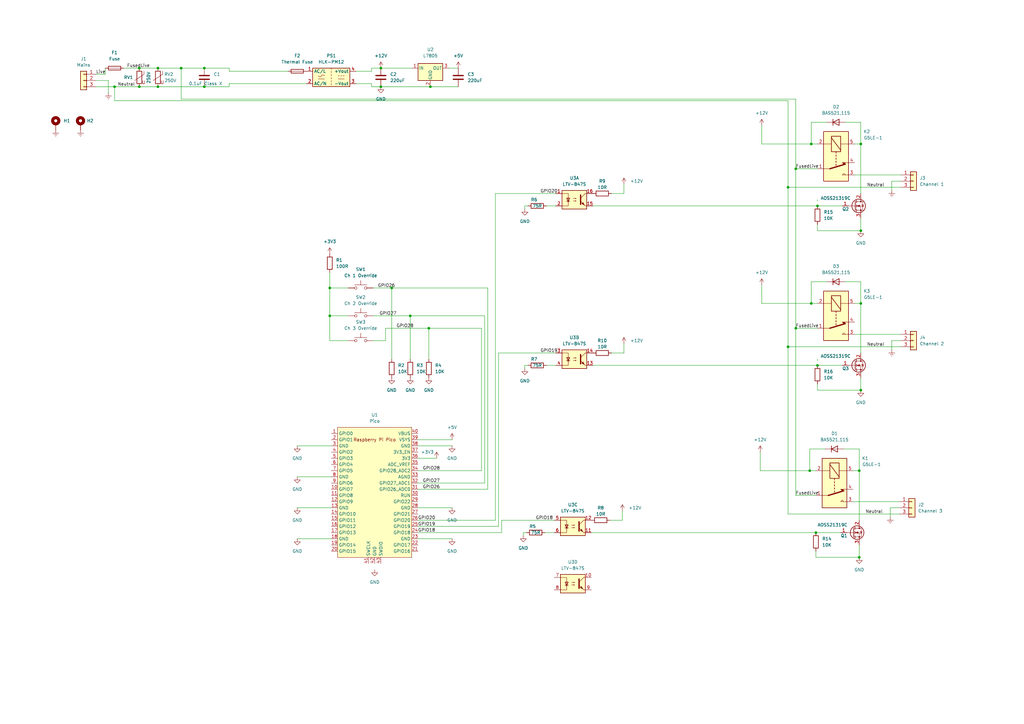
<source format=kicad_sch>
(kicad_sch (version 20211123) (generator eeschema)

  (uuid e63e39d7-6ac0-4ffd-8aa3-1841a4541b55)

  (paper "A3")

  (lib_symbols
    (symbol "Connector_Generic:Conn_01x03" (pin_names (offset 1.016) hide) (in_bom yes) (on_board yes)
      (property "Reference" "J" (id 0) (at 0 5.08 0)
        (effects (font (size 1.27 1.27)))
      )
      (property "Value" "Conn_01x03" (id 1) (at 0 -5.08 0)
        (effects (font (size 1.27 1.27)))
      )
      (property "Footprint" "" (id 2) (at 0 0 0)
        (effects (font (size 1.27 1.27)) hide)
      )
      (property "Datasheet" "~" (id 3) (at 0 0 0)
        (effects (font (size 1.27 1.27)) hide)
      )
      (property "ki_keywords" "connector" (id 4) (at 0 0 0)
        (effects (font (size 1.27 1.27)) hide)
      )
      (property "ki_description" "Generic connector, single row, 01x03, script generated (kicad-library-utils/schlib/autogen/connector/)" (id 5) (at 0 0 0)
        (effects (font (size 1.27 1.27)) hide)
      )
      (property "ki_fp_filters" "Connector*:*_1x??_*" (id 6) (at 0 0 0)
        (effects (font (size 1.27 1.27)) hide)
      )
      (symbol "Conn_01x03_1_1"
        (rectangle (start -1.27 -2.413) (end 0 -2.667)
          (stroke (width 0.1524) (type default) (color 0 0 0 0))
          (fill (type none))
        )
        (rectangle (start -1.27 0.127) (end 0 -0.127)
          (stroke (width 0.1524) (type default) (color 0 0 0 0))
          (fill (type none))
        )
        (rectangle (start -1.27 2.667) (end 0 2.413)
          (stroke (width 0.1524) (type default) (color 0 0 0 0))
          (fill (type none))
        )
        (rectangle (start -1.27 3.81) (end 1.27 -3.81)
          (stroke (width 0.254) (type default) (color 0 0 0 0))
          (fill (type background))
        )
        (pin passive line (at -5.08 2.54 0) (length 3.81)
          (name "Pin_1" (effects (font (size 1.27 1.27))))
          (number "1" (effects (font (size 1.27 1.27))))
        )
        (pin passive line (at -5.08 0 0) (length 3.81)
          (name "Pin_2" (effects (font (size 1.27 1.27))))
          (number "2" (effects (font (size 1.27 1.27))))
        )
        (pin passive line (at -5.08 -2.54 0) (length 3.81)
          (name "Pin_3" (effects (font (size 1.27 1.27))))
          (number "3" (effects (font (size 1.27 1.27))))
        )
      )
    )
    (symbol "Converter_ACDC:HLK-PM12" (in_bom yes) (on_board yes)
      (property "Reference" "PS" (id 0) (at 0 5.08 0)
        (effects (font (size 1.27 1.27)))
      )
      (property "Value" "HLK-PM12" (id 1) (at 0 -5.08 0)
        (effects (font (size 1.27 1.27)))
      )
      (property "Footprint" "Converter_ACDC:Converter_ACDC_HiLink_HLK-PMxx" (id 2) (at 0 -7.62 0)
        (effects (font (size 1.27 1.27)) hide)
      )
      (property "Datasheet" "http://www.hlktech.net/product_detail.php?ProId=56" (id 3) (at 10.16 -8.89 0)
        (effects (font (size 1.27 1.27)) hide)
      )
      (property "ki_keywords" "AC/DC module power supply" (id 4) (at 0 0 0)
        (effects (font (size 1.27 1.27)) hide)
      )
      (property "ki_description" "Compact AC/DC board mount power module 3W 12V" (id 5) (at 0 0 0)
        (effects (font (size 1.27 1.27)) hide)
      )
      (property "ki_fp_filters" "Converter*ACDC*HiLink*HLK?PM*" (id 6) (at 0 0 0)
        (effects (font (size 1.27 1.27)) hide)
      )
      (symbol "HLK-PM12_0_1"
        (rectangle (start -7.62 3.81) (end 7.62 -3.81)
          (stroke (width 0.254) (type default) (color 0 0 0 0))
          (fill (type background))
        )
        (arc (start -5.334 0.635) (mid -4.699 0.2495) (end -4.064 0.635)
          (stroke (width 0) (type default) (color 0 0 0 0))
          (fill (type none))
        )
        (arc (start -2.794 0.635) (mid -3.429 1.0072) (end -4.064 0.635)
          (stroke (width 0) (type default) (color 0 0 0 0))
          (fill (type none))
        )
        (polyline
          (pts
            (xy -5.334 -0.635)
            (xy -2.794 -0.635)
          )
          (stroke (width 0) (type default) (color 0 0 0 0))
          (fill (type none))
        )
        (polyline
          (pts
            (xy 0 -2.54)
            (xy 0 -3.175)
          )
          (stroke (width 0) (type default) (color 0 0 0 0))
          (fill (type none))
        )
        (polyline
          (pts
            (xy 0 -1.27)
            (xy 0 -1.905)
          )
          (stroke (width 0) (type default) (color 0 0 0 0))
          (fill (type none))
        )
        (polyline
          (pts
            (xy 0 0)
            (xy 0 -0.635)
          )
          (stroke (width 0) (type default) (color 0 0 0 0))
          (fill (type none))
        )
        (polyline
          (pts
            (xy 0 1.27)
            (xy 0 0.635)
          )
          (stroke (width 0) (type default) (color 0 0 0 0))
          (fill (type none))
        )
        (polyline
          (pts
            (xy 0 2.54)
            (xy 0 1.905)
          )
          (stroke (width 0) (type default) (color 0 0 0 0))
          (fill (type none))
        )
        (polyline
          (pts
            (xy 0 3.81)
            (xy 0 3.175)
          )
          (stroke (width 0) (type default) (color 0 0 0 0))
          (fill (type none))
        )
        (polyline
          (pts
            (xy 2.794 -0.635)
            (xy 5.334 -0.635)
          )
          (stroke (width 0) (type default) (color 0 0 0 0))
          (fill (type none))
        )
        (polyline
          (pts
            (xy 2.794 0.635)
            (xy 3.302 0.635)
          )
          (stroke (width 0) (type default) (color 0 0 0 0))
          (fill (type none))
        )
        (polyline
          (pts
            (xy 3.81 0.635)
            (xy 4.318 0.635)
          )
          (stroke (width 0) (type default) (color 0 0 0 0))
          (fill (type none))
        )
        (polyline
          (pts
            (xy 4.826 0.635)
            (xy 5.334 0.635)
          )
          (stroke (width 0) (type default) (color 0 0 0 0))
          (fill (type none))
        )
      )
      (symbol "HLK-PM12_1_1"
        (pin power_in line (at -10.16 2.54 0) (length 2.54)
          (name "AC/L" (effects (font (size 1.27 1.27))))
          (number "1" (effects (font (size 1.27 1.27))))
        )
        (pin power_in line (at -10.16 -2.54 0) (length 2.54)
          (name "AC/N" (effects (font (size 1.27 1.27))))
          (number "2" (effects (font (size 1.27 1.27))))
        )
        (pin power_out line (at 10.16 -2.54 180) (length 2.54)
          (name "-Vout" (effects (font (size 1.27 1.27))))
          (number "3" (effects (font (size 1.27 1.27))))
        )
        (pin power_out line (at 10.16 2.54 180) (length 2.54)
          (name "+Vout" (effects (font (size 1.27 1.27))))
          (number "4" (effects (font (size 1.27 1.27))))
        )
      )
    )
    (symbol "Device:C" (pin_numbers hide) (pin_names (offset 0.254)) (in_bom yes) (on_board yes)
      (property "Reference" "C" (id 0) (at 0.635 2.54 0)
        (effects (font (size 1.27 1.27)) (justify left))
      )
      (property "Value" "C" (id 1) (at 0.635 -2.54 0)
        (effects (font (size 1.27 1.27)) (justify left))
      )
      (property "Footprint" "" (id 2) (at 0.9652 -3.81 0)
        (effects (font (size 1.27 1.27)) hide)
      )
      (property "Datasheet" "~" (id 3) (at 0 0 0)
        (effects (font (size 1.27 1.27)) hide)
      )
      (property "ki_keywords" "cap capacitor" (id 4) (at 0 0 0)
        (effects (font (size 1.27 1.27)) hide)
      )
      (property "ki_description" "Unpolarized capacitor" (id 5) (at 0 0 0)
        (effects (font (size 1.27 1.27)) hide)
      )
      (property "ki_fp_filters" "C_*" (id 6) (at 0 0 0)
        (effects (font (size 1.27 1.27)) hide)
      )
      (symbol "C_0_1"
        (polyline
          (pts
            (xy -2.032 -0.762)
            (xy 2.032 -0.762)
          )
          (stroke (width 0.508) (type default) (color 0 0 0 0))
          (fill (type none))
        )
        (polyline
          (pts
            (xy -2.032 0.762)
            (xy 2.032 0.762)
          )
          (stroke (width 0.508) (type default) (color 0 0 0 0))
          (fill (type none))
        )
      )
      (symbol "C_1_1"
        (pin passive line (at 0 3.81 270) (length 2.794)
          (name "~" (effects (font (size 1.27 1.27))))
          (number "1" (effects (font (size 1.27 1.27))))
        )
        (pin passive line (at 0 -3.81 90) (length 2.794)
          (name "~" (effects (font (size 1.27 1.27))))
          (number "2" (effects (font (size 1.27 1.27))))
        )
      )
    )
    (symbol "Device:D" (pin_numbers hide) (pin_names (offset 1.016) hide) (in_bom yes) (on_board yes)
      (property "Reference" "D" (id 0) (at 0 2.54 0)
        (effects (font (size 1.27 1.27)))
      )
      (property "Value" "D" (id 1) (at 0 -2.54 0)
        (effects (font (size 1.27 1.27)))
      )
      (property "Footprint" "" (id 2) (at 0 0 0)
        (effects (font (size 1.27 1.27)) hide)
      )
      (property "Datasheet" "~" (id 3) (at 0 0 0)
        (effects (font (size 1.27 1.27)) hide)
      )
      (property "ki_keywords" "diode" (id 4) (at 0 0 0)
        (effects (font (size 1.27 1.27)) hide)
      )
      (property "ki_description" "Diode" (id 5) (at 0 0 0)
        (effects (font (size 1.27 1.27)) hide)
      )
      (property "ki_fp_filters" "TO-???* *_Diode_* *SingleDiode* D_*" (id 6) (at 0 0 0)
        (effects (font (size 1.27 1.27)) hide)
      )
      (symbol "D_0_1"
        (polyline
          (pts
            (xy -1.27 1.27)
            (xy -1.27 -1.27)
          )
          (stroke (width 0.254) (type default) (color 0 0 0 0))
          (fill (type none))
        )
        (polyline
          (pts
            (xy 1.27 0)
            (xy -1.27 0)
          )
          (stroke (width 0) (type default) (color 0 0 0 0))
          (fill (type none))
        )
        (polyline
          (pts
            (xy 1.27 1.27)
            (xy 1.27 -1.27)
            (xy -1.27 0)
            (xy 1.27 1.27)
          )
          (stroke (width 0.254) (type default) (color 0 0 0 0))
          (fill (type none))
        )
      )
      (symbol "D_1_1"
        (pin passive line (at -3.81 0 0) (length 2.54)
          (name "K" (effects (font (size 1.27 1.27))))
          (number "1" (effects (font (size 1.27 1.27))))
        )
        (pin passive line (at 3.81 0 180) (length 2.54)
          (name "A" (effects (font (size 1.27 1.27))))
          (number "2" (effects (font (size 1.27 1.27))))
        )
      )
    )
    (symbol "Device:Fuse" (pin_numbers hide) (pin_names (offset 0)) (in_bom yes) (on_board yes)
      (property "Reference" "F" (id 0) (at 2.032 0 90)
        (effects (font (size 1.27 1.27)))
      )
      (property "Value" "Fuse" (id 1) (at -1.905 0 90)
        (effects (font (size 1.27 1.27)))
      )
      (property "Footprint" "" (id 2) (at -1.778 0 90)
        (effects (font (size 1.27 1.27)) hide)
      )
      (property "Datasheet" "~" (id 3) (at 0 0 0)
        (effects (font (size 1.27 1.27)) hide)
      )
      (property "ki_keywords" "fuse" (id 4) (at 0 0 0)
        (effects (font (size 1.27 1.27)) hide)
      )
      (property "ki_description" "Fuse" (id 5) (at 0 0 0)
        (effects (font (size 1.27 1.27)) hide)
      )
      (property "ki_fp_filters" "*Fuse*" (id 6) (at 0 0 0)
        (effects (font (size 1.27 1.27)) hide)
      )
      (symbol "Fuse_0_1"
        (rectangle (start -0.762 -2.54) (end 0.762 2.54)
          (stroke (width 0.254) (type default) (color 0 0 0 0))
          (fill (type none))
        )
        (polyline
          (pts
            (xy 0 2.54)
            (xy 0 -2.54)
          )
          (stroke (width 0) (type default) (color 0 0 0 0))
          (fill (type none))
        )
      )
      (symbol "Fuse_1_1"
        (pin passive line (at 0 3.81 270) (length 1.27)
          (name "~" (effects (font (size 1.27 1.27))))
          (number "1" (effects (font (size 1.27 1.27))))
        )
        (pin passive line (at 0 -3.81 90) (length 1.27)
          (name "~" (effects (font (size 1.27 1.27))))
          (number "2" (effects (font (size 1.27 1.27))))
        )
      )
    )
    (symbol "Device:R" (pin_numbers hide) (pin_names (offset 0)) (in_bom yes) (on_board yes)
      (property "Reference" "R" (id 0) (at 2.032 0 90)
        (effects (font (size 1.27 1.27)))
      )
      (property "Value" "R" (id 1) (at 0 0 90)
        (effects (font (size 1.27 1.27)))
      )
      (property "Footprint" "" (id 2) (at -1.778 0 90)
        (effects (font (size 1.27 1.27)) hide)
      )
      (property "Datasheet" "~" (id 3) (at 0 0 0)
        (effects (font (size 1.27 1.27)) hide)
      )
      (property "ki_keywords" "R res resistor" (id 4) (at 0 0 0)
        (effects (font (size 1.27 1.27)) hide)
      )
      (property "ki_description" "Resistor" (id 5) (at 0 0 0)
        (effects (font (size 1.27 1.27)) hide)
      )
      (property "ki_fp_filters" "R_*" (id 6) (at 0 0 0)
        (effects (font (size 1.27 1.27)) hide)
      )
      (symbol "R_0_1"
        (rectangle (start -1.016 -2.54) (end 1.016 2.54)
          (stroke (width 0.254) (type default) (color 0 0 0 0))
          (fill (type none))
        )
      )
      (symbol "R_1_1"
        (pin passive line (at 0 3.81 270) (length 1.27)
          (name "~" (effects (font (size 1.27 1.27))))
          (number "1" (effects (font (size 1.27 1.27))))
        )
        (pin passive line (at 0 -3.81 90) (length 1.27)
          (name "~" (effects (font (size 1.27 1.27))))
          (number "2" (effects (font (size 1.27 1.27))))
        )
      )
    )
    (symbol "Device:Varistor" (pin_numbers hide) (pin_names (offset 0)) (in_bom yes) (on_board yes)
      (property "Reference" "RV" (id 0) (at 3.175 0 90)
        (effects (font (size 1.27 1.27)))
      )
      (property "Value" "Varistor" (id 1) (at -3.175 0 90)
        (effects (font (size 1.27 1.27)))
      )
      (property "Footprint" "" (id 2) (at -1.778 0 90)
        (effects (font (size 1.27 1.27)) hide)
      )
      (property "Datasheet" "~" (id 3) (at 0 0 0)
        (effects (font (size 1.27 1.27)) hide)
      )
      (property "ki_keywords" "VDR resistance" (id 4) (at 0 0 0)
        (effects (font (size 1.27 1.27)) hide)
      )
      (property "ki_description" "Voltage dependent resistor" (id 5) (at 0 0 0)
        (effects (font (size 1.27 1.27)) hide)
      )
      (property "ki_fp_filters" "RV_* Varistor*" (id 6) (at 0 0 0)
        (effects (font (size 1.27 1.27)) hide)
      )
      (symbol "Varistor_0_0"
        (text "U" (at -1.778 -2.032 0)
          (effects (font (size 1.27 1.27)))
        )
      )
      (symbol "Varistor_0_1"
        (rectangle (start -1.016 -2.54) (end 1.016 2.54)
          (stroke (width 0.254) (type default) (color 0 0 0 0))
          (fill (type none))
        )
        (polyline
          (pts
            (xy -1.905 2.54)
            (xy -1.905 1.27)
            (xy 1.905 -1.27)
          )
          (stroke (width 0) (type default) (color 0 0 0 0))
          (fill (type none))
        )
      )
      (symbol "Varistor_1_1"
        (pin passive line (at 0 3.81 270) (length 1.27)
          (name "~" (effects (font (size 1.27 1.27))))
          (number "1" (effects (font (size 1.27 1.27))))
        )
        (pin passive line (at 0 -3.81 90) (length 1.27)
          (name "~" (effects (font (size 1.27 1.27))))
          (number "2" (effects (font (size 1.27 1.27))))
        )
      )
    )
    (symbol "Isolator:LTV-847S" (pin_names (offset 1.016)) (in_bom yes) (on_board yes)
      (property "Reference" "U" (id 0) (at -3.81 5.08 0)
        (effects (font (size 1.27 1.27)))
      )
      (property "Value" "LTV-847S" (id 1) (at 0 -5.08 0)
        (effects (font (size 1.27 1.27)))
      )
      (property "Footprint" "Package_DIP:SMDIP-16_W9.53mm" (id 2) (at 0 -7.62 0)
        (effects (font (size 1.27 1.27)) hide)
      )
      (property "Datasheet" "http://www.us.liteon.com/downloads/LTV-817-827-847.PDF" (id 3) (at -15.24 11.43 0)
        (effects (font (size 1.27 1.27)) hide)
      )
      (property "ki_keywords" "NPN DC Optocoupler" (id 4) (at 0 0 0)
        (effects (font (size 1.27 1.27)) hide)
      )
      (property "ki_description" "DC Optocoupler, Vce 35V, CTR 50%, SMDIP-16" (id 5) (at 0 0 0)
        (effects (font (size 1.27 1.27)) hide)
      )
      (property "ki_fp_filters" "SMDIP*W9.53mm*" (id 6) (at 0 0 0)
        (effects (font (size 1.27 1.27)) hide)
      )
      (symbol "LTV-847S_0_1"
        (rectangle (start -5.08 3.81) (end 5.08 -3.81)
          (stroke (width 0.254) (type default) (color 0 0 0 0))
          (fill (type background))
        )
        (polyline
          (pts
            (xy -3.175 -0.635)
            (xy -1.905 -0.635)
          )
          (stroke (width 0.254) (type default) (color 0 0 0 0))
          (fill (type none))
        )
        (polyline
          (pts
            (xy 2.54 0.635)
            (xy 4.445 2.54)
          )
          (stroke (width 0) (type default) (color 0 0 0 0))
          (fill (type none))
        )
        (polyline
          (pts
            (xy 4.445 -2.54)
            (xy 2.54 -0.635)
          )
          (stroke (width 0) (type default) (color 0 0 0 0))
          (fill (type outline))
        )
        (polyline
          (pts
            (xy 4.445 -2.54)
            (xy 5.08 -2.54)
          )
          (stroke (width 0) (type default) (color 0 0 0 0))
          (fill (type none))
        )
        (polyline
          (pts
            (xy 4.445 2.54)
            (xy 5.08 2.54)
          )
          (stroke (width 0) (type default) (color 0 0 0 0))
          (fill (type none))
        )
        (polyline
          (pts
            (xy -2.54 -0.635)
            (xy -2.54 -2.54)
            (xy -5.08 -2.54)
          )
          (stroke (width 0) (type default) (color 0 0 0 0))
          (fill (type none))
        )
        (polyline
          (pts
            (xy 2.54 1.905)
            (xy 2.54 -1.905)
            (xy 2.54 -1.905)
          )
          (stroke (width 0.508) (type default) (color 0 0 0 0))
          (fill (type none))
        )
        (polyline
          (pts
            (xy -5.08 2.54)
            (xy -2.54 2.54)
            (xy -2.54 -1.27)
            (xy -2.54 0.635)
          )
          (stroke (width 0) (type default) (color 0 0 0 0))
          (fill (type none))
        )
        (polyline
          (pts
            (xy -2.54 -0.635)
            (xy -3.175 0.635)
            (xy -1.905 0.635)
            (xy -2.54 -0.635)
          )
          (stroke (width 0.254) (type default) (color 0 0 0 0))
          (fill (type none))
        )
        (polyline
          (pts
            (xy -0.508 -0.508)
            (xy 0.762 -0.508)
            (xy 0.381 -0.635)
            (xy 0.381 -0.381)
            (xy 0.762 -0.508)
          )
          (stroke (width 0) (type default) (color 0 0 0 0))
          (fill (type none))
        )
        (polyline
          (pts
            (xy -0.508 0.508)
            (xy 0.762 0.508)
            (xy 0.381 0.381)
            (xy 0.381 0.635)
            (xy 0.762 0.508)
          )
          (stroke (width 0) (type default) (color 0 0 0 0))
          (fill (type none))
        )
        (polyline
          (pts
            (xy 3.048 -1.651)
            (xy 3.556 -1.143)
            (xy 4.064 -2.159)
            (xy 3.048 -1.651)
            (xy 3.048 -1.651)
          )
          (stroke (width 0) (type default) (color 0 0 0 0))
          (fill (type outline))
        )
      )
      (symbol "LTV-847S_1_1"
        (pin passive line (at -7.62 2.54 0) (length 2.54)
          (name "~" (effects (font (size 1.27 1.27))))
          (number "1" (effects (font (size 1.27 1.27))))
        )
        (pin passive line (at 7.62 -2.54 180) (length 2.54)
          (name "~" (effects (font (size 1.27 1.27))))
          (number "15" (effects (font (size 1.27 1.27))))
        )
        (pin passive line (at 7.62 2.54 180) (length 2.54)
          (name "~" (effects (font (size 1.27 1.27))))
          (number "16" (effects (font (size 1.27 1.27))))
        )
        (pin passive line (at -7.62 -2.54 0) (length 2.54)
          (name "~" (effects (font (size 1.27 1.27))))
          (number "2" (effects (font (size 1.27 1.27))))
        )
      )
      (symbol "LTV-847S_2_1"
        (pin passive line (at 7.62 -2.54 180) (length 2.54)
          (name "~" (effects (font (size 1.27 1.27))))
          (number "13" (effects (font (size 1.27 1.27))))
        )
        (pin passive line (at 7.62 2.54 180) (length 2.54)
          (name "~" (effects (font (size 1.27 1.27))))
          (number "14" (effects (font (size 1.27 1.27))))
        )
        (pin passive line (at -7.62 2.54 0) (length 2.54)
          (name "~" (effects (font (size 1.27 1.27))))
          (number "3" (effects (font (size 1.27 1.27))))
        )
        (pin passive line (at -7.62 -2.54 0) (length 2.54)
          (name "~" (effects (font (size 1.27 1.27))))
          (number "4" (effects (font (size 1.27 1.27))))
        )
      )
      (symbol "LTV-847S_3_1"
        (pin passive line (at 7.62 -2.54 180) (length 2.54)
          (name "~" (effects (font (size 1.27 1.27))))
          (number "11" (effects (font (size 1.27 1.27))))
        )
        (pin passive line (at 7.62 2.54 180) (length 2.54)
          (name "~" (effects (font (size 1.27 1.27))))
          (number "12" (effects (font (size 1.27 1.27))))
        )
        (pin passive line (at -7.62 2.54 0) (length 2.54)
          (name "~" (effects (font (size 1.27 1.27))))
          (number "5" (effects (font (size 1.27 1.27))))
        )
        (pin passive line (at -7.62 -2.54 0) (length 2.54)
          (name "~" (effects (font (size 1.27 1.27))))
          (number "6" (effects (font (size 1.27 1.27))))
        )
      )
      (symbol "LTV-847S_4_1"
        (pin passive line (at 7.62 2.54 180) (length 2.54)
          (name "~" (effects (font (size 1.27 1.27))))
          (number "10" (effects (font (size 1.27 1.27))))
        )
        (pin passive line (at -7.62 2.54 0) (length 2.54)
          (name "~" (effects (font (size 1.27 1.27))))
          (number "7" (effects (font (size 1.27 1.27))))
        )
        (pin passive line (at -7.62 -2.54 0) (length 2.54)
          (name "~" (effects (font (size 1.27 1.27))))
          (number "8" (effects (font (size 1.27 1.27))))
        )
        (pin passive line (at 7.62 -2.54 180) (length 2.54)
          (name "~" (effects (font (size 1.27 1.27))))
          (number "9" (effects (font (size 1.27 1.27))))
        )
      )
    )
    (symbol "MCU_RaspberryPi_and_Boards:Pico" (in_bom yes) (on_board yes)
      (property "Reference" "U" (id 0) (at -13.97 27.94 0)
        (effects (font (size 1.27 1.27)))
      )
      (property "Value" "Pico" (id 1) (at 0 19.05 0)
        (effects (font (size 1.27 1.27)))
      )
      (property "Footprint" "RPi_Pico:RPi_Pico_SMD_TH" (id 2) (at 0 0 90)
        (effects (font (size 1.27 1.27)) hide)
      )
      (property "Datasheet" "" (id 3) (at 0 0 0)
        (effects (font (size 1.27 1.27)) hide)
      )
      (symbol "Pico_0_0"
        (text "Raspberry Pi Pico" (at 0 21.59 0)
          (effects (font (size 1.27 1.27)))
        )
      )
      (symbol "Pico_0_1"
        (rectangle (start -15.24 26.67) (end 15.24 -26.67)
          (stroke (width 0) (type default) (color 0 0 0 0))
          (fill (type background))
        )
      )
      (symbol "Pico_1_1"
        (pin bidirectional line (at -17.78 24.13 0) (length 2.54)
          (name "GPIO0" (effects (font (size 1.27 1.27))))
          (number "1" (effects (font (size 1.27 1.27))))
        )
        (pin bidirectional line (at -17.78 1.27 0) (length 2.54)
          (name "GPIO7" (effects (font (size 1.27 1.27))))
          (number "10" (effects (font (size 1.27 1.27))))
        )
        (pin bidirectional line (at -17.78 -1.27 0) (length 2.54)
          (name "GPIO8" (effects (font (size 1.27 1.27))))
          (number "11" (effects (font (size 1.27 1.27))))
        )
        (pin bidirectional line (at -17.78 -3.81 0) (length 2.54)
          (name "GPIO9" (effects (font (size 1.27 1.27))))
          (number "12" (effects (font (size 1.27 1.27))))
        )
        (pin power_in line (at -17.78 -6.35 0) (length 2.54)
          (name "GND" (effects (font (size 1.27 1.27))))
          (number "13" (effects (font (size 1.27 1.27))))
        )
        (pin bidirectional line (at -17.78 -8.89 0) (length 2.54)
          (name "GPIO10" (effects (font (size 1.27 1.27))))
          (number "14" (effects (font (size 1.27 1.27))))
        )
        (pin bidirectional line (at -17.78 -11.43 0) (length 2.54)
          (name "GPIO11" (effects (font (size 1.27 1.27))))
          (number "15" (effects (font (size 1.27 1.27))))
        )
        (pin bidirectional line (at -17.78 -13.97 0) (length 2.54)
          (name "GPIO12" (effects (font (size 1.27 1.27))))
          (number "16" (effects (font (size 1.27 1.27))))
        )
        (pin bidirectional line (at -17.78 -16.51 0) (length 2.54)
          (name "GPIO13" (effects (font (size 1.27 1.27))))
          (number "17" (effects (font (size 1.27 1.27))))
        )
        (pin power_in line (at -17.78 -19.05 0) (length 2.54)
          (name "GND" (effects (font (size 1.27 1.27))))
          (number "18" (effects (font (size 1.27 1.27))))
        )
        (pin bidirectional line (at -17.78 -21.59 0) (length 2.54)
          (name "GPIO14" (effects (font (size 1.27 1.27))))
          (number "19" (effects (font (size 1.27 1.27))))
        )
        (pin bidirectional line (at -17.78 21.59 0) (length 2.54)
          (name "GPIO1" (effects (font (size 1.27 1.27))))
          (number "2" (effects (font (size 1.27 1.27))))
        )
        (pin bidirectional line (at -17.78 -24.13 0) (length 2.54)
          (name "GPIO15" (effects (font (size 1.27 1.27))))
          (number "20" (effects (font (size 1.27 1.27))))
        )
        (pin bidirectional line (at 17.78 -24.13 180) (length 2.54)
          (name "GPIO16" (effects (font (size 1.27 1.27))))
          (number "21" (effects (font (size 1.27 1.27))))
        )
        (pin bidirectional line (at 17.78 -21.59 180) (length 2.54)
          (name "GPIO17" (effects (font (size 1.27 1.27))))
          (number "22" (effects (font (size 1.27 1.27))))
        )
        (pin power_in line (at 17.78 -19.05 180) (length 2.54)
          (name "GND" (effects (font (size 1.27 1.27))))
          (number "23" (effects (font (size 1.27 1.27))))
        )
        (pin bidirectional line (at 17.78 -16.51 180) (length 2.54)
          (name "GPIO18" (effects (font (size 1.27 1.27))))
          (number "24" (effects (font (size 1.27 1.27))))
        )
        (pin bidirectional line (at 17.78 -13.97 180) (length 2.54)
          (name "GPIO19" (effects (font (size 1.27 1.27))))
          (number "25" (effects (font (size 1.27 1.27))))
        )
        (pin bidirectional line (at 17.78 -11.43 180) (length 2.54)
          (name "GPIO20" (effects (font (size 1.27 1.27))))
          (number "26" (effects (font (size 1.27 1.27))))
        )
        (pin bidirectional line (at 17.78 -8.89 180) (length 2.54)
          (name "GPIO21" (effects (font (size 1.27 1.27))))
          (number "27" (effects (font (size 1.27 1.27))))
        )
        (pin power_in line (at 17.78 -6.35 180) (length 2.54)
          (name "GND" (effects (font (size 1.27 1.27))))
          (number "28" (effects (font (size 1.27 1.27))))
        )
        (pin bidirectional line (at 17.78 -3.81 180) (length 2.54)
          (name "GPIO22" (effects (font (size 1.27 1.27))))
          (number "29" (effects (font (size 1.27 1.27))))
        )
        (pin power_in line (at -17.78 19.05 0) (length 2.54)
          (name "GND" (effects (font (size 1.27 1.27))))
          (number "3" (effects (font (size 1.27 1.27))))
        )
        (pin input line (at 17.78 -1.27 180) (length 2.54)
          (name "RUN" (effects (font (size 1.27 1.27))))
          (number "30" (effects (font (size 1.27 1.27))))
        )
        (pin bidirectional line (at 17.78 1.27 180) (length 2.54)
          (name "GPIO26_ADC0" (effects (font (size 1.27 1.27))))
          (number "31" (effects (font (size 1.27 1.27))))
        )
        (pin bidirectional line (at 17.78 3.81 180) (length 2.54)
          (name "GPIO27_ADC1" (effects (font (size 1.27 1.27))))
          (number "32" (effects (font (size 1.27 1.27))))
        )
        (pin power_in line (at 17.78 6.35 180) (length 2.54)
          (name "AGND" (effects (font (size 1.27 1.27))))
          (number "33" (effects (font (size 1.27 1.27))))
        )
        (pin bidirectional line (at 17.78 8.89 180) (length 2.54)
          (name "GPIO28_ADC2" (effects (font (size 1.27 1.27))))
          (number "34" (effects (font (size 1.27 1.27))))
        )
        (pin power_in line (at 17.78 11.43 180) (length 2.54)
          (name "ADC_VREF" (effects (font (size 1.27 1.27))))
          (number "35" (effects (font (size 1.27 1.27))))
        )
        (pin power_in line (at 17.78 13.97 180) (length 2.54)
          (name "3V3" (effects (font (size 1.27 1.27))))
          (number "36" (effects (font (size 1.27 1.27))))
        )
        (pin input line (at 17.78 16.51 180) (length 2.54)
          (name "3V3_EN" (effects (font (size 1.27 1.27))))
          (number "37" (effects (font (size 1.27 1.27))))
        )
        (pin bidirectional line (at 17.78 19.05 180) (length 2.54)
          (name "GND" (effects (font (size 1.27 1.27))))
          (number "38" (effects (font (size 1.27 1.27))))
        )
        (pin power_in line (at 17.78 21.59 180) (length 2.54)
          (name "VSYS" (effects (font (size 1.27 1.27))))
          (number "39" (effects (font (size 1.27 1.27))))
        )
        (pin bidirectional line (at -17.78 16.51 0) (length 2.54)
          (name "GPIO2" (effects (font (size 1.27 1.27))))
          (number "4" (effects (font (size 1.27 1.27))))
        )
        (pin power_in line (at 17.78 24.13 180) (length 2.54)
          (name "VBUS" (effects (font (size 1.27 1.27))))
          (number "40" (effects (font (size 1.27 1.27))))
        )
        (pin input line (at -2.54 -29.21 90) (length 2.54)
          (name "SWCLK" (effects (font (size 1.27 1.27))))
          (number "41" (effects (font (size 1.27 1.27))))
        )
        (pin power_in line (at 0 -29.21 90) (length 2.54)
          (name "GND" (effects (font (size 1.27 1.27))))
          (number "42" (effects (font (size 1.27 1.27))))
        )
        (pin bidirectional line (at 2.54 -29.21 90) (length 2.54)
          (name "SWDIO" (effects (font (size 1.27 1.27))))
          (number "43" (effects (font (size 1.27 1.27))))
        )
        (pin bidirectional line (at -17.78 13.97 0) (length 2.54)
          (name "GPIO3" (effects (font (size 1.27 1.27))))
          (number "5" (effects (font (size 1.27 1.27))))
        )
        (pin bidirectional line (at -17.78 11.43 0) (length 2.54)
          (name "GPIO4" (effects (font (size 1.27 1.27))))
          (number "6" (effects (font (size 1.27 1.27))))
        )
        (pin bidirectional line (at -17.78 8.89 0) (length 2.54)
          (name "GPIO5" (effects (font (size 1.27 1.27))))
          (number "7" (effects (font (size 1.27 1.27))))
        )
        (pin power_in line (at -17.78 6.35 0) (length 2.54)
          (name "GND" (effects (font (size 1.27 1.27))))
          (number "8" (effects (font (size 1.27 1.27))))
        )
        (pin bidirectional line (at -17.78 3.81 0) (length 2.54)
          (name "GPIO6" (effects (font (size 1.27 1.27))))
          (number "9" (effects (font (size 1.27 1.27))))
        )
      )
    )
    (symbol "Mechanical:MountingHole_Pad" (pin_numbers hide) (pin_names (offset 1.016) hide) (in_bom yes) (on_board yes)
      (property "Reference" "H" (id 0) (at 0 6.35 0)
        (effects (font (size 1.27 1.27)))
      )
      (property "Value" "MountingHole_Pad" (id 1) (at 0 4.445 0)
        (effects (font (size 1.27 1.27)))
      )
      (property "Footprint" "" (id 2) (at 0 0 0)
        (effects (font (size 1.27 1.27)) hide)
      )
      (property "Datasheet" "~" (id 3) (at 0 0 0)
        (effects (font (size 1.27 1.27)) hide)
      )
      (property "ki_keywords" "mounting hole" (id 4) (at 0 0 0)
        (effects (font (size 1.27 1.27)) hide)
      )
      (property "ki_description" "Mounting Hole with connection" (id 5) (at 0 0 0)
        (effects (font (size 1.27 1.27)) hide)
      )
      (property "ki_fp_filters" "MountingHole*Pad*" (id 6) (at 0 0 0)
        (effects (font (size 1.27 1.27)) hide)
      )
      (symbol "MountingHole_Pad_0_1"
        (circle (center 0 1.27) (radius 1.27)
          (stroke (width 1.27) (type default) (color 0 0 0 0))
          (fill (type none))
        )
      )
      (symbol "MountingHole_Pad_1_1"
        (pin input line (at 0 -2.54 90) (length 2.54)
          (name "1" (effects (font (size 1.27 1.27))))
          (number "1" (effects (font (size 1.27 1.27))))
        )
      )
    )
    (symbol "Regulator_Linear:L7805" (pin_names (offset 0.254)) (in_bom yes) (on_board yes)
      (property "Reference" "U" (id 0) (at -3.81 3.175 0)
        (effects (font (size 1.27 1.27)))
      )
      (property "Value" "L7805" (id 1) (at 0 3.175 0)
        (effects (font (size 1.27 1.27)) (justify left))
      )
      (property "Footprint" "" (id 2) (at 0.635 -3.81 0)
        (effects (font (size 1.27 1.27) italic) (justify left) hide)
      )
      (property "Datasheet" "http://www.st.com/content/ccc/resource/technical/document/datasheet/41/4f/b3/b0/12/d4/47/88/CD00000444.pdf/files/CD00000444.pdf/jcr:content/translations/en.CD00000444.pdf" (id 3) (at 0 -1.27 0)
        (effects (font (size 1.27 1.27)) hide)
      )
      (property "ki_keywords" "Voltage Regulator 1.5A Positive" (id 4) (at 0 0 0)
        (effects (font (size 1.27 1.27)) hide)
      )
      (property "ki_description" "Positive 1.5A 35V Linear Regulator, Fixed Output 5V, TO-220/TO-263/TO-252" (id 5) (at 0 0 0)
        (effects (font (size 1.27 1.27)) hide)
      )
      (property "ki_fp_filters" "TO?252* TO?263* TO?220*" (id 6) (at 0 0 0)
        (effects (font (size 1.27 1.27)) hide)
      )
      (symbol "L7805_0_1"
        (rectangle (start -5.08 1.905) (end 5.08 -5.08)
          (stroke (width 0.254) (type default) (color 0 0 0 0))
          (fill (type background))
        )
      )
      (symbol "L7805_1_1"
        (pin power_in line (at -7.62 0 0) (length 2.54)
          (name "IN" (effects (font (size 1.27 1.27))))
          (number "1" (effects (font (size 1.27 1.27))))
        )
        (pin power_in line (at 0 -7.62 90) (length 2.54)
          (name "GND" (effects (font (size 1.27 1.27))))
          (number "2" (effects (font (size 1.27 1.27))))
        )
        (pin power_out line (at 7.62 0 180) (length 2.54)
          (name "OUT" (effects (font (size 1.27 1.27))))
          (number "3" (effects (font (size 1.27 1.27))))
        )
      )
    )
    (symbol "Relay:G5LE-1" (in_bom yes) (on_board yes)
      (property "Reference" "K" (id 0) (at 11.43 3.81 0)
        (effects (font (size 1.27 1.27)) (justify left))
      )
      (property "Value" "G5LE-1" (id 1) (at 11.43 1.27 0)
        (effects (font (size 1.27 1.27)) (justify left))
      )
      (property "Footprint" "Relay_THT:Relay_SPDT_Omron-G5LE-1" (id 2) (at 11.43 -1.27 0)
        (effects (font (size 1.27 1.27)) (justify left) hide)
      )
      (property "Datasheet" "http://www.omron.com/ecb/products/pdf/en-g5le.pdf" (id 3) (at 0 0 0)
        (effects (font (size 1.27 1.27)) hide)
      )
      (property "ki_keywords" "Miniature Single Pole Relay" (id 4) (at 0 0 0)
        (effects (font (size 1.27 1.27)) hide)
      )
      (property "ki_description" "Omron G5LE relay, Miniature Single Pole, SPDT, 10A" (id 5) (at 0 0 0)
        (effects (font (size 1.27 1.27)) hide)
      )
      (property "ki_fp_filters" "Relay*SPDT*Omron*G5LE?1*" (id 6) (at 0 0 0)
        (effects (font (size 1.27 1.27)) hide)
      )
      (symbol "G5LE-1_0_0"
        (polyline
          (pts
            (xy 7.62 5.08)
            (xy 7.62 2.54)
            (xy 6.985 3.175)
            (xy 7.62 3.81)
          )
          (stroke (width 0) (type default) (color 0 0 0 0))
          (fill (type none))
        )
      )
      (symbol "G5LE-1_0_1"
        (rectangle (start -10.16 5.08) (end 10.16 -5.08)
          (stroke (width 0.254) (type default) (color 0 0 0 0))
          (fill (type background))
        )
        (rectangle (start -8.255 1.905) (end -1.905 -1.905)
          (stroke (width 0.254) (type default) (color 0 0 0 0))
          (fill (type none))
        )
        (polyline
          (pts
            (xy -7.62 -1.905)
            (xy -2.54 1.905)
          )
          (stroke (width 0.254) (type default) (color 0 0 0 0))
          (fill (type none))
        )
        (polyline
          (pts
            (xy -5.08 -5.08)
            (xy -5.08 -1.905)
          )
          (stroke (width 0) (type default) (color 0 0 0 0))
          (fill (type none))
        )
        (polyline
          (pts
            (xy -5.08 5.08)
            (xy -5.08 1.905)
          )
          (stroke (width 0) (type default) (color 0 0 0 0))
          (fill (type none))
        )
        (polyline
          (pts
            (xy -1.905 0)
            (xy -1.27 0)
          )
          (stroke (width 0.254) (type default) (color 0 0 0 0))
          (fill (type none))
        )
        (polyline
          (pts
            (xy -0.635 0)
            (xy 0 0)
          )
          (stroke (width 0.254) (type default) (color 0 0 0 0))
          (fill (type none))
        )
        (polyline
          (pts
            (xy 0.635 0)
            (xy 1.27 0)
          )
          (stroke (width 0.254) (type default) (color 0 0 0 0))
          (fill (type none))
        )
        (polyline
          (pts
            (xy 1.905 0)
            (xy 2.54 0)
          )
          (stroke (width 0.254) (type default) (color 0 0 0 0))
          (fill (type none))
        )
        (polyline
          (pts
            (xy 3.175 0)
            (xy 3.81 0)
          )
          (stroke (width 0.254) (type default) (color 0 0 0 0))
          (fill (type none))
        )
        (polyline
          (pts
            (xy 5.08 -2.54)
            (xy 3.175 3.81)
          )
          (stroke (width 0.508) (type default) (color 0 0 0 0))
          (fill (type none))
        )
        (polyline
          (pts
            (xy 5.08 -2.54)
            (xy 5.08 -5.08)
          )
          (stroke (width 0) (type default) (color 0 0 0 0))
          (fill (type none))
        )
        (polyline
          (pts
            (xy 2.54 5.08)
            (xy 2.54 2.54)
            (xy 3.175 3.175)
            (xy 2.54 3.81)
          )
          (stroke (width 0) (type default) (color 0 0 0 0))
          (fill (type outline))
        )
      )
      (symbol "G5LE-1_1_1"
        (pin passive line (at 5.08 -7.62 90) (length 2.54)
          (name "~" (effects (font (size 1.27 1.27))))
          (number "1" (effects (font (size 1.27 1.27))))
        )
        (pin passive line (at -5.08 -7.62 90) (length 2.54)
          (name "~" (effects (font (size 1.27 1.27))))
          (number "2" (effects (font (size 1.27 1.27))))
        )
        (pin passive line (at 7.62 7.62 270) (length 2.54)
          (name "~" (effects (font (size 1.27 1.27))))
          (number "3" (effects (font (size 1.27 1.27))))
        )
        (pin passive line (at 2.54 7.62 270) (length 2.54)
          (name "~" (effects (font (size 1.27 1.27))))
          (number "4" (effects (font (size 1.27 1.27))))
        )
        (pin passive line (at -5.08 7.62 270) (length 2.54)
          (name "~" (effects (font (size 1.27 1.27))))
          (number "5" (effects (font (size 1.27 1.27))))
        )
      )
    )
    (symbol "Switch:SW_Push" (pin_numbers hide) (pin_names (offset 1.016) hide) (in_bom yes) (on_board yes)
      (property "Reference" "SW" (id 0) (at 1.27 2.54 0)
        (effects (font (size 1.27 1.27)) (justify left))
      )
      (property "Value" "SW_Push" (id 1) (at 0 -1.524 0)
        (effects (font (size 1.27 1.27)))
      )
      (property "Footprint" "" (id 2) (at 0 5.08 0)
        (effects (font (size 1.27 1.27)) hide)
      )
      (property "Datasheet" "~" (id 3) (at 0 5.08 0)
        (effects (font (size 1.27 1.27)) hide)
      )
      (property "ki_keywords" "switch normally-open pushbutton push-button" (id 4) (at 0 0 0)
        (effects (font (size 1.27 1.27)) hide)
      )
      (property "ki_description" "Push button switch, generic, two pins" (id 5) (at 0 0 0)
        (effects (font (size 1.27 1.27)) hide)
      )
      (symbol "SW_Push_0_1"
        (circle (center -2.032 0) (radius 0.508)
          (stroke (width 0) (type default) (color 0 0 0 0))
          (fill (type none))
        )
        (polyline
          (pts
            (xy 0 1.27)
            (xy 0 3.048)
          )
          (stroke (width 0) (type default) (color 0 0 0 0))
          (fill (type none))
        )
        (polyline
          (pts
            (xy 2.54 1.27)
            (xy -2.54 1.27)
          )
          (stroke (width 0) (type default) (color 0 0 0 0))
          (fill (type none))
        )
        (circle (center 2.032 0) (radius 0.508)
          (stroke (width 0) (type default) (color 0 0 0 0))
          (fill (type none))
        )
        (pin passive line (at -5.08 0 0) (length 2.54)
          (name "1" (effects (font (size 1.27 1.27))))
          (number "1" (effects (font (size 1.27 1.27))))
        )
        (pin passive line (at 5.08 0 180) (length 2.54)
          (name "2" (effects (font (size 1.27 1.27))))
          (number "2" (effects (font (size 1.27 1.27))))
        )
      )
    )
    (symbol "Transistor_FET:VNP10N07" (pin_names hide) (in_bom yes) (on_board yes)
      (property "Reference" "Q" (id 0) (at 6.35 1.905 0)
        (effects (font (size 1.27 1.27)) (justify left))
      )
      (property "Value" "VNP10N07" (id 1) (at 6.35 0 0)
        (effects (font (size 1.27 1.27)) (justify left))
      )
      (property "Footprint" "Package_TO_SOT_THT:TO-220-3_Vertical" (id 2) (at 6.35 -1.905 0)
        (effects (font (size 1.27 1.27) italic) (justify left) hide)
      )
      (property "Datasheet" "https://www.st.com/resource/en/datasheet/vnp10n07.pdf" (id 3) (at 0 0 0)
        (effects (font (size 1.27 1.27)) (justify left) hide)
      )
      (property "ki_keywords" "N-Channel Power MOSFET OMNIFET" (id 4) (at 0 0 0)
        (effects (font (size 1.27 1.27)) hide)
      )
      (property "ki_description" "10A Id, 70V Vds, N-Channel Power MOSFET, fully autoprotected, TO-220" (id 5) (at 0 0 0)
        (effects (font (size 1.27 1.27)) hide)
      )
      (property "ki_fp_filters" "TO?220*" (id 6) (at 0 0 0)
        (effects (font (size 1.27 1.27)) hide)
      )
      (symbol "VNP10N07_0_1"
        (polyline
          (pts
            (xy 0.254 0)
            (xy -2.54 0)
          )
          (stroke (width 0) (type default) (color 0 0 0 0))
          (fill (type none))
        )
        (polyline
          (pts
            (xy 0.254 1.905)
            (xy 0.254 -1.905)
          )
          (stroke (width 0.254) (type default) (color 0 0 0 0))
          (fill (type none))
        )
        (polyline
          (pts
            (xy 0.762 -1.27)
            (xy 0.762 -2.286)
          )
          (stroke (width 0.254) (type default) (color 0 0 0 0))
          (fill (type none))
        )
        (polyline
          (pts
            (xy 0.762 0.508)
            (xy 0.762 -0.508)
          )
          (stroke (width 0.254) (type default) (color 0 0 0 0))
          (fill (type none))
        )
        (polyline
          (pts
            (xy 0.762 2.286)
            (xy 0.762 1.27)
          )
          (stroke (width 0.254) (type default) (color 0 0 0 0))
          (fill (type none))
        )
        (polyline
          (pts
            (xy 2.54 2.54)
            (xy 2.54 1.778)
          )
          (stroke (width 0) (type default) (color 0 0 0 0))
          (fill (type none))
        )
        (polyline
          (pts
            (xy 2.54 -2.54)
            (xy 2.54 0)
            (xy 0.762 0)
          )
          (stroke (width 0) (type default) (color 0 0 0 0))
          (fill (type none))
        )
        (polyline
          (pts
            (xy 0.762 -1.778)
            (xy 3.302 -1.778)
            (xy 3.302 1.778)
            (xy 0.762 1.778)
          )
          (stroke (width 0) (type default) (color 0 0 0 0))
          (fill (type none))
        )
        (polyline
          (pts
            (xy 1.016 0)
            (xy 2.032 0.381)
            (xy 2.032 -0.381)
            (xy 1.016 0)
          )
          (stroke (width 0) (type default) (color 0 0 0 0))
          (fill (type outline))
        )
        (polyline
          (pts
            (xy 2.794 0.508)
            (xy 2.921 0.381)
            (xy 3.683 0.381)
            (xy 3.81 0.254)
          )
          (stroke (width 0) (type default) (color 0 0 0 0))
          (fill (type none))
        )
        (polyline
          (pts
            (xy 3.302 0.381)
            (xy 2.921 -0.254)
            (xy 3.683 -0.254)
            (xy 3.302 0.381)
          )
          (stroke (width 0) (type default) (color 0 0 0 0))
          (fill (type none))
        )
        (circle (center 1.651 0) (radius 2.794)
          (stroke (width 0.254) (type default) (color 0 0 0 0))
          (fill (type none))
        )
        (circle (center 2.54 -1.778) (radius 0.254)
          (stroke (width 0) (type default) (color 0 0 0 0))
          (fill (type outline))
        )
        (circle (center 2.54 1.778) (radius 0.254)
          (stroke (width 0) (type default) (color 0 0 0 0))
          (fill (type outline))
        )
      )
      (symbol "VNP10N07_1_1"
        (pin input line (at -5.08 0 0) (length 2.54)
          (name "G" (effects (font (size 1.27 1.27))))
          (number "1" (effects (font (size 1.27 1.27))))
        )
        (pin passive line (at 2.54 5.08 270) (length 2.54)
          (name "D" (effects (font (size 1.27 1.27))))
          (number "2" (effects (font (size 1.27 1.27))))
        )
        (pin passive line (at 2.54 -5.08 90) (length 2.54)
          (name "S" (effects (font (size 1.27 1.27))))
          (number "3" (effects (font (size 1.27 1.27))))
        )
      )
    )
    (symbol "power:+12V" (power) (pin_names (offset 0)) (in_bom yes) (on_board yes)
      (property "Reference" "#PWR" (id 0) (at 0 -3.81 0)
        (effects (font (size 1.27 1.27)) hide)
      )
      (property "Value" "+12V" (id 1) (at 0 3.556 0)
        (effects (font (size 1.27 1.27)))
      )
      (property "Footprint" "" (id 2) (at 0 0 0)
        (effects (font (size 1.27 1.27)) hide)
      )
      (property "Datasheet" "" (id 3) (at 0 0 0)
        (effects (font (size 1.27 1.27)) hide)
      )
      (property "ki_keywords" "power-flag" (id 4) (at 0 0 0)
        (effects (font (size 1.27 1.27)) hide)
      )
      (property "ki_description" "Power symbol creates a global label with name \"+12V\"" (id 5) (at 0 0 0)
        (effects (font (size 1.27 1.27)) hide)
      )
      (symbol "+12V_0_1"
        (polyline
          (pts
            (xy -0.762 1.27)
            (xy 0 2.54)
          )
          (stroke (width 0) (type default) (color 0 0 0 0))
          (fill (type none))
        )
        (polyline
          (pts
            (xy 0 0)
            (xy 0 2.54)
          )
          (stroke (width 0) (type default) (color 0 0 0 0))
          (fill (type none))
        )
        (polyline
          (pts
            (xy 0 2.54)
            (xy 0.762 1.27)
          )
          (stroke (width 0) (type default) (color 0 0 0 0))
          (fill (type none))
        )
      )
      (symbol "+12V_1_1"
        (pin power_in line (at 0 0 90) (length 0) hide
          (name "+12V" (effects (font (size 1.27 1.27))))
          (number "1" (effects (font (size 1.27 1.27))))
        )
      )
    )
    (symbol "power:+3V3" (power) (pin_names (offset 0)) (in_bom yes) (on_board yes)
      (property "Reference" "#PWR" (id 0) (at 0 -3.81 0)
        (effects (font (size 1.27 1.27)) hide)
      )
      (property "Value" "+3V3" (id 1) (at 0 3.556 0)
        (effects (font (size 1.27 1.27)))
      )
      (property "Footprint" "" (id 2) (at 0 0 0)
        (effects (font (size 1.27 1.27)) hide)
      )
      (property "Datasheet" "" (id 3) (at 0 0 0)
        (effects (font (size 1.27 1.27)) hide)
      )
      (property "ki_keywords" "power-flag" (id 4) (at 0 0 0)
        (effects (font (size 1.27 1.27)) hide)
      )
      (property "ki_description" "Power symbol creates a global label with name \"+3V3\"" (id 5) (at 0 0 0)
        (effects (font (size 1.27 1.27)) hide)
      )
      (symbol "+3V3_0_1"
        (polyline
          (pts
            (xy -0.762 1.27)
            (xy 0 2.54)
          )
          (stroke (width 0) (type default) (color 0 0 0 0))
          (fill (type none))
        )
        (polyline
          (pts
            (xy 0 0)
            (xy 0 2.54)
          )
          (stroke (width 0) (type default) (color 0 0 0 0))
          (fill (type none))
        )
        (polyline
          (pts
            (xy 0 2.54)
            (xy 0.762 1.27)
          )
          (stroke (width 0) (type default) (color 0 0 0 0))
          (fill (type none))
        )
      )
      (symbol "+3V3_1_1"
        (pin power_in line (at 0 0 90) (length 0) hide
          (name "+3V3" (effects (font (size 1.27 1.27))))
          (number "1" (effects (font (size 1.27 1.27))))
        )
      )
    )
    (symbol "power:+5V" (power) (pin_names (offset 0)) (in_bom yes) (on_board yes)
      (property "Reference" "#PWR" (id 0) (at 0 -3.81 0)
        (effects (font (size 1.27 1.27)) hide)
      )
      (property "Value" "+5V" (id 1) (at 0 3.556 0)
        (effects (font (size 1.27 1.27)))
      )
      (property "Footprint" "" (id 2) (at 0 0 0)
        (effects (font (size 1.27 1.27)) hide)
      )
      (property "Datasheet" "" (id 3) (at 0 0 0)
        (effects (font (size 1.27 1.27)) hide)
      )
      (property "ki_keywords" "power-flag" (id 4) (at 0 0 0)
        (effects (font (size 1.27 1.27)) hide)
      )
      (property "ki_description" "Power symbol creates a global label with name \"+5V\"" (id 5) (at 0 0 0)
        (effects (font (size 1.27 1.27)) hide)
      )
      (symbol "+5V_0_1"
        (polyline
          (pts
            (xy -0.762 1.27)
            (xy 0 2.54)
          )
          (stroke (width 0) (type default) (color 0 0 0 0))
          (fill (type none))
        )
        (polyline
          (pts
            (xy 0 0)
            (xy 0 2.54)
          )
          (stroke (width 0) (type default) (color 0 0 0 0))
          (fill (type none))
        )
        (polyline
          (pts
            (xy 0 2.54)
            (xy 0.762 1.27)
          )
          (stroke (width 0) (type default) (color 0 0 0 0))
          (fill (type none))
        )
      )
      (symbol "+5V_1_1"
        (pin power_in line (at 0 0 90) (length 0) hide
          (name "+5V" (effects (font (size 1.27 1.27))))
          (number "1" (effects (font (size 1.27 1.27))))
        )
      )
    )
    (symbol "power:Earth" (power) (pin_names (offset 0)) (in_bom yes) (on_board yes)
      (property "Reference" "#PWR" (id 0) (at 0 -6.35 0)
        (effects (font (size 1.27 1.27)) hide)
      )
      (property "Value" "Earth" (id 1) (at 0 -3.81 0)
        (effects (font (size 1.27 1.27)) hide)
      )
      (property "Footprint" "" (id 2) (at 0 0 0)
        (effects (font (size 1.27 1.27)) hide)
      )
      (property "Datasheet" "~" (id 3) (at 0 0 0)
        (effects (font (size 1.27 1.27)) hide)
      )
      (property "ki_keywords" "power-flag ground gnd" (id 4) (at 0 0 0)
        (effects (font (size 1.27 1.27)) hide)
      )
      (property "ki_description" "Power symbol creates a global label with name \"Earth\"" (id 5) (at 0 0 0)
        (effects (font (size 1.27 1.27)) hide)
      )
      (symbol "Earth_0_1"
        (polyline
          (pts
            (xy -0.635 -1.905)
            (xy 0.635 -1.905)
          )
          (stroke (width 0) (type default) (color 0 0 0 0))
          (fill (type none))
        )
        (polyline
          (pts
            (xy -0.127 -2.54)
            (xy 0.127 -2.54)
          )
          (stroke (width 0) (type default) (color 0 0 0 0))
          (fill (type none))
        )
        (polyline
          (pts
            (xy 0 -1.27)
            (xy 0 0)
          )
          (stroke (width 0) (type default) (color 0 0 0 0))
          (fill (type none))
        )
        (polyline
          (pts
            (xy 1.27 -1.27)
            (xy -1.27 -1.27)
          )
          (stroke (width 0) (type default) (color 0 0 0 0))
          (fill (type none))
        )
      )
      (symbol "Earth_1_1"
        (pin power_in line (at 0 0 270) (length 0) hide
          (name "Earth" (effects (font (size 1.27 1.27))))
          (number "1" (effects (font (size 1.27 1.27))))
        )
      )
    )
    (symbol "power:GND" (power) (pin_names (offset 0)) (in_bom yes) (on_board yes)
      (property "Reference" "#PWR" (id 0) (at 0 -6.35 0)
        (effects (font (size 1.27 1.27)) hide)
      )
      (property "Value" "GND" (id 1) (at 0 -3.81 0)
        (effects (font (size 1.27 1.27)))
      )
      (property "Footprint" "" (id 2) (at 0 0 0)
        (effects (font (size 1.27 1.27)) hide)
      )
      (property "Datasheet" "" (id 3) (at 0 0 0)
        (effects (font (size 1.27 1.27)) hide)
      )
      (property "ki_keywords" "power-flag" (id 4) (at 0 0 0)
        (effects (font (size 1.27 1.27)) hide)
      )
      (property "ki_description" "Power symbol creates a global label with name \"GND\" , ground" (id 5) (at 0 0 0)
        (effects (font (size 1.27 1.27)) hide)
      )
      (symbol "GND_0_1"
        (polyline
          (pts
            (xy 0 0)
            (xy 0 -1.27)
            (xy 1.27 -1.27)
            (xy 0 -2.54)
            (xy -1.27 -1.27)
            (xy 0 -1.27)
          )
          (stroke (width 0) (type default) (color 0 0 0 0))
          (fill (type none))
        )
      )
      (symbol "GND_1_1"
        (pin power_in line (at 0 0 270) (length 0) hide
          (name "GND" (effects (font (size 1.27 1.27))))
          (number "1" (effects (font (size 1.27 1.27))))
        )
      )
    )
  )

  (junction (at 335.28 149.86) (diameter 0) (color 0 0 0 0)
    (uuid 124d631b-3a2f-4453-9c60-7815ff2ec2dc)
  )
  (junction (at 160.655 118.11) (diameter 0) (color 0 0 0 0)
    (uuid 1a6a19ae-fef2-44fc-ba01-6b150f21b4ed)
  )
  (junction (at 352.425 193.04) (diameter 0) (color 0 0 0 0)
    (uuid 1c3dafc7-e976-430b-b2f1-6f0a0ba59d61)
  )
  (junction (at 335.28 84.455) (diameter 0) (color 0 0 0 0)
    (uuid 200bc6ef-9df0-49d4-beb9-defa1bbec840)
  )
  (junction (at 64.77 27.94) (diameter 0) (color 0 0 0 0)
    (uuid 22c944ff-207c-44a1-8525-43c7d37c8937)
  )
  (junction (at 353.06 59.055) (diameter 0) (color 0 0 0 0)
    (uuid 39d37148-8af0-48fc-92c4-7a967aeffba9)
  )
  (junction (at 323.215 76.835) (diameter 0) (color 0 0 0 0)
    (uuid 3c9aa1b9-dc5d-433f-aea2-8fefa1f57a26)
  )
  (junction (at 353.06 160.02) (diameter 0) (color 0 0 0 0)
    (uuid 4e4ed758-a649-414c-8317-db9501c1ab24)
  )
  (junction (at 64.77 35.56) (diameter 0) (color 0 0 0 0)
    (uuid 4f905678-c312-4857-bd8e-f4bc9dc0ec45)
  )
  (junction (at 334.645 218.44) (diameter 0) (color 0 0 0 0)
    (uuid 59bca731-6e9c-46bd-ad65-9d2639ce9c3a)
  )
  (junction (at 135.255 118.11) (diameter 0) (color 0 0 0 0)
    (uuid 5e15b424-a23a-44d2-8952-428c8f4f7b9b)
  )
  (junction (at 175.895 134.62) (diameter 0) (color 0 0 0 0)
    (uuid 67140a44-7734-4713-b7bb-6cd0c9039305)
  )
  (junction (at 323.215 142.24) (diameter 0) (color 0 0 0 0)
    (uuid 73a73cac-0c4b-40bf-a6e8-a0fc4a882c84)
  )
  (junction (at 326.39 69.215) (diameter 0) (color 0 0 0 0)
    (uuid 775b6991-216a-443d-999b-9f12a1ef14d4)
  )
  (junction (at 156.21 35.56) (diameter 0) (color 0 0 0 0)
    (uuid 86e39878-4f5c-4003-8334-69ae41522d6e)
  )
  (junction (at 352.425 228.6) (diameter 0) (color 0 0 0 0)
    (uuid 9233eb38-180b-4e2e-9878-72b1c1c97fa8)
  )
  (junction (at 46.99 35.56) (diameter 0) (color 0 0 0 0)
    (uuid 95d85e8d-1114-4d8a-87cf-5df420069a16)
  )
  (junction (at 353.06 94.615) (diameter 0) (color 0 0 0 0)
    (uuid 970497f2-419a-4d81-8789-d9eb5537ebdb)
  )
  (junction (at 168.275 129.54) (diameter 0) (color 0 0 0 0)
    (uuid a5dca73a-5846-4c82-9463-75e6b76894e2)
  )
  (junction (at 83.82 27.94) (diameter 0) (color 0 0 0 0)
    (uuid b3583392-9a33-46f6-8327-b45c5312b257)
  )
  (junction (at 83.82 35.56) (diameter 0) (color 0 0 0 0)
    (uuid be97b53e-47da-4f31-98a3-dd398d3e9ee2)
  )
  (junction (at 57.15 27.94) (diameter 0) (color 0 0 0 0)
    (uuid c08fbfd3-8364-4a63-b1e9-c40a8e38215b)
  )
  (junction (at 57.15 35.56) (diameter 0) (color 0 0 0 0)
    (uuid c0ab907f-6134-431a-8226-f4f890408d89)
  )
  (junction (at 332.105 193.04) (diameter 0) (color 0 0 0 0)
    (uuid c8ca5b0a-04c3-4d58-8bc2-8689c6686925)
  )
  (junction (at 326.39 134.62) (diameter 0) (color 0 0 0 0)
    (uuid d61a8ab6-1955-411d-b641-1a3f6f3300bc)
  )
  (junction (at 74.295 27.94) (diameter 0) (color 0 0 0 0)
    (uuid db9a6eba-9995-447d-ae48-548f94c4fdc6)
  )
  (junction (at 176.53 35.56) (diameter 0) (color 0 0 0 0)
    (uuid e216d82e-44c3-403d-8d9e-b40fd9afc6d9)
  )
  (junction (at 156.21 27.94) (diameter 0) (color 0 0 0 0)
    (uuid e9c87b3f-1b9c-4b5f-aa83-a1ff2fda0bb8)
  )
  (junction (at 332.74 59.055) (diameter 0) (color 0 0 0 0)
    (uuid ed37ec12-0bd8-4b4f-9ff3-4ca57a6088bb)
  )
  (junction (at 332.74 124.46) (diameter 0) (color 0 0 0 0)
    (uuid f9e9ec5a-d7dc-4e84-9075-b736cb41d552)
  )
  (junction (at 353.06 124.46) (diameter 0) (color 0 0 0 0)
    (uuid fbb84289-0ba7-44ec-a1ac-d27215801ce9)
  )
  (junction (at 135.255 129.54) (diameter 0) (color 0 0 0 0)
    (uuid fe4b96f5-f6b4-4564-aa79-406d2febd7da)
  )

  (wire (pts (xy 74.295 40.64) (xy 326.39 40.64))
    (stroke (width 0) (type default) (color 0 0 0 0))
    (uuid 0211b18c-619d-4b76-ae55-34c79705ce03)
  )
  (wire (pts (xy 216.535 149.86) (xy 215.265 149.86))
    (stroke (width 0) (type default) (color 0 0 0 0))
    (uuid 03db0c77-ce3f-4d22-8280-45b114bc3f47)
  )
  (wire (pts (xy 353.06 115.57) (xy 353.06 124.46))
    (stroke (width 0) (type default) (color 0 0 0 0))
    (uuid 05f466f4-09ff-44b7-8cde-f1f8bd228736)
  )
  (wire (pts (xy 312.42 51.435) (xy 312.42 59.055))
    (stroke (width 0) (type default) (color 0 0 0 0))
    (uuid 061a7cdc-b409-4101-babe-bad3b941f399)
  )
  (wire (pts (xy 146.05 29.21) (xy 152.4 29.21))
    (stroke (width 0) (type default) (color 0 0 0 0))
    (uuid 0a5157d0-7f3b-4c63-b9f3-c12e88387e98)
  )
  (wire (pts (xy 326.39 69.215) (xy 326.39 134.62))
    (stroke (width 0) (type default) (color 0 0 0 0))
    (uuid 0afb61cc-444b-49c2-a8c9-ae6a7bdcffd4)
  )
  (wire (pts (xy 346.71 50.165) (xy 353.06 50.165))
    (stroke (width 0) (type default) (color 0 0 0 0))
    (uuid 0f607093-7b01-495f-8f61-637d63ae6378)
  )
  (wire (pts (xy 243.205 149.86) (xy 335.28 149.86))
    (stroke (width 0) (type default) (color 0 0 0 0))
    (uuid 10b104f5-46d4-48e5-8d71-2919523f82c5)
  )
  (wire (pts (xy 135.89 220.98) (xy 121.92 220.98))
    (stroke (width 0) (type default) (color 0 0 0 0))
    (uuid 10bded5f-0fc0-4cc9-b141-2faed1d0c95e)
  )
  (wire (pts (xy 93.98 35.56) (xy 93.98 34.29))
    (stroke (width 0) (type default) (color 0 0 0 0))
    (uuid 11e0be04-4e70-472c-83ff-1da90750bc96)
  )
  (wire (pts (xy 171.45 208.28) (xy 185.42 208.28))
    (stroke (width 0) (type default) (color 0 0 0 0))
    (uuid 12538247-66e4-41a9-b696-afb596f0d72c)
  )
  (wire (pts (xy 158.115 139.7) (xy 158.115 134.62))
    (stroke (width 0) (type default) (color 0 0 0 0))
    (uuid 16afab65-6462-4f87-9462-f8d67ff9511d)
  )
  (wire (pts (xy 334.645 218.44) (xy 344.805 218.44))
    (stroke (width 0) (type default) (color 0 0 0 0))
    (uuid 194900b3-d374-4d98-8d54-d804c5fe6670)
  )
  (wire (pts (xy 215.265 84.455) (xy 215.265 85.725))
    (stroke (width 0) (type default) (color 0 0 0 0))
    (uuid 19c4f2e6-3d76-4e68-bd0d-65058bef2753)
  )
  (wire (pts (xy 152.4 29.21) (xy 152.4 27.94))
    (stroke (width 0) (type default) (color 0 0 0 0))
    (uuid 1a5564c0-2658-4db4-aaab-b31be9e6edab)
  )
  (wire (pts (xy 175.895 134.62) (xy 175.895 147.32))
    (stroke (width 0) (type default) (color 0 0 0 0))
    (uuid 1a6a94ad-db22-4c99-8f15-0462e3b4b9c7)
  )
  (wire (pts (xy 64.77 35.56) (xy 83.82 35.56))
    (stroke (width 0) (type default) (color 0 0 0 0))
    (uuid 1b97a27d-8a98-4c49-9b39-c4a0ba34fc27)
  )
  (wire (pts (xy 57.15 27.94) (xy 64.77 27.94))
    (stroke (width 0) (type default) (color 0 0 0 0))
    (uuid 1c5ec7dc-5f51-4802-a669-cad436b66b04)
  )
  (wire (pts (xy 335.28 92.075) (xy 335.28 94.615))
    (stroke (width 0) (type default) (color 0 0 0 0))
    (uuid 1dead2c8-bb39-47af-ac11-cd239e472546)
  )
  (wire (pts (xy 368.935 208.28) (xy 365.125 208.28))
    (stroke (width 0) (type default) (color 0 0 0 0))
    (uuid 1f2f2067-284c-43e3-a434-bd16b0082973)
  )
  (wire (pts (xy 44.45 33.02) (xy 44.45 38.1))
    (stroke (width 0) (type default) (color 0 0 0 0))
    (uuid 1f8f536e-7f83-43a2-a891-e9593df2b1ee)
  )
  (wire (pts (xy 203.2 79.375) (xy 227.965 79.375))
    (stroke (width 0) (type default) (color 0 0 0 0))
    (uuid 2335c2e6-605b-422b-9ab1-31cbfcdfb87c)
  )
  (wire (pts (xy 350.52 71.755) (xy 369.57 71.755))
    (stroke (width 0) (type default) (color 0 0 0 0))
    (uuid 25454274-2273-4ba6-b4a4-dfdd196c7828)
  )
  (wire (pts (xy 74.295 27.94) (xy 83.82 27.94))
    (stroke (width 0) (type default) (color 0 0 0 0))
    (uuid 266caa6d-05dc-44ea-b923-5d0d31f49613)
  )
  (wire (pts (xy 223.52 218.44) (xy 227.33 218.44))
    (stroke (width 0) (type default) (color 0 0 0 0))
    (uuid 29dfd8a2-eb1f-49b7-b3f7-19b6cfe31b33)
  )
  (wire (pts (xy 197.485 134.62) (xy 175.895 134.62))
    (stroke (width 0) (type default) (color 0 0 0 0))
    (uuid 2bcca13d-b540-4f15-a8b0-911cb9396aa6)
  )
  (wire (pts (xy 93.98 34.29) (xy 125.73 34.29))
    (stroke (width 0) (type default) (color 0 0 0 0))
    (uuid 2c49faf8-40c7-48e8-92bf-b56958729343)
  )
  (wire (pts (xy 250.825 79.375) (xy 255.905 79.375))
    (stroke (width 0) (type default) (color 0 0 0 0))
    (uuid 2eef366c-07e0-41f3-a6e9-65978ddcf5f3)
  )
  (wire (pts (xy 171.45 215.9) (xy 204.47 215.9))
    (stroke (width 0) (type default) (color 0 0 0 0))
    (uuid 2fc2dde2-3ceb-437c-b18a-5285f44b0c40)
  )
  (wire (pts (xy 135.89 195.58) (xy 121.92 195.58))
    (stroke (width 0) (type default) (color 0 0 0 0))
    (uuid 308e568d-a3bc-45ec-b1f6-039549c5405f)
  )
  (wire (pts (xy 326.39 134.62) (xy 335.28 134.62))
    (stroke (width 0) (type default) (color 0 0 0 0))
    (uuid 31174a0f-911a-406b-bb0f-d0189eb9d90a)
  )
  (wire (pts (xy 326.39 69.215) (xy 335.28 69.215))
    (stroke (width 0) (type default) (color 0 0 0 0))
    (uuid 3195bda1-0f43-40c5-84fd-c4cee5a55298)
  )
  (wire (pts (xy 156.21 27.94) (xy 168.91 27.94))
    (stroke (width 0) (type default) (color 0 0 0 0))
    (uuid 32412b58-c53c-4f3c-aac3-08e8b196ec17)
  )
  (wire (pts (xy 326.39 134.62) (xy 326.39 203.2))
    (stroke (width 0) (type default) (color 0 0 0 0))
    (uuid 327b6007-eeb1-4337-a08d-006202a1d540)
  )
  (wire (pts (xy 332.74 50.165) (xy 339.09 50.165))
    (stroke (width 0) (type default) (color 0 0 0 0))
    (uuid 3444ebc1-6841-4996-b9ad-a8b0d3a10930)
  )
  (wire (pts (xy 323.215 76.835) (xy 323.215 142.24))
    (stroke (width 0) (type default) (color 0 0 0 0))
    (uuid 37251caf-34d7-4e7a-b7f4-8b4e57c94492)
  )
  (wire (pts (xy 43.18 30.48) (xy 43.18 27.94))
    (stroke (width 0) (type default) (color 0 0 0 0))
    (uuid 373955a7-6bf8-4bf9-ab52-ac7459339629)
  )
  (wire (pts (xy 171.45 193.04) (xy 197.485 193.04))
    (stroke (width 0) (type default) (color 0 0 0 0))
    (uuid 38228a41-f11d-4385-a68e-dc26ab034371)
  )
  (wire (pts (xy 203.2 79.375) (xy 203.2 213.36))
    (stroke (width 0) (type default) (color 0 0 0 0))
    (uuid 390c6fb9-8c86-40e4-a687-48f5f7e617c5)
  )
  (wire (pts (xy 204.47 144.78) (xy 227.965 144.78))
    (stroke (width 0) (type default) (color 0 0 0 0))
    (uuid 3b1d96a7-a06d-4ad4-9e1b-4d8709fbc41d)
  )
  (wire (pts (xy 312.42 59.055) (xy 332.74 59.055))
    (stroke (width 0) (type default) (color 0 0 0 0))
    (uuid 3bfa56b3-925e-4108-a549-763e64e97de2)
  )
  (wire (pts (xy 312.42 124.46) (xy 332.74 124.46))
    (stroke (width 0) (type default) (color 0 0 0 0))
    (uuid 3ef9ae53-17b3-4f83-8fb5-78d2243679f0)
  )
  (wire (pts (xy 353.06 89.535) (xy 353.06 94.615))
    (stroke (width 0) (type default) (color 0 0 0 0))
    (uuid 3f86519c-134f-4142-9357-436634dbab4e)
  )
  (wire (pts (xy 57.15 35.56) (xy 64.77 35.56))
    (stroke (width 0) (type default) (color 0 0 0 0))
    (uuid 3fe0482b-99de-4801-a833-1ca11c4c6565)
  )
  (wire (pts (xy 311.785 185.42) (xy 311.785 193.04))
    (stroke (width 0) (type default) (color 0 0 0 0))
    (uuid 4155e270-926a-40e7-8335-32c4492be238)
  )
  (wire (pts (xy 335.28 147.32) (xy 335.28 147.955))
    (stroke (width 0) (type default) (color 0 0 0 0))
    (uuid 4269b01a-55c7-4f59-8f1b-0e767b3bc015)
  )
  (wire (pts (xy 215.9 218.44) (xy 214.63 218.44))
    (stroke (width 0) (type default) (color 0 0 0 0))
    (uuid 42e780c2-b45e-4ec1-bfc8-3765e5b261f4)
  )
  (wire (pts (xy 349.885 205.74) (xy 368.935 205.74))
    (stroke (width 0) (type default) (color 0 0 0 0))
    (uuid 4902cc2d-95ae-4dbe-b768-2b51610ebdd2)
  )
  (wire (pts (xy 152.4 34.29) (xy 152.4 35.56))
    (stroke (width 0) (type default) (color 0 0 0 0))
    (uuid 49a6bd27-1e97-4419-b662-df512a627717)
  )
  (wire (pts (xy 335.28 81.915) (xy 335.28 82.55))
    (stroke (width 0) (type default) (color 0 0 0 0))
    (uuid 4c48cd8a-d6c2-41cb-9cd4-1f319f4329ab)
  )
  (wire (pts (xy 158.115 134.62) (xy 175.895 134.62))
    (stroke (width 0) (type default) (color 0 0 0 0))
    (uuid 4c993a78-9370-4549-9024-6c40737c9176)
  )
  (wire (pts (xy 153.035 118.11) (xy 160.655 118.11))
    (stroke (width 0) (type default) (color 0 0 0 0))
    (uuid 4ccb042b-0107-4ade-95e4-4f5e3000934c)
  )
  (wire (pts (xy 346.71 115.57) (xy 353.06 115.57))
    (stroke (width 0) (type default) (color 0 0 0 0))
    (uuid 4d505b11-7b62-4fc9-a3d8-99658b80c726)
  )
  (wire (pts (xy 39.37 33.02) (xy 44.45 33.02))
    (stroke (width 0) (type default) (color 0 0 0 0))
    (uuid 4e1811c5-0e10-4d57-80e0-823f14b0ad5a)
  )
  (wire (pts (xy 350.52 124.46) (xy 353.06 124.46))
    (stroke (width 0) (type default) (color 0 0 0 0))
    (uuid 516af3de-d65b-47c3-96da-4a5179debf20)
  )
  (wire (pts (xy 250.19 213.36) (xy 255.27 213.36))
    (stroke (width 0) (type default) (color 0 0 0 0))
    (uuid 51814752-d096-4560-9c1f-001cba1644f5)
  )
  (wire (pts (xy 224.155 84.455) (xy 227.965 84.455))
    (stroke (width 0) (type default) (color 0 0 0 0))
    (uuid 51cd3927-25de-4e35-bcc7-17ba552b2a7a)
  )
  (wire (pts (xy 204.47 144.78) (xy 204.47 215.9))
    (stroke (width 0) (type default) (color 0 0 0 0))
    (uuid 53f1e59b-a403-44fb-a4bf-0667ba80cd33)
  )
  (wire (pts (xy 350.52 59.055) (xy 353.06 59.055))
    (stroke (width 0) (type default) (color 0 0 0 0))
    (uuid 5430032f-3cd5-4b77-b236-0000c5d31a55)
  )
  (wire (pts (xy 83.82 27.94) (xy 93.98 27.94))
    (stroke (width 0) (type default) (color 0 0 0 0))
    (uuid 5473b0d0-b853-4fc2-9546-c998c9ce02a9)
  )
  (wire (pts (xy 365.76 139.7) (xy 365.76 143.51))
    (stroke (width 0) (type default) (color 0 0 0 0))
    (uuid 5724520a-6037-4780-a8c1-c6213da66e06)
  )
  (wire (pts (xy 255.905 144.78) (xy 255.905 140.97))
    (stroke (width 0) (type default) (color 0 0 0 0))
    (uuid 6120f56d-d47e-4ecc-827d-a803638a6d91)
  )
  (wire (pts (xy 255.905 79.375) (xy 255.905 75.565))
    (stroke (width 0) (type default) (color 0 0 0 0))
    (uuid 61863009-e424-4039-a4b9-a5445f779ecb)
  )
  (wire (pts (xy 332.74 59.055) (xy 335.28 59.055))
    (stroke (width 0) (type default) (color 0 0 0 0))
    (uuid 68b78260-1892-49e7-9c54-dd03ae163539)
  )
  (wire (pts (xy 369.57 139.7) (xy 365.76 139.7))
    (stroke (width 0) (type default) (color 0 0 0 0))
    (uuid 69e1ab75-e957-465d-8df4-553d4f4cb0dd)
  )
  (wire (pts (xy 160.655 118.11) (xy 200.025 118.11))
    (stroke (width 0) (type default) (color 0 0 0 0))
    (uuid 6a82ca1a-d8af-468c-8a1f-e682ca931acf)
  )
  (wire (pts (xy 39.37 35.56) (xy 46.99 35.56))
    (stroke (width 0) (type default) (color 0 0 0 0))
    (uuid 6a9a9070-d367-43af-b785-3f1863d8c0f7)
  )
  (wire (pts (xy 50.8 27.94) (xy 57.15 27.94))
    (stroke (width 0) (type default) (color 0 0 0 0))
    (uuid 6b964f6c-f00c-401e-8610-6bad4637fe5c)
  )
  (wire (pts (xy 311.785 193.04) (xy 332.105 193.04))
    (stroke (width 0) (type default) (color 0 0 0 0))
    (uuid 6bc95549-3d46-4fd7-9dd9-0ea802fe8aab)
  )
  (wire (pts (xy 152.4 27.94) (xy 156.21 27.94))
    (stroke (width 0) (type default) (color 0 0 0 0))
    (uuid 6d15f9a8-b22c-4729-980b-6c4e812044b2)
  )
  (wire (pts (xy 39.37 30.48) (xy 43.18 30.48))
    (stroke (width 0) (type default) (color 0 0 0 0))
    (uuid 6d3fe2e2-f863-41e5-8e0c-e75fee38bb03)
  )
  (wire (pts (xy 323.215 142.24) (xy 323.215 210.82))
    (stroke (width 0) (type default) (color 0 0 0 0))
    (uuid 6e8fd55f-5329-46a3-a696-0b7a0db9597a)
  )
  (wire (pts (xy 353.06 59.055) (xy 353.06 79.375))
    (stroke (width 0) (type default) (color 0 0 0 0))
    (uuid 6f47456e-02c4-40be-a9f6-55a5e4a9fdfe)
  )
  (wire (pts (xy 332.74 115.57) (xy 332.74 124.46))
    (stroke (width 0) (type default) (color 0 0 0 0))
    (uuid 705377ad-8624-4eaf-9f6a-30ffe0d27338)
  )
  (wire (pts (xy 64.77 27.94) (xy 74.295 27.94))
    (stroke (width 0) (type default) (color 0 0 0 0))
    (uuid 749c9685-5193-4a3a-9e88-284f73bcae17)
  )
  (wire (pts (xy 135.255 118.11) (xy 142.875 118.11))
    (stroke (width 0) (type default) (color 0 0 0 0))
    (uuid 74cbdc8f-e23e-4d4d-9db8-dbbfd83d3f8f)
  )
  (wire (pts (xy 46.99 35.56) (xy 57.15 35.56))
    (stroke (width 0) (type default) (color 0 0 0 0))
    (uuid 76d0c7ec-a64d-4372-b9b8-df27ede3e3fa)
  )
  (wire (pts (xy 352.425 193.04) (xy 352.425 213.36))
    (stroke (width 0) (type default) (color 0 0 0 0))
    (uuid 77d471f1-27ff-48f2-a7ba-fa5f2a2349bb)
  )
  (wire (pts (xy 214.63 218.44) (xy 214.63 219.71))
    (stroke (width 0) (type default) (color 0 0 0 0))
    (uuid 7860074a-b5b6-4d33-b47b-5cd645618bf8)
  )
  (wire (pts (xy 83.82 35.56) (xy 93.98 35.56))
    (stroke (width 0) (type default) (color 0 0 0 0))
    (uuid 78ec626b-9e00-48f0-b89c-968307c2cbad)
  )
  (wire (pts (xy 198.755 198.12) (xy 198.755 129.54))
    (stroke (width 0) (type default) (color 0 0 0 0))
    (uuid 7b27b940-90e6-4514-bd6f-1be261cd6146)
  )
  (wire (pts (xy 171.45 220.98) (xy 185.42 220.98))
    (stroke (width 0) (type default) (color 0 0 0 0))
    (uuid 7bee31e5-f950-41e3-97e4-8d9430445653)
  )
  (wire (pts (xy 156.21 35.56) (xy 176.53 35.56))
    (stroke (width 0) (type default) (color 0 0 0 0))
    (uuid 7c0512bc-846b-4227-bb9b-279043f03ed3)
  )
  (wire (pts (xy 168.275 129.54) (xy 168.275 147.32))
    (stroke (width 0) (type default) (color 0 0 0 0))
    (uuid 7e030c65-6ad0-4a09-b906-e8ac36cb6621)
  )
  (wire (pts (xy 184.15 27.94) (xy 187.96 27.94))
    (stroke (width 0) (type default) (color 0 0 0 0))
    (uuid 7f0876c9-785c-47ef-ad05-0e64f762f74f)
  )
  (wire (pts (xy 171.45 198.12) (xy 198.755 198.12))
    (stroke (width 0) (type default) (color 0 0 0 0))
    (uuid 80c279fa-4479-4f53-8368-f7976b1c7496)
  )
  (wire (pts (xy 205.74 218.44) (xy 205.74 213.36))
    (stroke (width 0) (type default) (color 0 0 0 0))
    (uuid 84954849-d9fc-43ae-9f8e-1e27910bc759)
  )
  (wire (pts (xy 346.075 184.15) (xy 352.425 184.15))
    (stroke (width 0) (type default) (color 0 0 0 0))
    (uuid 864bf4b8-98a1-4695-8545-4e54c6130843)
  )
  (wire (pts (xy 93.98 29.21) (xy 118.11 29.21))
    (stroke (width 0) (type default) (color 0 0 0 0))
    (uuid 871d58ad-78e2-4382-9db0-a4ad7f56ce7c)
  )
  (wire (pts (xy 323.215 210.82) (xy 368.935 210.82))
    (stroke (width 0) (type default) (color 0 0 0 0))
    (uuid 8a63a263-3ae4-42f5-8f22-709abd96eb9a)
  )
  (wire (pts (xy 332.74 115.57) (xy 339.09 115.57))
    (stroke (width 0) (type default) (color 0 0 0 0))
    (uuid 8f4700b5-a021-4541-ab7e-dfb06daa3166)
  )
  (wire (pts (xy 46.99 35.56) (xy 46.99 41.275))
    (stroke (width 0) (type default) (color 0 0 0 0))
    (uuid 94cb1c8a-b51d-4523-93dd-06b7a7f8a514)
  )
  (wire (pts (xy 326.39 40.64) (xy 326.39 69.215))
    (stroke (width 0) (type default) (color 0 0 0 0))
    (uuid 954f228a-6f10-4c87-b03b-81e666bc7eba)
  )
  (wire (pts (xy 200.025 200.66) (xy 200.025 118.11))
    (stroke (width 0) (type default) (color 0 0 0 0))
    (uuid 9691fe2b-7481-4fcd-b983-1e158389d288)
  )
  (wire (pts (xy 171.45 200.66) (xy 200.025 200.66))
    (stroke (width 0) (type default) (color 0 0 0 0))
    (uuid 9c42414d-b116-439b-bf52-4909d157977e)
  )
  (wire (pts (xy 335.28 160.02) (xy 353.06 160.02))
    (stroke (width 0) (type default) (color 0 0 0 0))
    (uuid 9eecb88b-9d6c-452a-ae12-ce6fec275792)
  )
  (wire (pts (xy 353.06 50.165) (xy 353.06 59.055))
    (stroke (width 0) (type default) (color 0 0 0 0))
    (uuid 9f12b0be-47e8-45b5-9ce7-1e24bee9765b)
  )
  (wire (pts (xy 171.45 180.34) (xy 185.42 180.34))
    (stroke (width 0) (type default) (color 0 0 0 0))
    (uuid 9fb08d39-66c5-4df7-9677-40564e408871)
  )
  (wire (pts (xy 93.98 27.94) (xy 93.98 29.21))
    (stroke (width 0) (type default) (color 0 0 0 0))
    (uuid a08730c2-4e5a-4f43-aea7-8c3ea6c3dde4)
  )
  (wire (pts (xy 171.45 187.96) (xy 179.07 187.96))
    (stroke (width 0) (type default) (color 0 0 0 0))
    (uuid a0b9537c-f1ed-4d56-962f-71312d16e96c)
  )
  (wire (pts (xy 326.39 203.2) (xy 334.645 203.2))
    (stroke (width 0) (type default) (color 0 0 0 0))
    (uuid a24914dc-7898-4301-9c03-f63c03620785)
  )
  (wire (pts (xy 171.45 182.88) (xy 185.42 182.88))
    (stroke (width 0) (type default) (color 0 0 0 0))
    (uuid a33c6e75-abd0-47bd-ab0e-d87c09b4a6f4)
  )
  (wire (pts (xy 153.035 139.7) (xy 158.115 139.7))
    (stroke (width 0) (type default) (color 0 0 0 0))
    (uuid a355e603-8eb7-45ee-b5fc-d4001e5b09bb)
  )
  (wire (pts (xy 135.255 129.54) (xy 142.875 129.54))
    (stroke (width 0) (type default) (color 0 0 0 0))
    (uuid a39cb582-ced1-4773-b2f6-cac9fcbc1815)
  )
  (wire (pts (xy 250.825 144.78) (xy 255.905 144.78))
    (stroke (width 0) (type default) (color 0 0 0 0))
    (uuid a51aa3e9-fd6d-4ba5-87b6-211f87f2310f)
  )
  (wire (pts (xy 352.425 184.15) (xy 352.425 193.04))
    (stroke (width 0) (type default) (color 0 0 0 0))
    (uuid a5b1f07e-509a-4195-ac28-7cef27234902)
  )
  (wire (pts (xy 135.255 129.54) (xy 135.255 139.7))
    (stroke (width 0) (type default) (color 0 0 0 0))
    (uuid aa30fc83-5e88-4c59-92e6-00051e0eaec6)
  )
  (wire (pts (xy 353.06 154.94) (xy 353.06 160.02))
    (stroke (width 0) (type default) (color 0 0 0 0))
    (uuid aa470627-4bd4-4e4d-9eab-7552ebd8e95c)
  )
  (wire (pts (xy 335.28 94.615) (xy 353.06 94.615))
    (stroke (width 0) (type default) (color 0 0 0 0))
    (uuid ab37ffe5-df77-4097-81ec-b2b4d4438307)
  )
  (wire (pts (xy 335.28 157.48) (xy 335.28 160.02))
    (stroke (width 0) (type default) (color 0 0 0 0))
    (uuid acab6682-8fd6-4cc4-b099-b2452c2aa23d)
  )
  (wire (pts (xy 135.255 111.76) (xy 135.255 118.11))
    (stroke (width 0) (type default) (color 0 0 0 0))
    (uuid acb8a3d2-b9a8-4798-a90f-775038ce4d8b)
  )
  (wire (pts (xy 332.105 184.15) (xy 332.105 193.04))
    (stroke (width 0) (type default) (color 0 0 0 0))
    (uuid ae84795d-bb9a-4ba4-a8c1-0609dc0a9b5e)
  )
  (wire (pts (xy 215.265 149.86) (xy 215.265 151.13))
    (stroke (width 0) (type default) (color 0 0 0 0))
    (uuid b689ad8f-b5d9-4020-a7be-90eb2c966e3e)
  )
  (wire (pts (xy 332.105 184.15) (xy 338.455 184.15))
    (stroke (width 0) (type default) (color 0 0 0 0))
    (uuid b8129aa7-c4ad-482a-98de-9251e8dd8d4d)
  )
  (wire (pts (xy 332.74 50.165) (xy 332.74 59.055))
    (stroke (width 0) (type default) (color 0 0 0 0))
    (uuid b8e8147e-2e72-4758-b173-fd4f6fa797d0)
  )
  (wire (pts (xy 335.28 149.86) (xy 345.44 149.86))
    (stroke (width 0) (type default) (color 0 0 0 0))
    (uuid bc9c08cd-d0b5-4bdb-8316-c8d96768b8df)
  )
  (wire (pts (xy 365.76 74.295) (xy 365.76 78.105))
    (stroke (width 0) (type default) (color 0 0 0 0))
    (uuid c62ba47c-aaed-4856-a275-a16809cbe45d)
  )
  (wire (pts (xy 153.035 129.54) (xy 168.275 129.54))
    (stroke (width 0) (type default) (color 0 0 0 0))
    (uuid c9853018-4611-453b-a884-adbe36872459)
  )
  (wire (pts (xy 135.255 118.11) (xy 135.255 129.54))
    (stroke (width 0) (type default) (color 0 0 0 0))
    (uuid cb3a8a39-97f6-4c87-8cad-364ac4c52674)
  )
  (wire (pts (xy 312.42 116.84) (xy 312.42 124.46))
    (stroke (width 0) (type default) (color 0 0 0 0))
    (uuid cba8ab97-0377-43bd-bef7-6314ce99d4ae)
  )
  (wire (pts (xy 242.57 218.44) (xy 334.645 218.44))
    (stroke (width 0) (type default) (color 0 0 0 0))
    (uuid ccc5f613-9f9f-41e6-b4e9-49aed7745006)
  )
  (wire (pts (xy 171.45 218.44) (xy 205.74 218.44))
    (stroke (width 0) (type default) (color 0 0 0 0))
    (uuid cd8e74ed-7cf4-449f-acdc-d17571191e46)
  )
  (wire (pts (xy 334.645 228.6) (xy 352.425 228.6))
    (stroke (width 0) (type default) (color 0 0 0 0))
    (uuid cf136be2-80da-408d-a202-304f85847d9d)
  )
  (wire (pts (xy 323.215 76.835) (xy 369.57 76.835))
    (stroke (width 0) (type default) (color 0 0 0 0))
    (uuid cf7d72b3-359e-4122-abe9-6063248d737f)
  )
  (wire (pts (xy 135.89 182.88) (xy 121.92 182.88))
    (stroke (width 0) (type default) (color 0 0 0 0))
    (uuid d02a09ff-5be5-4b6b-b098-bbb7da4fa4bd)
  )
  (wire (pts (xy 197.485 193.04) (xy 197.485 134.62))
    (stroke (width 0) (type default) (color 0 0 0 0))
    (uuid d0f84845-3328-4deb-bf34-d868408ac1af)
  )
  (wire (pts (xy 335.28 84.455) (xy 345.44 84.455))
    (stroke (width 0) (type default) (color 0 0 0 0))
    (uuid d4bff14a-3750-42c6-8fce-6d871f684ae3)
  )
  (wire (pts (xy 46.99 41.275) (xy 323.215 41.275))
    (stroke (width 0) (type default) (color 0 0 0 0))
    (uuid d6029a10-70c1-4e2b-a48d-fb1d863de065)
  )
  (wire (pts (xy 74.295 40.64) (xy 74.295 27.94))
    (stroke (width 0) (type default) (color 0 0 0 0))
    (uuid d71323c8-8e2d-4321-b330-92da75dbea62)
  )
  (wire (pts (xy 224.155 149.86) (xy 227.965 149.86))
    (stroke (width 0) (type default) (color 0 0 0 0))
    (uuid d7656942-16d6-40f9-b4aa-75082f1c3115)
  )
  (wire (pts (xy 255.27 213.36) (xy 255.27 209.55))
    (stroke (width 0) (type default) (color 0 0 0 0))
    (uuid d91ad691-00d4-4eab-89c5-637483465057)
  )
  (wire (pts (xy 205.74 213.36) (xy 227.33 213.36))
    (stroke (width 0) (type default) (color 0 0 0 0))
    (uuid db5fc12b-cec8-4f1c-bfdc-f563f071c3c7)
  )
  (wire (pts (xy 323.215 142.24) (xy 369.57 142.24))
    (stroke (width 0) (type default) (color 0 0 0 0))
    (uuid e1691688-9d01-434a-a71b-90f45643c152)
  )
  (wire (pts (xy 349.885 193.04) (xy 352.425 193.04))
    (stroke (width 0) (type default) (color 0 0 0 0))
    (uuid e1c81c37-6832-40b3-94bf-ace60ba9d378)
  )
  (wire (pts (xy 352.425 223.52) (xy 352.425 228.6))
    (stroke (width 0) (type default) (color 0 0 0 0))
    (uuid e318f6e9-099f-44d2-85e7-bcd7601dacff)
  )
  (wire (pts (xy 369.57 74.295) (xy 365.76 74.295))
    (stroke (width 0) (type default) (color 0 0 0 0))
    (uuid e404c8f6-06d4-476f-892b-9196cb654e9a)
  )
  (wire (pts (xy 198.755 129.54) (xy 168.275 129.54))
    (stroke (width 0) (type default) (color 0 0 0 0))
    (uuid e4c6abf3-46cb-45ef-84ad-652daebb1316)
  )
  (wire (pts (xy 243.205 84.455) (xy 335.28 84.455))
    (stroke (width 0) (type default) (color 0 0 0 0))
    (uuid e5f976ee-e78c-496a-b7f1-2c547914c044)
  )
  (wire (pts (xy 146.05 34.29) (xy 152.4 34.29))
    (stroke (width 0) (type default) (color 0 0 0 0))
    (uuid e71cb44e-3bb1-41e2-8392-327d706b2f02)
  )
  (wire (pts (xy 216.535 84.455) (xy 215.265 84.455))
    (stroke (width 0) (type default) (color 0 0 0 0))
    (uuid e878fcb7-46de-4b20-a0b5-4473dec067c8)
  )
  (wire (pts (xy 152.4 35.56) (xy 156.21 35.56))
    (stroke (width 0) (type default) (color 0 0 0 0))
    (uuid eb4ad4bf-d437-4e2e-aceb-32602fb90fb4)
  )
  (wire (pts (xy 323.215 41.275) (xy 323.215 76.835))
    (stroke (width 0) (type default) (color 0 0 0 0))
    (uuid eb5307b7-e289-46bb-9cc0-186660ce4921)
  )
  (wire (pts (xy 353.06 124.46) (xy 353.06 144.78))
    (stroke (width 0) (type default) (color 0 0 0 0))
    (uuid ee0e8cb5-df95-4673-98ac-3b85aa90077a)
  )
  (wire (pts (xy 350.52 137.16) (xy 369.57 137.16))
    (stroke (width 0) (type default) (color 0 0 0 0))
    (uuid f10585cc-5584-4f6e-8b88-25f90b6240a6)
  )
  (wire (pts (xy 365.125 208.28) (xy 365.125 212.09))
    (stroke (width 0) (type default) (color 0 0 0 0))
    (uuid f1a9b372-91aa-4b62-9570-a90e994d9d70)
  )
  (wire (pts (xy 135.255 139.7) (xy 142.875 139.7))
    (stroke (width 0) (type default) (color 0 0 0 0))
    (uuid f2867dad-4b9f-4673-8639-750a26e4fb6b)
  )
  (wire (pts (xy 334.645 226.06) (xy 334.645 228.6))
    (stroke (width 0) (type default) (color 0 0 0 0))
    (uuid f3617697-c858-4686-bcb1-f3b04388e0e8)
  )
  (wire (pts (xy 332.74 124.46) (xy 335.28 124.46))
    (stroke (width 0) (type default) (color 0 0 0 0))
    (uuid f5421a70-ce6e-461e-b2bb-454c12623612)
  )
  (wire (pts (xy 171.45 213.36) (xy 203.2 213.36))
    (stroke (width 0) (type default) (color 0 0 0 0))
    (uuid f9b046ad-7759-494b-a092-6fa816230b7d)
  )
  (wire (pts (xy 332.105 193.04) (xy 334.645 193.04))
    (stroke (width 0) (type default) (color 0 0 0 0))
    (uuid fa8d75d6-ca13-4bc0-824a-04ae61039d02)
  )
  (wire (pts (xy 135.89 208.28) (xy 121.92 208.28))
    (stroke (width 0) (type default) (color 0 0 0 0))
    (uuid fab2ede3-24ae-441f-8686-0f98da83f9f0)
  )
  (wire (pts (xy 160.655 118.11) (xy 160.655 147.32))
    (stroke (width 0) (type default) (color 0 0 0 0))
    (uuid fc9e9f33-bd50-4652-89d0-73229a617b44)
  )
  (wire (pts (xy 176.53 35.56) (xy 187.96 35.56))
    (stroke (width 0) (type default) (color 0 0 0 0))
    (uuid fcf7b7be-ffab-49ea-a94b-6e5a504c515d)
  )

  (label "Neutral" (at 355.6 142.24 0)
    (effects (font (size 1.27 1.27)) (justify left bottom))
    (uuid 001e96b6-44c5-4958-8bc5-b91e5295065c)
  )
  (label "Neutral" (at 48.26 35.56 0)
    (effects (font (size 1.27 1.27)) (justify left bottom))
    (uuid 0aecde81-77d9-432b-9e52-41e415cbf6bc)
  )
  (label "FusedLive" (at 52.07 27.94 0)
    (effects (font (size 1.27 1.27)) (justify left bottom))
    (uuid 1842e982-7a35-462e-98d1-aeb4a24ca2da)
  )
  (label "Live" (at 39.37 30.48 0)
    (effects (font (size 1.27 1.27)) (justify left bottom))
    (uuid 2ba49db5-ff60-4a8d-91cc-6cdc7e2d9d20)
  )
  (label "GPIO19" (at 171.45 215.9 0)
    (effects (font (size 1.27 1.27)) (justify left bottom))
    (uuid 5390b8ab-3ec5-4843-a209-b45662c1c8cb)
  )
  (label "GPIO20" (at 221.615 79.375 0)
    (effects (font (size 1.27 1.27)) (justify left bottom))
    (uuid 69317082-d684-45cd-b81a-2c3ec3c9db10)
  )
  (label "GPIO19" (at 221.615 144.78 0)
    (effects (font (size 1.27 1.27)) (justify left bottom))
    (uuid 778fc1a4-b45b-4ed0-8281-e416f5cc2021)
  )
  (label "GPIO26" (at 154.94 118.11 0)
    (effects (font (size 1.27 1.27)) (justify left bottom))
    (uuid 7b0d58dd-3872-4151-9453-d75838c35888)
  )
  (label "Neutral" (at 354.965 210.82 0)
    (effects (font (size 1.27 1.27)) (justify left bottom))
    (uuid 8d6e124e-42e3-48dd-8740-b77c98aec227)
  )
  (label "GPIO27" (at 173.355 198.12 0)
    (effects (font (size 1.27 1.27)) (justify left bottom))
    (uuid 8f72291f-c9ea-4566-aa22-ca354acfe2af)
  )
  (label "FusedLive" (at 326.39 203.2 0)
    (effects (font (size 1.27 1.27)) (justify left bottom))
    (uuid 94638fd1-2317-4573-95b3-d8b3960b8335)
  )
  (label "FusedLive" (at 326.39 134.62 0)
    (effects (font (size 1.27 1.27)) (justify left bottom))
    (uuid a291f58a-8e9c-43eb-a1e6-f3725e1e1b0f)
  )
  (label "GPIO26" (at 173.355 200.66 0)
    (effects (font (size 1.27 1.27)) (justify left bottom))
    (uuid aa8ea2f8-43e2-48e1-a39d-0b73dfbf988a)
  )
  (label "GPIO28" (at 173.355 193.04 0)
    (effects (font (size 1.27 1.27)) (justify left bottom))
    (uuid af9048b6-b47f-4a9f-99fa-90353db26690)
  )
  (label "GPIO28" (at 162.56 134.62 0)
    (effects (font (size 1.27 1.27)) (justify left bottom))
    (uuid c7929796-d1f4-43c6-b343-b5ad12d207cf)
  )
  (label "Neutral" (at 355.6 76.835 0)
    (effects (font (size 1.27 1.27)) (justify left bottom))
    (uuid cea9844d-3ca7-4bc6-82bf-8f2fe81bfe0f)
  )
  (label "GPIO18" (at 219.71 213.36 0)
    (effects (font (size 1.27 1.27)) (justify left bottom))
    (uuid d1f6e3e3-0c24-4640-b4d1-bdf0985c4d56)
  )
  (label "GPIO18" (at 171.45 218.44 0)
    (effects (font (size 1.27 1.27)) (justify left bottom))
    (uuid e7709fe6-2800-495e-a6e6-b7547876ba5d)
  )
  (label "GPIO27" (at 155.575 129.54 0)
    (effects (font (size 1.27 1.27)) (justify left bottom))
    (uuid e8a8ab19-ff2b-4c93-be50-7c83c4473c0c)
  )
  (label "GPIO20" (at 171.45 213.36 0)
    (effects (font (size 1.27 1.27)) (justify left bottom))
    (uuid e9c8c9d8-c2a4-494e-8af0-bf16cad0cb6b)
  )
  (label "FusedLive" (at 326.39 69.215 0)
    (effects (font (size 1.27 1.27)) (justify left bottom))
    (uuid f9103035-35a0-4b93-8cb6-4474e27c2654)
  )

  (symbol (lib_id "power:GND") (at 353.06 160.02 0) (unit 1)
    (in_bom yes) (on_board yes) (fields_autoplaced)
    (uuid 06b1d9ef-d987-41ef-b47f-0a4d32c3deed)
    (property "Reference" "#PWR030" (id 0) (at 353.06 166.37 0)
      (effects (font (size 1.27 1.27)) hide)
    )
    (property "Value" "GND" (id 1) (at 353.06 165.1 0))
    (property "Footprint" "" (id 2) (at 353.06 160.02 0)
      (effects (font (size 1.27 1.27)) hide)
    )
    (property "Datasheet" "" (id 3) (at 353.06 160.02 0)
      (effects (font (size 1.27 1.27)) hide)
    )
    (pin "1" (uuid 9d4c5ec4-fd8a-45f1-81c8-ceb50143dbf6))
  )

  (symbol (lib_id "power:GND") (at 153.67 233.68 0) (unit 1)
    (in_bom yes) (on_board yes) (fields_autoplaced)
    (uuid 0e7e8bd8-b5bc-4258-8442-9a2a39f9a1ed)
    (property "Reference" "#PWR010" (id 0) (at 153.67 240.03 0)
      (effects (font (size 1.27 1.27)) hide)
    )
    (property "Value" "GND" (id 1) (at 153.67 238.76 0))
    (property "Footprint" "" (id 2) (at 153.67 233.68 0)
      (effects (font (size 1.27 1.27)) hide)
    )
    (property "Datasheet" "" (id 3) (at 153.67 233.68 0)
      (effects (font (size 1.27 1.27)) hide)
    )
    (pin "1" (uuid 9b2ac92e-f0c7-4581-b4f5-08eade9f74b4))
  )

  (symbol (lib_id "power:GND") (at 215.265 151.13 0) (unit 1)
    (in_bom yes) (on_board yes) (fields_autoplaced)
    (uuid 0feb3a30-992c-4cc3-8d3d-873131af44c9)
    (property "Reference" "#PWR021" (id 0) (at 215.265 157.48 0)
      (effects (font (size 1.27 1.27)) hide)
    )
    (property "Value" "GND" (id 1) (at 215.265 156.21 0))
    (property "Footprint" "" (id 2) (at 215.265 151.13 0)
      (effects (font (size 1.27 1.27)) hide)
    )
    (property "Datasheet" "" (id 3) (at 215.265 151.13 0)
      (effects (font (size 1.27 1.27)) hide)
    )
    (pin "1" (uuid ea80c332-b25e-493e-9a5e-6cb5a5f560bb))
  )

  (symbol (lib_id "Isolator:LTV-847S") (at 234.95 215.9 0) (unit 3)
    (in_bom yes) (on_board yes) (fields_autoplaced)
    (uuid 1649c86b-fbd9-43ed-9f56-fe1511e1cfb0)
    (property "Reference" "U3" (id 0) (at 234.95 207.01 0))
    (property "Value" "LTV-847S" (id 1) (at 234.95 209.55 0))
    (property "Footprint" "Package_DIP:SMDIP-16_W9.53mm" (id 2) (at 234.95 223.52 0)
      (effects (font (size 1.27 1.27)) hide)
    )
    (property "Datasheet" "http://www.us.liteon.com/downloads/LTV-817-827-847.PDF" (id 3) (at 219.71 204.47 0)
      (effects (font (size 1.27 1.27)) hide)
    )
    (pin "11" (uuid 509b9447-4437-4b14-bf7b-57328a1e6053))
    (pin "12" (uuid a552a586-f2cb-4e5e-bf8d-6cd5a65ae1d8))
    (pin "5" (uuid 600c5a2a-b85b-4c9d-9660-85bf750227df))
    (pin "6" (uuid 2a500fe7-3fbd-4ef3-a2a2-92a0e4d0fa63))
  )

  (symbol (lib_id "power:+12V") (at 156.21 27.94 0) (unit 1)
    (in_bom yes) (on_board yes) (fields_autoplaced)
    (uuid 17e36373-dd39-40f8-b34b-fb3ae8c92ea8)
    (property "Reference" "#PWR011" (id 0) (at 156.21 31.75 0)
      (effects (font (size 1.27 1.27)) hide)
    )
    (property "Value" "+12V" (id 1) (at 156.21 22.86 0))
    (property "Footprint" "" (id 2) (at 156.21 27.94 0)
      (effects (font (size 1.27 1.27)) hide)
    )
    (property "Datasheet" "" (id 3) (at 156.21 27.94 0)
      (effects (font (size 1.27 1.27)) hide)
    )
    (pin "1" (uuid ca996538-b46b-4a85-88ee-29915e25702e))
  )

  (symbol (lib_id "Mechanical:MountingHole_Pad") (at 22.86 50.8 0) (unit 1)
    (in_bom yes) (on_board yes) (fields_autoplaced)
    (uuid 1c68757e-375f-4c1d-97b7-a788e81300c3)
    (property "Reference" "H1" (id 0) (at 26.035 49.5299 0)
      (effects (font (size 1.27 1.27)) (justify left))
    )
    (property "Value" "1" (id 1) (at 25.4 50.7999 0)
      (effects (font (size 1.27 1.27)) (justify left) hide)
    )
    (property "Footprint" "MountingHole:MountingHole_3.2mm_M3_Pad" (id 2) (at 22.86 50.8 0)
      (effects (font (size 1.27 1.27)) hide)
    )
    (property "Datasheet" "~" (id 3) (at 22.86 50.8 0)
      (effects (font (size 1.27 1.27)) hide)
    )
    (pin "1" (uuid b003dfea-752d-4391-b9a7-a54d982ab843))
  )

  (symbol (lib_id "Switch:SW_Push") (at 147.955 118.11 0) (unit 1)
    (in_bom yes) (on_board yes)
    (uuid 1ff2e7ba-615b-4934-9e69-90e042e60be4)
    (property "Reference" "SW1" (id 0) (at 147.955 110.49 0))
    (property "Value" "Ch 1 Override" (id 1) (at 147.955 113.03 0))
    (property "Footprint" "Connector_PinSocket_2.54mm:PinSocket_1x02_P2.54mm_Vertical" (id 2) (at 147.955 113.03 0)
      (effects (font (size 1.27 1.27)) hide)
    )
    (property "Datasheet" "~" (id 3) (at 147.955 113.03 0)
      (effects (font (size 1.27 1.27)) hide)
    )
    (pin "1" (uuid 9a0fbe88-b9b1-43c0-91df-d34e6e632c08))
    (pin "2" (uuid 03157eca-dd4a-468e-a731-87a685ab260a))
  )

  (symbol (lib_id "power:+12V") (at 255.905 140.97 0) (unit 1)
    (in_bom yes) (on_board yes) (fields_autoplaced)
    (uuid 230051f5-5d47-45d5-8328-a325f9898c0d)
    (property "Reference" "#PWR024" (id 0) (at 255.905 144.78 0)
      (effects (font (size 1.27 1.27)) hide)
    )
    (property "Value" "+12V" (id 1) (at 258.445 139.6999 0)
      (effects (font (size 1.27 1.27)) (justify left))
    )
    (property "Footprint" "" (id 2) (at 255.905 140.97 0)
      (effects (font (size 1.27 1.27)) hide)
    )
    (property "Datasheet" "" (id 3) (at 255.905 140.97 0)
      (effects (font (size 1.27 1.27)) hide)
    )
    (pin "1" (uuid ae124820-01c7-40b8-82c1-b72aa67d422f))
  )

  (symbol (lib_id "Transistor_FET:VNP10N07") (at 350.52 149.86 0) (unit 1)
    (in_bom yes) (on_board yes)
    (uuid 2810b0ff-3b59-4c13-9fc7-acd966b8d208)
    (property "Reference" "Q3" (id 0) (at 345.44 151.13 0)
      (effects (font (size 1.27 1.27)) (justify left))
    )
    (property "Value" "AOSS21319C" (id 1) (at 336.55 146.05 0)
      (effects (font (size 1.27 1.27)) (justify left))
    )
    (property "Footprint" "Package_TO_SOT_SMD:SOT-23" (id 2) (at 356.87 151.765 0)
      (effects (font (size 1.27 1.27) italic) (justify left) hide)
    )
    (property "Datasheet" "https://www.st.com/resource/en/datasheet/vnp10n07.pdf" (id 3) (at 350.52 149.86 0)
      (effects (font (size 1.27 1.27)) (justify left) hide)
    )
    (pin "1" (uuid 7eda29e5-7ff7-41cc-a8fb-a7a487994d7f))
    (pin "2" (uuid 7a8bb229-d46c-4e1f-93c8-251cdb42a697))
    (pin "3" (uuid f9a77a71-7dc9-4e04-b69b-0eb408256dda))
  )

  (symbol (lib_id "Mechanical:MountingHole_Pad") (at 33.02 50.8 0) (unit 1)
    (in_bom yes) (on_board yes) (fields_autoplaced)
    (uuid 29494cb0-d338-40ea-b319-8ed770e03ab4)
    (property "Reference" "H2" (id 0) (at 35.56 49.5299 0)
      (effects (font (size 1.27 1.27)) (justify left))
    )
    (property "Value" "1" (id 1) (at 35.56 50.7999 0)
      (effects (font (size 1.27 1.27)) (justify left) hide)
    )
    (property "Footprint" "MountingHole:MountingHole_3.2mm_M3_Pad" (id 2) (at 33.02 50.8 0)
      (effects (font (size 1.27 1.27)) hide)
    )
    (property "Datasheet" "~" (id 3) (at 33.02 50.8 0)
      (effects (font (size 1.27 1.27)) hide)
    )
    (pin "1" (uuid 87a8db29-4447-40d5-a9b4-a3ab7777079c))
  )

  (symbol (lib_id "Transistor_FET:VNP10N07") (at 349.885 218.44 0) (unit 1)
    (in_bom yes) (on_board yes)
    (uuid 2c2bfe07-e714-4ef4-9d24-4162a281eb10)
    (property "Reference" "Q1" (id 0) (at 344.805 219.71 0)
      (effects (font (size 1.27 1.27)) (justify left))
    )
    (property "Value" "AOSS21319C" (id 1) (at 335.28 215.265 0)
      (effects (font (size 1.27 1.27)) (justify left))
    )
    (property "Footprint" "Package_TO_SOT_SMD:SOT-23" (id 2) (at 356.235 220.345 0)
      (effects (font (size 1.27 1.27) italic) (justify left) hide)
    )
    (property "Datasheet" "https://www.st.com/resource/en/datasheet/vnp10n07.pdf" (id 3) (at 349.885 218.44 0)
      (effects (font (size 1.27 1.27)) (justify left) hide)
    )
    (pin "1" (uuid 71266526-e432-45f6-b08a-578483824807))
    (pin "2" (uuid 6d62ff20-3a68-4fb9-a26e-0146eebe6e61))
    (pin "3" (uuid 5b8a5194-45d0-4274-aee7-ef01c73f2ec7))
  )

  (symbol (lib_id "power:GND") (at 160.655 154.94 0) (mirror y) (unit 1)
    (in_bom yes) (on_board yes) (fields_autoplaced)
    (uuid 3452da41-ae73-4573-b3c6-d36ace6f4eb6)
    (property "Reference" "#PWR0103" (id 0) (at 160.655 161.29 0)
      (effects (font (size 1.27 1.27)) hide)
    )
    (property "Value" "GND" (id 1) (at 160.655 160.02 0))
    (property "Footprint" "" (id 2) (at 160.655 154.94 0)
      (effects (font (size 1.27 1.27)) hide)
    )
    (property "Datasheet" "" (id 3) (at 160.655 154.94 0)
      (effects (font (size 1.27 1.27)) hide)
    )
    (pin "1" (uuid 1dad3e58-0ad6-4b1c-b903-0b703a2c6cc0))
  )

  (symbol (lib_id "Relay:G5LE-1") (at 342.9 129.54 270) (unit 1)
    (in_bom yes) (on_board yes)
    (uuid 37e5c54c-cf2c-40e2-b762-c3928b0c529c)
    (property "Reference" "K3" (id 0) (at 356.87 119.38 90)
      (effects (font (size 1.27 1.27)) (justify right))
    )
    (property "Value" "G5LE-1" (id 1) (at 361.95 121.92 90)
      (effects (font (size 1.27 1.27)) (justify right))
    )
    (property "Footprint" "Relay_THT:Relay_SPDT_Omron-G5LE-1" (id 2) (at 341.63 140.97 0)
      (effects (font (size 1.27 1.27)) (justify left) hide)
    )
    (property "Datasheet" "http://www.omron.com/ecb/products/pdf/en-g5le.pdf" (id 3) (at 342.9 129.54 0)
      (effects (font (size 1.27 1.27)) hide)
    )
    (pin "1" (uuid 023aa85e-5fe2-4881-a3e3-8694dfa01faa))
    (pin "2" (uuid 91af61e2-7ef2-42fc-ac72-b64ee9c5f203))
    (pin "3" (uuid e9778b41-f0af-499f-b4d8-58c2fb13f2f1))
    (pin "4" (uuid 53913008-7362-415b-b83d-f592f10db761))
    (pin "5" (uuid 1be52300-300f-4348-90d7-0fbbc4f0ca27))
  )

  (symbol (lib_id "Device:R") (at 246.38 213.36 90) (unit 1)
    (in_bom yes) (on_board yes)
    (uuid 3d4fbeec-103d-42b8-9e81-51e84aac6ef4)
    (property "Reference" "R8" (id 0) (at 246.38 208.28 90))
    (property "Value" "10R" (id 1) (at 246.38 210.82 90))
    (property "Footprint" "Resistor_SMD:R_0805_2012Metric_Pad1.20x1.40mm_HandSolder" (id 2) (at 246.38 215.138 90)
      (effects (font (size 1.27 1.27)) hide)
    )
    (property "Datasheet" "~" (id 3) (at 246.38 213.36 0)
      (effects (font (size 1.27 1.27)) hide)
    )
    (pin "1" (uuid 767c3176-e8ce-4213-8bad-5ef3782c2725))
    (pin "2" (uuid 6a505dff-bf4b-4825-9640-d1b4c51c98d9))
  )

  (symbol (lib_id "Device:C") (at 187.96 31.75 0) (unit 1)
    (in_bom yes) (on_board yes) (fields_autoplaced)
    (uuid 3e2ab310-963d-4f2e-8190-a3af4dd11078)
    (property "Reference" "C3" (id 0) (at 191.77 30.4799 0)
      (effects (font (size 1.27 1.27)) (justify left))
    )
    (property "Value" "220uF" (id 1) (at 191.77 33.0199 0)
      (effects (font (size 1.27 1.27)) (justify left))
    )
    (property "Footprint" "Resistor_SMD:R_0603_1608Metric_Pad0.98x0.95mm_HandSolder" (id 2) (at 188.9252 35.56 0)
      (effects (font (size 1.27 1.27)) hide)
    )
    (property "Datasheet" "~" (id 3) (at 187.96 31.75 0)
      (effects (font (size 1.27 1.27)) hide)
    )
    (pin "1" (uuid 6ed397db-2487-4f0e-b657-bf02ed3f62f0))
    (pin "2" (uuid bb84bcd0-b392-4096-8bbb-cc2fbc93305d))
  )

  (symbol (lib_id "Device:R") (at 175.895 151.13 0) (unit 1)
    (in_bom yes) (on_board yes) (fields_autoplaced)
    (uuid 4a8b8e2c-1c05-4f4c-8549-f0e2d5897f2d)
    (property "Reference" "R4" (id 0) (at 178.435 149.8599 0)
      (effects (font (size 1.27 1.27)) (justify left))
    )
    (property "Value" "10K" (id 1) (at 178.435 152.3999 0)
      (effects (font (size 1.27 1.27)) (justify left))
    )
    (property "Footprint" "Resistor_SMD:R_0603_1608Metric_Pad0.98x0.95mm_HandSolder" (id 2) (at 174.117 151.13 90)
      (effects (font (size 1.27 1.27)) hide)
    )
    (property "Datasheet" "~" (id 3) (at 175.895 151.13 0)
      (effects (font (size 1.27 1.27)) hide)
    )
    (pin "1" (uuid d80e08bd-2ae1-48e9-b5bc-b3ffa1594576))
    (pin "2" (uuid f5cd28cc-96b1-4808-b4dc-c5dd0ded0f68))
  )

  (symbol (lib_id "Device:D") (at 342.9 115.57 0) (unit 1)
    (in_bom yes) (on_board yes) (fields_autoplaced)
    (uuid 4fbf47f1-9900-45b0-b96e-1cdf25c93584)
    (property "Reference" "D3" (id 0) (at 342.9 109.22 0))
    (property "Value" "BAS521,115" (id 1) (at 342.9 111.76 0))
    (property "Footprint" "Diode_SMD:D_SOD-523" (id 2) (at 342.9 115.57 0)
      (effects (font (size 1.27 1.27)) hide)
    )
    (property "Datasheet" "~" (id 3) (at 342.9 115.57 0)
      (effects (font (size 1.27 1.27)) hide)
    )
    (pin "1" (uuid 9270acc8-ffd8-404a-949a-c5f3fd79facf))
    (pin "2" (uuid 9b1931d9-432b-4fdf-bbb0-b26d8887602f))
  )

  (symbol (lib_id "power:+12V") (at 311.785 185.42 0) (unit 1)
    (in_bom yes) (on_board yes) (fields_autoplaced)
    (uuid 53edf44f-91cb-42c7-bcc4-9e6136e0af96)
    (property "Reference" "#PWR025" (id 0) (at 311.785 189.23 0)
      (effects (font (size 1.27 1.27)) hide)
    )
    (property "Value" "+12V" (id 1) (at 311.785 180.34 0))
    (property "Footprint" "" (id 2) (at 311.785 185.42 0)
      (effects (font (size 1.27 1.27)) hide)
    )
    (property "Datasheet" "" (id 3) (at 311.785 185.42 0)
      (effects (font (size 1.27 1.27)) hide)
    )
    (pin "1" (uuid c934f221-fe6b-4e7b-b799-4241f3fe241b))
  )

  (symbol (lib_id "Device:R") (at 247.015 144.78 90) (unit 1)
    (in_bom yes) (on_board yes)
    (uuid 55021972-28d3-4c78-94cc-ad4e18d694ce)
    (property "Reference" "R10" (id 0) (at 247.015 139.7 90))
    (property "Value" "10R" (id 1) (at 247.015 142.24 90))
    (property "Footprint" "Resistor_SMD:R_0805_2012Metric_Pad1.20x1.40mm_HandSolder" (id 2) (at 247.015 146.558 90)
      (effects (font (size 1.27 1.27)) hide)
    )
    (property "Datasheet" "~" (id 3) (at 247.015 144.78 0)
      (effects (font (size 1.27 1.27)) hide)
    )
    (pin "1" (uuid e12b790e-7a27-4979-8aa2-53c01cd0bb54))
    (pin "2" (uuid d0ab9c38-c4ed-4460-9c91-c37a6d65412a))
  )

  (symbol (lib_id "power:Earth") (at 44.45 38.1 0) (unit 1)
    (in_bom yes) (on_board yes) (fields_autoplaced)
    (uuid 559dca71-873b-4231-b1ec-430d977b895c)
    (property "Reference" "#PWR01" (id 0) (at 44.45 44.45 0)
      (effects (font (size 1.27 1.27)) hide)
    )
    (property "Value" "Earth" (id 1) (at 44.45 41.91 0)
      (effects (font (size 1.27 1.27)) hide)
    )
    (property "Footprint" "" (id 2) (at 44.45 38.1 0)
      (effects (font (size 1.27 1.27)) hide)
    )
    (property "Datasheet" "~" (id 3) (at 44.45 38.1 0)
      (effects (font (size 1.27 1.27)) hide)
    )
    (pin "1" (uuid ce6a96b7-415b-48a2-8436-5e2fa710a642))
  )

  (symbol (lib_id "Device:R") (at 334.645 222.25 0) (unit 1)
    (in_bom yes) (on_board yes) (fields_autoplaced)
    (uuid 579839b4-882f-425b-a67b-707fb15d0fd2)
    (property "Reference" "R14" (id 0) (at 337.185 220.9799 0)
      (effects (font (size 1.27 1.27)) (justify left))
    )
    (property "Value" "10K" (id 1) (at 337.185 223.5199 0)
      (effects (font (size 1.27 1.27)) (justify left))
    )
    (property "Footprint" "Resistor_SMD:R_0603_1608Metric_Pad0.98x0.95mm_HandSolder" (id 2) (at 332.867 222.25 90)
      (effects (font (size 1.27 1.27)) hide)
    )
    (property "Datasheet" "~" (id 3) (at 334.645 222.25 0)
      (effects (font (size 1.27 1.27)) hide)
    )
    (pin "1" (uuid 85dcf115-56e9-4cb2-8eec-f55e3e9903e1))
    (pin "2" (uuid d8c98368-201b-44b5-b39c-9fd49e5af17c))
  )

  (symbol (lib_id "Connector_Generic:Conn_01x03") (at 374.65 139.7 0) (unit 1)
    (in_bom yes) (on_board yes) (fields_autoplaced)
    (uuid 579d97b7-e701-4d66-ae46-959783f3b46c)
    (property "Reference" "J4" (id 0) (at 377.19 138.4299 0)
      (effects (font (size 1.27 1.27)) (justify left))
    )
    (property "Value" "Channel 2" (id 1) (at 377.19 140.9699 0)
      (effects (font (size 1.27 1.27)) (justify left))
    )
    (property "Footprint" "Connector_Phoenix_MSTB:PhoenixContact_MSTBVA_2,5_3-G-5,08_1x03_P5.08mm_Vertical" (id 2) (at 374.65 139.7 0)
      (effects (font (size 1.27 1.27)) hide)
    )
    (property "Datasheet" "~" (id 3) (at 374.65 139.7 0)
      (effects (font (size 1.27 1.27)) hide)
    )
    (pin "1" (uuid a188e531-2b58-4cde-8794-8d6121d7b70d))
    (pin "2" (uuid 4944bdfe-3760-497e-bbde-7deecdcd0035))
    (pin "3" (uuid 75db859f-1d33-4d2c-95f9-80cdb360b04b))
  )

  (symbol (lib_id "Device:R") (at 219.71 218.44 90) (unit 1)
    (in_bom yes) (on_board yes)
    (uuid 58572345-2fe1-43a3-bc5b-e61049e0d2b1)
    (property "Reference" "R5" (id 0) (at 218.44 215.9 90))
    (property "Value" "75R" (id 1) (at 219.71 218.44 90))
    (property "Footprint" "Resistor_SMD:R_0805_2012Metric_Pad1.20x1.40mm_HandSolder" (id 2) (at 219.71 220.218 90)
      (effects (font (size 1.27 1.27)) hide)
    )
    (property "Datasheet" "~" (id 3) (at 219.71 218.44 0)
      (effects (font (size 1.27 1.27)) hide)
    )
    (pin "1" (uuid 9a0a8e9b-a108-43ce-be4e-73067fe1a165))
    (pin "2" (uuid 6a7935e5-885d-4284-a2b4-d689ac5e8994))
  )

  (symbol (lib_id "Isolator:LTV-847S") (at 235.585 81.915 0) (unit 1)
    (in_bom yes) (on_board yes) (fields_autoplaced)
    (uuid 5c53a136-8b92-402d-8333-7ac0eea54e7b)
    (property "Reference" "U3" (id 0) (at 235.585 73.025 0))
    (property "Value" "LTV-847S" (id 1) (at 235.585 75.565 0))
    (property "Footprint" "Package_DIP:SMDIP-16_W9.53mm" (id 2) (at 235.585 89.535 0)
      (effects (font (size 1.27 1.27)) hide)
    )
    (property "Datasheet" "http://www.us.liteon.com/downloads/LTV-817-827-847.PDF" (id 3) (at 220.345 70.485 0)
      (effects (font (size 1.27 1.27)) hide)
    )
    (pin "1" (uuid 0bd2261c-e84e-494f-890e-4770bbeb4785))
    (pin "15" (uuid 3aca4316-1102-410f-a4df-35d7d1bd4485))
    (pin "16" (uuid 62c41eee-45b8-419a-add6-ad6682a3a5e9))
    (pin "2" (uuid ce89f9ea-75f9-4791-86b4-28bc30b76c1c))
  )

  (symbol (lib_id "power:Earth") (at 22.86 53.34 0) (unit 1)
    (in_bom yes) (on_board yes) (fields_autoplaced)
    (uuid 5d0bd7d4-abae-4ad1-b6d9-56c8af92e193)
    (property "Reference" "#PWR0101" (id 0) (at 22.86 59.69 0)
      (effects (font (size 1.27 1.27)) hide)
    )
    (property "Value" "Earth" (id 1) (at 22.86 57.15 0)
      (effects (font (size 1.27 1.27)) hide)
    )
    (property "Footprint" "" (id 2) (at 22.86 53.34 0)
      (effects (font (size 1.27 1.27)) hide)
    )
    (property "Datasheet" "~" (id 3) (at 22.86 53.34 0)
      (effects (font (size 1.27 1.27)) hide)
    )
    (pin "1" (uuid 2d30f5c0-6d7f-4c11-aeee-192d8a72601b))
  )

  (symbol (lib_id "Converter_ACDC:HLK-PM12") (at 135.89 31.75 0) (unit 1)
    (in_bom yes) (on_board yes) (fields_autoplaced)
    (uuid 5d7a47b3-92ad-43c0-ab7d-4d1895cfd6e0)
    (property "Reference" "PS1" (id 0) (at 135.89 22.86 0))
    (property "Value" "HLK-PM12" (id 1) (at 135.89 25.4 0))
    (property "Footprint" "Converter_ACDC:Converter_ACDC_HiLink_HLK-PMxx" (id 2) (at 135.89 39.37 0)
      (effects (font (size 1.27 1.27)) hide)
    )
    (property "Datasheet" "http://www.hlktech.net/product_detail.php?ProId=56" (id 3) (at 146.05 40.64 0)
      (effects (font (size 1.27 1.27)) hide)
    )
    (pin "1" (uuid a2881701-c5fa-41af-bf36-bceea93476fe))
    (pin "2" (uuid fe9a0052-3899-4299-b133-4f319d90a48e))
    (pin "3" (uuid bf4363c4-d085-46b9-8554-f3456d0c7e64))
    (pin "4" (uuid c89c22d5-1c95-4347-9fc8-14507dc8afbe))
  )

  (symbol (lib_id "Device:Fuse") (at 46.99 27.94 90) (unit 1)
    (in_bom yes) (on_board yes) (fields_autoplaced)
    (uuid 6179841c-3d21-499e-9940-69caf997b151)
    (property "Reference" "F1" (id 0) (at 46.99 21.59 90))
    (property "Value" "Fuse" (id 1) (at 46.99 24.13 90))
    (property "Footprint" "Fuse:Fuse_BelFuse_0ZRE0100FF_L18.7mm_W5.1mm" (id 2) (at 46.99 29.718 90)
      (effects (font (size 1.27 1.27)) hide)
    )
    (property "Datasheet" "~" (id 3) (at 46.99 27.94 0)
      (effects (font (size 1.27 1.27)) hide)
    )
    (pin "1" (uuid 559f80d6-d95b-4920-9543-72ec546ad28d))
    (pin "2" (uuid 565fb649-2c30-42b0-b2c0-237f65cb9b10))
  )

  (symbol (lib_id "power:+3V3") (at 179.07 187.96 0) (unit 1)
    (in_bom yes) (on_board yes)
    (uuid 63d27536-829e-4e25-8e65-2e816b886681)
    (property "Reference" "#PWR013" (id 0) (at 179.07 191.77 0)
      (effects (font (size 1.27 1.27)) hide)
    )
    (property "Value" "+3V3" (id 1) (at 175.26 185.42 0))
    (property "Footprint" "" (id 2) (at 179.07 187.96 0)
      (effects (font (size 1.27 1.27)) hide)
    )
    (property "Datasheet" "" (id 3) (at 179.07 187.96 0)
      (effects (font (size 1.27 1.27)) hide)
    )
    (pin "1" (uuid 62a50783-5aed-4f59-ac3f-dfbde1fe7708))
  )

  (symbol (lib_id "power:GND") (at 168.275 154.94 0) (mirror y) (unit 1)
    (in_bom yes) (on_board yes) (fields_autoplaced)
    (uuid 6902b396-9e58-4203-846d-b77e0396534f)
    (property "Reference" "#PWR0104" (id 0) (at 168.275 161.29 0)
      (effects (font (size 1.27 1.27)) hide)
    )
    (property "Value" "GND" (id 1) (at 168.275 160.02 0))
    (property "Footprint" "" (id 2) (at 168.275 154.94 0)
      (effects (font (size 1.27 1.27)) hide)
    )
    (property "Datasheet" "" (id 3) (at 168.275 154.94 0)
      (effects (font (size 1.27 1.27)) hide)
    )
    (pin "1" (uuid 27b28e39-bb09-4426-b6b8-a640e78d09c5))
  )

  (symbol (lib_id "Device:Fuse") (at 121.92 29.21 90) (unit 1)
    (in_bom yes) (on_board yes) (fields_autoplaced)
    (uuid 6b753947-c4ae-4606-b39c-679f62527232)
    (property "Reference" "F2" (id 0) (at 121.92 22.86 90))
    (property "Value" "Thermal Fuse" (id 1) (at 121.92 25.4 90))
    (property "Footprint" "Connector_Phoenix_MSTB:PhoenixContact_MSTBVA_2,5_2-G-5,08_1x02_P5.08mm_Vertical" (id 2) (at 121.92 30.988 90)
      (effects (font (size 1.27 1.27)) hide)
    )
    (property "Datasheet" "~" (id 3) (at 121.92 29.21 0)
      (effects (font (size 1.27 1.27)) hide)
    )
    (pin "1" (uuid c4580217-e0fc-429f-98a1-2beb1a2f65cb))
    (pin "2" (uuid a0f6425b-236b-4f89-8ccc-f45fb644390a))
  )

  (symbol (lib_id "power:GND") (at 185.42 208.28 0) (unit 1)
    (in_bom yes) (on_board yes) (fields_autoplaced)
    (uuid 6cf1ba37-3adb-4e92-b331-dd398c33daf7)
    (property "Reference" "#PWR016" (id 0) (at 185.42 214.63 0)
      (effects (font (size 1.27 1.27)) hide)
    )
    (property "Value" "GND" (id 1) (at 185.42 213.36 0))
    (property "Footprint" "" (id 2) (at 185.42 208.28 0)
      (effects (font (size 1.27 1.27)) hide)
    )
    (property "Datasheet" "" (id 3) (at 185.42 208.28 0)
      (effects (font (size 1.27 1.27)) hide)
    )
    (pin "1" (uuid a0c576bd-6efb-49fd-b971-e590ac8c7977))
  )

  (symbol (lib_id "Device:R") (at 220.345 149.86 90) (unit 1)
    (in_bom yes) (on_board yes)
    (uuid 6d984f1b-494f-435c-95fa-23e2c01e2bbc)
    (property "Reference" "R7" (id 0) (at 219.075 147.32 90))
    (property "Value" "75R" (id 1) (at 220.345 149.86 90))
    (property "Footprint" "Resistor_SMD:R_0805_2012Metric_Pad1.20x1.40mm_HandSolder" (id 2) (at 220.345 151.638 90)
      (effects (font (size 1.27 1.27)) hide)
    )
    (property "Datasheet" "~" (id 3) (at 220.345 149.86 0)
      (effects (font (size 1.27 1.27)) hide)
    )
    (pin "1" (uuid e655a4d1-29c0-4a79-b152-f8e7a5765581))
    (pin "2" (uuid 7bc239a0-0d85-4243-b1c6-6ecd87641e91))
  )

  (symbol (lib_id "Device:R") (at 135.255 107.95 0) (unit 1)
    (in_bom yes) (on_board yes) (fields_autoplaced)
    (uuid 6dff06ca-c4ab-4fbb-9b2b-0c32a326bdb6)
    (property "Reference" "R1" (id 0) (at 137.795 106.6799 0)
      (effects (font (size 1.27 1.27)) (justify left))
    )
    (property "Value" "100R" (id 1) (at 137.795 109.2199 0)
      (effects (font (size 1.27 1.27)) (justify left))
    )
    (property "Footprint" "Resistor_SMD:R_0603_1608Metric_Pad0.98x0.95mm_HandSolder" (id 2) (at 133.477 107.95 90)
      (effects (font (size 1.27 1.27)) hide)
    )
    (property "Datasheet" "~" (id 3) (at 135.255 107.95 0)
      (effects (font (size 1.27 1.27)) hide)
    )
    (pin "1" (uuid 6d067011-5da9-415f-b206-752d2e978dcd))
    (pin "2" (uuid a92151e8-bacb-4555-8569-0b9a05df9d72))
  )

  (symbol (lib_id "power:Earth") (at 365.76 78.105 0) (unit 1)
    (in_bom yes) (on_board yes) (fields_autoplaced)
    (uuid 6e5a91db-c8b1-4fa6-8155-2033505b5d07)
    (property "Reference" "#PWR032" (id 0) (at 365.76 84.455 0)
      (effects (font (size 1.27 1.27)) hide)
    )
    (property "Value" "Earth" (id 1) (at 365.76 81.915 0)
      (effects (font (size 1.27 1.27)) hide)
    )
    (property "Footprint" "" (id 2) (at 365.76 78.105 0)
      (effects (font (size 1.27 1.27)) hide)
    )
    (property "Datasheet" "~" (id 3) (at 365.76 78.105 0)
      (effects (font (size 1.27 1.27)) hide)
    )
    (pin "1" (uuid f74a54da-5c77-4b27-b137-08eda997d44a))
  )

  (symbol (lib_id "Device:R") (at 335.28 153.67 0) (unit 1)
    (in_bom yes) (on_board yes) (fields_autoplaced)
    (uuid 7675dfa6-aaea-4e87-b49d-f70dad78473c)
    (property "Reference" "R16" (id 0) (at 337.82 152.3999 0)
      (effects (font (size 1.27 1.27)) (justify left))
    )
    (property "Value" "10K" (id 1) (at 337.82 154.9399 0)
      (effects (font (size 1.27 1.27)) (justify left))
    )
    (property "Footprint" "Resistor_SMD:R_0603_1608Metric_Pad0.98x0.95mm_HandSolder" (id 2) (at 333.502 153.67 90)
      (effects (font (size 1.27 1.27)) hide)
    )
    (property "Datasheet" "~" (id 3) (at 335.28 153.67 0)
      (effects (font (size 1.27 1.27)) hide)
    )
    (pin "1" (uuid 6cf8dda2-c37f-4e3c-a136-746a84edee99))
    (pin "2" (uuid 1ef170aa-8b1c-4a11-80dd-7aa507a39b6e))
  )

  (symbol (lib_id "Device:D") (at 342.9 50.165 0) (unit 1)
    (in_bom yes) (on_board yes) (fields_autoplaced)
    (uuid 7e82057b-d1ea-4458-9517-cc1e47ef69f3)
    (property "Reference" "D2" (id 0) (at 342.9 43.815 0))
    (property "Value" "BAS521,115" (id 1) (at 342.9 46.355 0))
    (property "Footprint" "Diode_SMD:D_SOD-523" (id 2) (at 342.9 50.165 0)
      (effects (font (size 1.27 1.27)) hide)
    )
    (property "Datasheet" "~" (id 3) (at 342.9 50.165 0)
      (effects (font (size 1.27 1.27)) hide)
    )
    (pin "1" (uuid e21035a5-3788-48ce-8214-3ce178428bc0))
    (pin "2" (uuid 8553be19-3382-480d-a441-49986a4b5422))
  )

  (symbol (lib_id "Device:R") (at 335.28 88.265 0) (unit 1)
    (in_bom yes) (on_board yes) (fields_autoplaced)
    (uuid 7f6b8e75-d24c-4adb-a131-55d9de0d0dee)
    (property "Reference" "R15" (id 0) (at 337.82 86.9949 0)
      (effects (font (size 1.27 1.27)) (justify left))
    )
    (property "Value" "10K" (id 1) (at 337.82 89.5349 0)
      (effects (font (size 1.27 1.27)) (justify left))
    )
    (property "Footprint" "Resistor_SMD:R_0603_1608Metric_Pad0.98x0.95mm_HandSolder" (id 2) (at 333.502 88.265 90)
      (effects (font (size 1.27 1.27)) hide)
    )
    (property "Datasheet" "~" (id 3) (at 335.28 88.265 0)
      (effects (font (size 1.27 1.27)) hide)
    )
    (pin "1" (uuid ab268f59-106a-42a8-87c2-ed3108c9075e))
    (pin "2" (uuid 28dc046d-a2a0-4fd6-af60-e947cd3b83a2))
  )

  (symbol (lib_id "power:Earth") (at 365.125 212.09 0) (unit 1)
    (in_bom yes) (on_board yes) (fields_autoplaced)
    (uuid 7fec40b1-6586-412e-a9b5-1933d1e099f3)
    (property "Reference" "#PWR031" (id 0) (at 365.125 218.44 0)
      (effects (font (size 1.27 1.27)) hide)
    )
    (property "Value" "Earth" (id 1) (at 365.125 215.9 0)
      (effects (font (size 1.27 1.27)) hide)
    )
    (property "Footprint" "" (id 2) (at 365.125 212.09 0)
      (effects (font (size 1.27 1.27)) hide)
    )
    (property "Datasheet" "~" (id 3) (at 365.125 212.09 0)
      (effects (font (size 1.27 1.27)) hide)
    )
    (pin "1" (uuid bbc3f8cf-e574-4f84-8aef-4c00b35c0531))
  )

  (symbol (lib_id "power:GND") (at 121.92 208.28 0) (mirror y) (unit 1)
    (in_bom yes) (on_board yes) (fields_autoplaced)
    (uuid 812a3a20-5025-4711-acd1-5b2b4b93d4f6)
    (property "Reference" "#PWR08" (id 0) (at 121.92 214.63 0)
      (effects (font (size 1.27 1.27)) hide)
    )
    (property "Value" "GND" (id 1) (at 121.92 213.36 0))
    (property "Footprint" "" (id 2) (at 121.92 208.28 0)
      (effects (font (size 1.27 1.27)) hide)
    )
    (property "Datasheet" "" (id 3) (at 121.92 208.28 0)
      (effects (font (size 1.27 1.27)) hide)
    )
    (pin "1" (uuid 5a93c853-82fa-4581-a01e-f4b3ea6d3b70))
  )

  (symbol (lib_id "power:GND") (at 156.21 35.56 0) (unit 1)
    (in_bom yes) (on_board yes) (fields_autoplaced)
    (uuid 84f4d943-7c44-428a-af02-9c17fbd1c02e)
    (property "Reference" "#PWR012" (id 0) (at 156.21 41.91 0)
      (effects (font (size 1.27 1.27)) hide)
    )
    (property "Value" "GND" (id 1) (at 156.21 40.64 0))
    (property "Footprint" "" (id 2) (at 156.21 35.56 0)
      (effects (font (size 1.27 1.27)) hide)
    )
    (property "Datasheet" "" (id 3) (at 156.21 35.56 0)
      (effects (font (size 1.27 1.27)) hide)
    )
    (pin "1" (uuid 39940970-1c1f-4ddb-9aff-1b7a0a0d820a))
  )

  (symbol (lib_id "power:GND") (at 215.265 85.725 0) (unit 1)
    (in_bom yes) (on_board yes) (fields_autoplaced)
    (uuid 88a067ff-0913-4f62-8646-1666591947ad)
    (property "Reference" "#PWR020" (id 0) (at 215.265 92.075 0)
      (effects (font (size 1.27 1.27)) hide)
    )
    (property "Value" "GND" (id 1) (at 215.265 90.805 0))
    (property "Footprint" "" (id 2) (at 215.265 85.725 0)
      (effects (font (size 1.27 1.27)) hide)
    )
    (property "Datasheet" "" (id 3) (at 215.265 85.725 0)
      (effects (font (size 1.27 1.27)) hide)
    )
    (pin "1" (uuid b0a184dc-8b48-426a-b78a-ccbb245f9ad0))
  )

  (symbol (lib_id "Switch:SW_Push") (at 147.955 139.7 0) (unit 1)
    (in_bom yes) (on_board yes)
    (uuid 89dfde8b-3625-4ba1-a98b-b5facf182e0f)
    (property "Reference" "SW3" (id 0) (at 147.955 132.08 0))
    (property "Value" "Ch 3 Override" (id 1) (at 147.955 134.62 0))
    (property "Footprint" "Connector_PinSocket_2.54mm:PinSocket_1x02_P2.54mm_Vertical" (id 2) (at 147.955 134.62 0)
      (effects (font (size 1.27 1.27)) hide)
    )
    (property "Datasheet" "~" (id 3) (at 147.955 134.62 0)
      (effects (font (size 1.27 1.27)) hide)
    )
    (pin "1" (uuid 74966896-3fa1-4ccc-806d-f7ffda73b62f))
    (pin "2" (uuid 6261ed7f-a80d-459a-b58e-48b13eeec610))
  )

  (symbol (lib_id "Device:R") (at 160.655 151.13 0) (unit 1)
    (in_bom yes) (on_board yes) (fields_autoplaced)
    (uuid 8a7dd2f1-b1ae-4324-815a-34ce88e8c04f)
    (property "Reference" "R2" (id 0) (at 163.195 149.8599 0)
      (effects (font (size 1.27 1.27)) (justify left))
    )
    (property "Value" "10K" (id 1) (at 163.195 152.3999 0)
      (effects (font (size 1.27 1.27)) (justify left))
    )
    (property "Footprint" "Resistor_SMD:R_0603_1608Metric_Pad0.98x0.95mm_HandSolder" (id 2) (at 158.877 151.13 90)
      (effects (font (size 1.27 1.27)) hide)
    )
    (property "Datasheet" "~" (id 3) (at 160.655 151.13 0)
      (effects (font (size 1.27 1.27)) hide)
    )
    (pin "1" (uuid 9739ba80-3cc8-45a9-95e2-b98a9cad6004))
    (pin "2" (uuid 4eb00c5f-104f-4a56-9914-a9d864d2283b))
  )

  (symbol (lib_id "power:+5V") (at 185.42 180.34 0) (unit 1)
    (in_bom yes) (on_board yes) (fields_autoplaced)
    (uuid 8afb12e9-b62f-4030-b3c8-dd50b553f140)
    (property "Reference" "#PWR014" (id 0) (at 185.42 184.15 0)
      (effects (font (size 1.27 1.27)) hide)
    )
    (property "Value" "+5V" (id 1) (at 185.42 175.26 0))
    (property "Footprint" "" (id 2) (at 185.42 180.34 0)
      (effects (font (size 1.27 1.27)) hide)
    )
    (property "Datasheet" "" (id 3) (at 185.42 180.34 0)
      (effects (font (size 1.27 1.27)) hide)
    )
    (pin "1" (uuid 048b4b20-d998-4c51-be52-d4a36073c169))
  )

  (symbol (lib_id "power:+12V") (at 255.27 209.55 0) (unit 1)
    (in_bom yes) (on_board yes) (fields_autoplaced)
    (uuid 8cbfb0f8-2cd0-4dc4-a3cf-437a7eb92b63)
    (property "Reference" "#PWR022" (id 0) (at 255.27 213.36 0)
      (effects (font (size 1.27 1.27)) hide)
    )
    (property "Value" "+12V" (id 1) (at 257.81 208.2799 0)
      (effects (font (size 1.27 1.27)) (justify left))
    )
    (property "Footprint" "" (id 2) (at 255.27 209.55 0)
      (effects (font (size 1.27 1.27)) hide)
    )
    (property "Datasheet" "" (id 3) (at 255.27 209.55 0)
      (effects (font (size 1.27 1.27)) hide)
    )
    (pin "1" (uuid 746b7bdf-54b7-4b38-8b6b-0f0cb7a345cc))
  )

  (symbol (lib_id "Device:C") (at 83.82 31.75 0) (unit 1)
    (in_bom yes) (on_board yes)
    (uuid 92424972-725d-4157-a9fa-e059cbd9e627)
    (property "Reference" "C1" (id 0) (at 87.63 30.4799 0)
      (effects (font (size 1.27 1.27)) (justify left))
    )
    (property "Value" "0.1uF Class X" (id 1) (at 77.47 34.29 0)
      (effects (font (size 1.27 1.27)) (justify left))
    )
    (property "Footprint" "Capacitor_THT:C_Rect_L18.0mm_W8.0mm_P15.00mm_FKS3_FKP3" (id 2) (at 84.7852 35.56 0)
      (effects (font (size 1.27 1.27)) hide)
    )
    (property "Datasheet" "https://uk.rs-online.com/web/p/mlccs-multilayer-ceramic-capacitors/9060657?gb=s" (id 3) (at 83.82 31.75 0)
      (effects (font (size 1.27 1.27)) hide)
    )
    (pin "1" (uuid b9a5f90c-3cb5-4eb4-a8cf-0c3179f1be27))
    (pin "2" (uuid db39790d-22b1-4af2-b7d4-62049e2c05fc))
  )

  (symbol (lib_id "Device:R") (at 247.015 79.375 90) (unit 1)
    (in_bom yes) (on_board yes)
    (uuid 93dd6c4a-50c1-40e2-8e3c-3e1e4f691c88)
    (property "Reference" "R9" (id 0) (at 247.015 74.295 90))
    (property "Value" "10R" (id 1) (at 247.015 76.835 90))
    (property "Footprint" "Resistor_SMD:R_0805_2012Metric_Pad1.20x1.40mm_HandSolder" (id 2) (at 247.015 81.153 90)
      (effects (font (size 1.27 1.27)) hide)
    )
    (property "Datasheet" "~" (id 3) (at 247.015 79.375 0)
      (effects (font (size 1.27 1.27)) hide)
    )
    (pin "1" (uuid 0ee3dff9-f795-4c44-9813-0304e0015d3d))
    (pin "2" (uuid 68345329-f788-408e-9d8a-7c74eac07bb3))
  )

  (symbol (lib_id "power:GND") (at 121.92 220.98 0) (mirror y) (unit 1)
    (in_bom yes) (on_board yes) (fields_autoplaced)
    (uuid 9c9c3240-a3fc-4263-9014-f27685d96163)
    (property "Reference" "#PWR09" (id 0) (at 121.92 227.33 0)
      (effects (font (size 1.27 1.27)) hide)
    )
    (property "Value" "GND" (id 1) (at 121.92 226.06 0))
    (property "Footprint" "" (id 2) (at 121.92 220.98 0)
      (effects (font (size 1.27 1.27)) hide)
    )
    (property "Datasheet" "" (id 3) (at 121.92 220.98 0)
      (effects (font (size 1.27 1.27)) hide)
    )
    (pin "1" (uuid 59ef0404-341a-444c-bb00-fa3cc5f36387))
  )

  (symbol (lib_id "power:GND") (at 352.425 228.6 0) (unit 1)
    (in_bom yes) (on_board yes) (fields_autoplaced)
    (uuid 9f59f052-4e7d-44aa-8a27-b97ee8ecd9bf)
    (property "Reference" "#PWR028" (id 0) (at 352.425 234.95 0)
      (effects (font (size 1.27 1.27)) hide)
    )
    (property "Value" "GND" (id 1) (at 352.425 233.68 0))
    (property "Footprint" "" (id 2) (at 352.425 228.6 0)
      (effects (font (size 1.27 1.27)) hide)
    )
    (property "Datasheet" "" (id 3) (at 352.425 228.6 0)
      (effects (font (size 1.27 1.27)) hide)
    )
    (pin "1" (uuid ae7230f0-dbe3-4b03-abad-f988a3ee5366))
  )

  (symbol (lib_id "power:GND") (at 185.42 182.88 0) (unit 1)
    (in_bom yes) (on_board yes) (fields_autoplaced)
    (uuid a42b7ac3-230a-42ba-a02a-90dd7665d420)
    (property "Reference" "#PWR015" (id 0) (at 185.42 189.23 0)
      (effects (font (size 1.27 1.27)) hide)
    )
    (property "Value" "GND" (id 1) (at 185.42 187.96 0))
    (property "Footprint" "" (id 2) (at 185.42 182.88 0)
      (effects (font (size 1.27 1.27)) hide)
    )
    (property "Datasheet" "" (id 3) (at 185.42 182.88 0)
      (effects (font (size 1.27 1.27)) hide)
    )
    (pin "1" (uuid e3ac9e43-d0a1-45e5-944f-ebba003da0fc))
  )

  (symbol (lib_id "Isolator:LTV-847S") (at 235.585 147.32 0) (unit 2)
    (in_bom yes) (on_board yes) (fields_autoplaced)
    (uuid a5849b90-575d-41e3-9073-8c5188c90a76)
    (property "Reference" "U3" (id 0) (at 235.585 138.43 0))
    (property "Value" "LTV-847S" (id 1) (at 235.585 140.97 0))
    (property "Footprint" "Package_DIP:SMDIP-16_W9.53mm" (id 2) (at 235.585 154.94 0)
      (effects (font (size 1.27 1.27)) hide)
    )
    (property "Datasheet" "http://www.us.liteon.com/downloads/LTV-817-827-847.PDF" (id 3) (at 220.345 135.89 0)
      (effects (font (size 1.27 1.27)) hide)
    )
    (pin "13" (uuid 7729cf32-95af-436f-939f-e51d144d8641))
    (pin "14" (uuid dd01befb-029f-40f5-9c3a-c36afdeff322))
    (pin "3" (uuid a4596f11-275c-4b4d-85d5-0c5c5c43c8d6))
    (pin "4" (uuid c1487de1-540f-4ac2-b0f4-a95f66bd49dc))
  )

  (symbol (lib_id "Connector_Generic:Conn_01x03") (at 374.015 208.28 0) (unit 1)
    (in_bom yes) (on_board yes) (fields_autoplaced)
    (uuid a8322809-539a-4b1c-9dc3-089d8e1729de)
    (property "Reference" "J2" (id 0) (at 376.555 207.0099 0)
      (effects (font (size 1.27 1.27)) (justify left))
    )
    (property "Value" "Channel 3" (id 1) (at 376.555 209.5499 0)
      (effects (font (size 1.27 1.27)) (justify left))
    )
    (property "Footprint" "Connector_Phoenix_MSTB:PhoenixContact_MSTBVA_2,5_3-G-5,08_1x03_P5.08mm_Vertical" (id 2) (at 374.015 208.28 0)
      (effects (font (size 1.27 1.27)) hide)
    )
    (property "Datasheet" "~" (id 3) (at 374.015 208.28 0)
      (effects (font (size 1.27 1.27)) hide)
    )
    (pin "1" (uuid 65fc35d3-b32a-4c0c-b3b6-7e3894e672fb))
    (pin "2" (uuid 661b780b-e83a-4500-b5b5-438a35f9f646))
    (pin "3" (uuid 6f35f272-7443-4c96-b93a-87c90eed768c))
  )

  (symbol (lib_id "power:+12V") (at 312.42 116.84 0) (unit 1)
    (in_bom yes) (on_board yes) (fields_autoplaced)
    (uuid aa3c205c-3fa3-438f-a13a-e0820d331639)
    (property "Reference" "#PWR027" (id 0) (at 312.42 120.65 0)
      (effects (font (size 1.27 1.27)) hide)
    )
    (property "Value" "+12V" (id 1) (at 312.42 111.76 0))
    (property "Footprint" "" (id 2) (at 312.42 116.84 0)
      (effects (font (size 1.27 1.27)) hide)
    )
    (property "Datasheet" "" (id 3) (at 312.42 116.84 0)
      (effects (font (size 1.27 1.27)) hide)
    )
    (pin "1" (uuid 60b94d98-4dbb-4f96-8df2-ed0e459d8a1d))
  )

  (symbol (lib_id "power:GND") (at 185.42 220.98 0) (unit 1)
    (in_bom yes) (on_board yes) (fields_autoplaced)
    (uuid b42358c3-586c-4b1a-8661-88bcb22ee152)
    (property "Reference" "#PWR017" (id 0) (at 185.42 227.33 0)
      (effects (font (size 1.27 1.27)) hide)
    )
    (property "Value" "GND" (id 1) (at 185.42 226.06 0))
    (property "Footprint" "" (id 2) (at 185.42 220.98 0)
      (effects (font (size 1.27 1.27)) hide)
    )
    (property "Datasheet" "" (id 3) (at 185.42 220.98 0)
      (effects (font (size 1.27 1.27)) hide)
    )
    (pin "1" (uuid d8437ff9-ce03-43c5-84cd-96694ac6be84))
  )

  (symbol (lib_id "Relay:G5LE-1") (at 342.265 198.12 270) (unit 1)
    (in_bom yes) (on_board yes)
    (uuid b5e5c508-7700-4615-b28e-bb79b7fdd715)
    (property "Reference" "K1" (id 0) (at 356.235 187.96 90)
      (effects (font (size 1.27 1.27)) (justify right))
    )
    (property "Value" "G5LE-1" (id 1) (at 361.315 190.5 90)
      (effects (font (size 1.27 1.27)) (justify right))
    )
    (property "Footprint" "Relay_THT:Relay_SPDT_Omron-G5LE-1" (id 2) (at 340.995 209.55 0)
      (effects (font (size 1.27 1.27)) (justify left) hide)
    )
    (property "Datasheet" "http://www.omron.com/ecb/products/pdf/en-g5le.pdf" (id 3) (at 342.265 198.12 0)
      (effects (font (size 1.27 1.27)) hide)
    )
    (pin "1" (uuid ad180d99-5e16-406e-8bcb-750c5a8f5208))
    (pin "2" (uuid 9bfad8f1-0a55-4c26-9c00-5eceec3bcfac))
    (pin "3" (uuid a43348ff-936c-4611-8e74-c27442eb2a9f))
    (pin "4" (uuid 594d0b42-4397-462e-b5e1-17b00e2bd2ea))
    (pin "5" (uuid c9f3e11b-a92a-4d0e-b0e5-50acdc3ae260))
  )

  (symbol (lib_id "power:GND") (at 353.06 94.615 0) (unit 1)
    (in_bom yes) (on_board yes) (fields_autoplaced)
    (uuid b63cc45c-a7ab-48fa-9e3a-f78539535e17)
    (property "Reference" "#PWR029" (id 0) (at 353.06 100.965 0)
      (effects (font (size 1.27 1.27)) hide)
    )
    (property "Value" "GND" (id 1) (at 353.06 99.695 0))
    (property "Footprint" "" (id 2) (at 353.06 94.615 0)
      (effects (font (size 1.27 1.27)) hide)
    )
    (property "Datasheet" "" (id 3) (at 353.06 94.615 0)
      (effects (font (size 1.27 1.27)) hide)
    )
    (pin "1" (uuid 23bf9b36-c2af-43a9-bfa7-3defc988ba17))
  )

  (symbol (lib_id "Regulator_Linear:L7805") (at 176.53 27.94 0) (unit 1)
    (in_bom yes) (on_board yes) (fields_autoplaced)
    (uuid b6f3bc6f-6622-4126-8219-4f461fa6097b)
    (property "Reference" "U2" (id 0) (at 176.53 20.32 0))
    (property "Value" "L7805" (id 1) (at 176.53 22.86 0))
    (property "Footprint" "Package_TO_SOT_SMD:TO-252-3_TabPin2" (id 2) (at 177.165 31.75 0)
      (effects (font (size 1.27 1.27) italic) (justify left) hide)
    )
    (property "Datasheet" "http://www.st.com/content/ccc/resource/technical/document/datasheet/41/4f/b3/b0/12/d4/47/88/CD00000444.pdf/files/CD00000444.pdf/jcr:content/translations/en.CD00000444.pdf" (id 3) (at 176.53 29.21 0)
      (effects (font (size 1.27 1.27)) hide)
    )
    (pin "1" (uuid fea2e583-347e-4fd2-98c9-ae6ab7b7633f))
    (pin "2" (uuid f1786f41-f670-490b-874f-d22249ce4c12))
    (pin "3" (uuid 272c2467-794c-4f89-8e9e-be418bca2d84))
  )

  (symbol (lib_id "Device:R") (at 220.345 84.455 90) (unit 1)
    (in_bom yes) (on_board yes)
    (uuid b778602b-b057-4584-b82e-7f4b1d7c86ca)
    (property "Reference" "R6" (id 0) (at 219.075 81.915 90))
    (property "Value" "75R" (id 1) (at 220.345 84.455 90))
    (property "Footprint" "Resistor_SMD:R_0805_2012Metric_Pad1.20x1.40mm_HandSolder" (id 2) (at 220.345 86.233 90)
      (effects (font (size 1.27 1.27)) hide)
    )
    (property "Datasheet" "~" (id 3) (at 220.345 84.455 0)
      (effects (font (size 1.27 1.27)) hide)
    )
    (pin "1" (uuid 194041a6-d505-4458-a1ca-e3ea5400c33c))
    (pin "2" (uuid 14a2effe-00ff-46bc-a452-cbe4e8458eb5))
  )

  (symbol (lib_id "power:+12V") (at 255.905 75.565 0) (unit 1)
    (in_bom yes) (on_board yes) (fields_autoplaced)
    (uuid b8d10802-744c-4c4c-89b0-a67a1edea300)
    (property "Reference" "#PWR023" (id 0) (at 255.905 79.375 0)
      (effects (font (size 1.27 1.27)) hide)
    )
    (property "Value" "+12V" (id 1) (at 258.445 74.2949 0)
      (effects (font (size 1.27 1.27)) (justify left))
    )
    (property "Footprint" "" (id 2) (at 255.905 75.565 0)
      (effects (font (size 1.27 1.27)) hide)
    )
    (property "Datasheet" "" (id 3) (at 255.905 75.565 0)
      (effects (font (size 1.27 1.27)) hide)
    )
    (pin "1" (uuid 8ac35dc8-14b3-4067-9835-c075bdd6741f))
  )

  (symbol (lib_id "power:Earth") (at 33.02 53.34 0) (unit 1)
    (in_bom yes) (on_board yes) (fields_autoplaced)
    (uuid baa9661b-9278-43aa-b26c-628728ae5570)
    (property "Reference" "#PWR0102" (id 0) (at 33.02 59.69 0)
      (effects (font (size 1.27 1.27)) hide)
    )
    (property "Value" "Earth" (id 1) (at 33.02 57.15 0)
      (effects (font (size 1.27 1.27)) hide)
    )
    (property "Footprint" "" (id 2) (at 33.02 53.34 0)
      (effects (font (size 1.27 1.27)) hide)
    )
    (property "Datasheet" "~" (id 3) (at 33.02 53.34 0)
      (effects (font (size 1.27 1.27)) hide)
    )
    (pin "1" (uuid 82d73d57-5fac-4410-865c-a677afb3d03b))
  )

  (symbol (lib_id "MCU_RaspberryPi_and_Boards:Pico") (at 153.67 201.93 0) (unit 1)
    (in_bom yes) (on_board yes) (fields_autoplaced)
    (uuid bab1a16b-9ce7-45cd-ab1a-0631235d2b93)
    (property "Reference" "U1" (id 0) (at 153.67 170.18 0))
    (property "Value" "Pico" (id 1) (at 153.67 172.72 0))
    (property "Footprint" "MCU_RaspberryPi_and_Boards:RPi_Pico_SMD_TH" (id 2) (at 153.67 201.93 90)
      (effects (font (size 1.27 1.27)) hide)
    )
    (property "Datasheet" "" (id 3) (at 153.67 201.93 0)
      (effects (font (size 1.27 1.27)) hide)
    )
    (pin "1" (uuid 44d56e02-6f8b-4dba-a8f7-8cd6249ad3f6))
    (pin "10" (uuid 36c7c79c-8914-4db8-a330-b63ab7a2c5dd))
    (pin "11" (uuid e70bbc66-59cb-49a6-866f-ad0b2daad5b4))
    (pin "12" (uuid b26e40e9-20f1-4135-bc43-bf06e6bacb75))
    (pin "13" (uuid 5edade9c-9f19-4585-bc30-44b338c17b9d))
    (pin "14" (uuid f251bb77-3155-4d57-a73f-36070e0a8ee4))
    (pin "15" (uuid cf2f09d0-85b0-40b8-9d98-0d29917c447e))
    (pin "16" (uuid 355888e9-8d6f-44bc-8055-250e097dc712))
    (pin "17" (uuid 0d06f69a-8cae-45fc-92c4-9833fdb14c0a))
    (pin "18" (uuid b67663ce-cd41-47bd-bef8-b0f0ee7189d4))
    (pin "19" (uuid c0639a7b-dbec-4037-b44c-e481467478f8))
    (pin "2" (uuid e189c306-7463-49b6-94a7-4344c14a1353))
    (pin "20" (uuid 9febd549-b6af-45b1-a1fe-6a970e73911b))
    (pin "21" (uuid 7f6fb953-b879-4cf3-899d-d9c1f19ff760))
    (pin "22" (uuid 6dcff1ee-5c93-4b96-a46b-640a439d94d7))
    (pin "23" (uuid 04fe836b-217b-426b-8148-ad744763579d))
    (pin "24" (uuid b7e5a16b-6ae3-4569-92b7-5bf9f1752e68))
    (pin "25" (uuid bba3bcb7-5601-4059-bb0d-dbe85718050b))
    (pin "26" (uuid d016818a-11a9-4be4-a138-a9ff18eb752c))
    (pin "27" (uuid 755c5604-95f8-4091-b95f-9810bd4226aa))
    (pin "28" (uuid ae4620b6-0d5d-4c93-b75d-97979d8460a8))
    (pin "29" (uuid e368a5fb-5985-48ad-a577-0656f2f2142b))
    (pin "3" (uuid 8d32c496-aefd-4fdf-84e4-dbadc1032516))
    (pin "30" (uuid 784cc93f-258f-46f3-9fce-a31b79fdbe65))
    (pin "31" (uuid 7c0afdf4-d964-48cd-9f1b-43396f74b47f))
    (pin "32" (uuid db764ab3-0264-406a-a137-ad4cda0eacfe))
    (pin "33" (uuid e85ad6c6-5d55-43a7-bc4f-e6096e375cde))
    (pin "34" (uuid 8b2d9535-5db9-4e50-bbf5-feb5123e0c20))
    (pin "35" (uuid 9d432cc0-84e4-4801-b74a-6d1d1c8e0f6e))
    (pin "36" (uuid 34dc458d-d37d-4616-9c5f-baab0bb70d1c))
    (pin "37" (uuid 5ccf69d5-6f12-4f16-a367-3cbfffa3c674))
    (pin "38" (uuid 84bea409-f70d-4204-934d-2a137aabe4bd))
    (pin "39" (uuid a8753bd5-3134-4e0e-b3d6-b7b2cecc86f6))
    (pin "4" (uuid 3c36d103-4919-47d4-85f1-1f47b578be11))
    (pin "40" (uuid 7ee840c0-d28a-41fd-bfb5-5b3b3cc0fe58))
    (pin "41" (uuid 03427310-19fc-484f-b757-2939319bf146))
    (pin "42" (uuid 864e6b35-210d-4a96-aedc-39b4e8505783))
    (pin "43" (uuid 6c9ae9ef-c68c-4d59-a4f3-7036aea286a8))
    (pin "5" (uuid ca88c09b-3a08-4272-95a1-63f36c2b2d12))
    (pin "6" (uuid 4f5b3052-8e65-4528-8d49-6acc2904d409))
    (pin "7" (uuid 376c3863-1746-4fce-9278-c1402097f43e))
    (pin "8" (uuid 963166bb-e68a-4edd-a7a8-aad584b92118))
    (pin "9" (uuid 6d47cc1b-da5d-42bb-9a22-0309fba99130))
  )

  (symbol (lib_id "Device:R") (at 168.275 151.13 0) (unit 1)
    (in_bom yes) (on_board yes) (fields_autoplaced)
    (uuid bbd4191e-38f2-4a89-a382-9d257221be7a)
    (property "Reference" "R3" (id 0) (at 170.815 149.8599 0)
      (effects (font (size 1.27 1.27)) (justify left))
    )
    (property "Value" "10K" (id 1) (at 170.815 152.3999 0)
      (effects (font (size 1.27 1.27)) (justify left))
    )
    (property "Footprint" "Resistor_SMD:R_0603_1608Metric_Pad0.98x0.95mm_HandSolder" (id 2) (at 166.497 151.13 90)
      (effects (font (size 1.27 1.27)) hide)
    )
    (property "Datasheet" "~" (id 3) (at 168.275 151.13 0)
      (effects (font (size 1.27 1.27)) hide)
    )
    (pin "1" (uuid 8291e682-7233-405e-94e3-7ad5cffba1b5))
    (pin "2" (uuid 44e8bd2a-226d-4613-982e-ec300e58e226))
  )

  (symbol (lib_id "Transistor_FET:VNP10N07") (at 350.52 84.455 0) (unit 1)
    (in_bom yes) (on_board yes)
    (uuid bc6558bb-ae50-4b6a-a0da-4ef8afc00767)
    (property "Reference" "Q2" (id 0) (at 345.44 85.725 0)
      (effects (font (size 1.27 1.27)) (justify left))
    )
    (property "Value" "AOSS21319C" (id 1) (at 336.55 81.28 0)
      (effects (font (size 1.27 1.27)) (justify left))
    )
    (property "Footprint" "Package_TO_SOT_SMD:SOT-23" (id 2) (at 356.87 86.36 0)
      (effects (font (size 1.27 1.27) italic) (justify left) hide)
    )
    (property "Datasheet" "https://www.st.com/resource/en/datasheet/vnp10n07.pdf" (id 3) (at 350.52 84.455 0)
      (effects (font (size 1.27 1.27)) (justify left) hide)
    )
    (pin "1" (uuid 513ccba1-7afd-4859-bed3-ec0b8476a84a))
    (pin "2" (uuid d600bf02-6500-4a09-881b-99c02c93c588))
    (pin "3" (uuid 852a4e70-b86b-4ed0-8580-752843fc7e74))
  )

  (symbol (lib_id "Device:D") (at 342.265 184.15 0) (unit 1)
    (in_bom yes) (on_board yes) (fields_autoplaced)
    (uuid c0bf9cf9-3fee-4da6-815d-1960a2c004ab)
    (property "Reference" "D1" (id 0) (at 342.265 177.8 0))
    (property "Value" "BAS521,115" (id 1) (at 342.265 180.34 0))
    (property "Footprint" "Diode_SMD:D_SOD-523" (id 2) (at 342.265 184.15 0)
      (effects (font (size 1.27 1.27)) hide)
    )
    (property "Datasheet" "~" (id 3) (at 342.265 184.15 0)
      (effects (font (size 1.27 1.27)) hide)
    )
    (pin "1" (uuid 575e0637-11f7-4279-8197-8e0a89e32ee8))
    (pin "2" (uuid 3efd8863-68b6-4566-b930-aef1819df08b))
  )

  (symbol (lib_id "power:GND") (at 121.92 182.88 0) (mirror y) (unit 1)
    (in_bom yes) (on_board yes) (fields_autoplaced)
    (uuid c4c44bc7-3b79-44e1-8f22-1e4b72e5d720)
    (property "Reference" "#PWR06" (id 0) (at 121.92 189.23 0)
      (effects (font (size 1.27 1.27)) hide)
    )
    (property "Value" "GND" (id 1) (at 121.92 187.96 0))
    (property "Footprint" "" (id 2) (at 121.92 182.88 0)
      (effects (font (size 1.27 1.27)) hide)
    )
    (property "Datasheet" "" (id 3) (at 121.92 182.88 0)
      (effects (font (size 1.27 1.27)) hide)
    )
    (pin "1" (uuid f45bfce2-2abc-465a-b6ef-28abc1a289af))
  )

  (symbol (lib_id "Relay:G5LE-1") (at 342.9 64.135 270) (unit 1)
    (in_bom yes) (on_board yes)
    (uuid c9898029-919f-4dc2-9c5d-94b8f9c933cd)
    (property "Reference" "K2" (id 0) (at 356.87 53.975 90)
      (effects (font (size 1.27 1.27)) (justify right))
    )
    (property "Value" "G5LE-1" (id 1) (at 361.95 56.515 90)
      (effects (font (size 1.27 1.27)) (justify right))
    )
    (property "Footprint" "Relay_THT:Relay_SPDT_Omron-G5LE-1" (id 2) (at 341.63 75.565 0)
      (effects (font (size 1.27 1.27)) (justify left) hide)
    )
    (property "Datasheet" "http://www.omron.com/ecb/products/pdf/en-g5le.pdf" (id 3) (at 342.9 64.135 0)
      (effects (font (size 1.27 1.27)) hide)
    )
    (pin "1" (uuid 873a48dd-087a-4984-a8d4-aae3c9406654))
    (pin "2" (uuid d4955867-7400-4c65-9e7a-8c6defe34634))
    (pin "3" (uuid d55312e8-7784-4653-95f2-b09641b49bea))
    (pin "4" (uuid 4c802e41-f775-4118-bae6-29721a781615))
    (pin "5" (uuid 80e0e176-028b-41ed-9e6f-29c8ec3ff803))
  )

  (symbol (lib_id "Device:Varistor") (at 64.77 31.75 0) (mirror y) (unit 1)
    (in_bom yes) (on_board yes)
    (uuid cc073c7c-c548-4ce9-80c7-a7bf9c3b9e38)
    (property "Reference" "RV2" (id 0) (at 71.12 30.48 0)
      (effects (font (size 1.27 1.27)) (justify left))
    )
    (property "Value" "250V" (id 1) (at 72.39 33.02 0)
      (effects (font (size 1.27 1.27)) (justify left))
    )
    (property "Footprint" "Varistor:RV_Disc_D12mm_W3.9mm_P7.5mm" (id 2) (at 66.548 31.75 90)
      (effects (font (size 1.27 1.27)) hide)
    )
    (property "Datasheet" "~" (id 3) (at 64.77 31.75 0)
      (effects (font (size 1.27 1.27)) hide)
    )
    (pin "1" (uuid 94bb06f5-aab9-46d1-9441-ab1ef5a45beb))
    (pin "2" (uuid 4ab551cb-af90-4a28-ada4-ad097cd54376))
  )

  (symbol (lib_id "Switch:SW_Push") (at 147.955 129.54 0) (unit 1)
    (in_bom yes) (on_board yes)
    (uuid cde2da5f-50f3-4b34-8245-9ae026b8d853)
    (property "Reference" "SW2" (id 0) (at 147.955 121.92 0))
    (property "Value" "Ch 2 Override" (id 1) (at 147.955 124.46 0))
    (property "Footprint" "Connector_PinSocket_2.54mm:PinSocket_1x02_P2.54mm_Vertical" (id 2) (at 147.955 124.46 0)
      (effects (font (size 1.27 1.27)) hide)
    )
    (property "Datasheet" "~" (id 3) (at 147.955 124.46 0)
      (effects (font (size 1.27 1.27)) hide)
    )
    (pin "1" (uuid aa3fbf16-6396-429c-b671-16f3f7d437f7))
    (pin "2" (uuid 45720d3a-d8db-424d-a885-30f6a2d68017))
  )

  (symbol (lib_id "Device:C") (at 156.21 31.75 0) (unit 1)
    (in_bom yes) (on_board yes) (fields_autoplaced)
    (uuid d0d351c4-d90b-4478-940b-4c28d2760b7b)
    (property "Reference" "C2" (id 0) (at 160.02 30.4799 0)
      (effects (font (size 1.27 1.27)) (justify left))
    )
    (property "Value" "220uF" (id 1) (at 160.02 33.0199 0)
      (effects (font (size 1.27 1.27)) (justify left))
    )
    (property "Footprint" "Resistor_SMD:R_0603_1608Metric_Pad0.98x0.95mm_HandSolder" (id 2) (at 157.1752 35.56 0)
      (effects (font (size 1.27 1.27)) hide)
    )
    (property "Datasheet" "~" (id 3) (at 156.21 31.75 0)
      (effects (font (size 1.27 1.27)) hide)
    )
    (pin "1" (uuid eea627d4-b0d9-44ee-89b0-d927f88a103a))
    (pin "2" (uuid 4f0507c2-4210-4cd2-a33e-2d1403efce32))
  )

  (symbol (lib_id "power:+12V") (at 312.42 51.435 0) (unit 1)
    (in_bom yes) (on_board yes) (fields_autoplaced)
    (uuid d6daa7e9-56e6-4bba-b7fb-54f7cf1a7e0a)
    (property "Reference" "#PWR026" (id 0) (at 312.42 55.245 0)
      (effects (font (size 1.27 1.27)) hide)
    )
    (property "Value" "+12V" (id 1) (at 312.42 46.355 0))
    (property "Footprint" "" (id 2) (at 312.42 51.435 0)
      (effects (font (size 1.27 1.27)) hide)
    )
    (property "Datasheet" "" (id 3) (at 312.42 51.435 0)
      (effects (font (size 1.27 1.27)) hide)
    )
    (pin "1" (uuid c43a0dbc-f919-4d8e-8cfc-145c99675317))
  )

  (symbol (lib_id "power:+3V3") (at 135.255 104.14 0) (unit 1)
    (in_bom yes) (on_board yes) (fields_autoplaced)
    (uuid dab41396-6d5a-4f67-8461-bb4d7644b7d5)
    (property "Reference" "#PWR0106" (id 0) (at 135.255 107.95 0)
      (effects (font (size 1.27 1.27)) hide)
    )
    (property "Value" "+3V3" (id 1) (at 135.255 99.06 0))
    (property "Footprint" "" (id 2) (at 135.255 104.14 0)
      (effects (font (size 1.27 1.27)) hide)
    )
    (property "Datasheet" "" (id 3) (at 135.255 104.14 0)
      (effects (font (size 1.27 1.27)) hide)
    )
    (pin "1" (uuid 43f25a26-1206-47cc-89b0-6a226c943dbe))
  )

  (symbol (lib_id "power:GND") (at 214.63 219.71 0) (unit 1)
    (in_bom yes) (on_board yes) (fields_autoplaced)
    (uuid e58b0570-f116-4e78-8421-728fb2aa993c)
    (property "Reference" "#PWR019" (id 0) (at 214.63 226.06 0)
      (effects (font (size 1.27 1.27)) hide)
    )
    (property "Value" "GND" (id 1) (at 214.63 224.79 0))
    (property "Footprint" "" (id 2) (at 214.63 219.71 0)
      (effects (font (size 1.27 1.27)) hide)
    )
    (property "Datasheet" "" (id 3) (at 214.63 219.71 0)
      (effects (font (size 1.27 1.27)) hide)
    )
    (pin "1" (uuid f2e1000c-faa4-4479-b256-2fa92c443ee3))
  )

  (symbol (lib_id "Device:Varistor") (at 57.15 31.75 0) (mirror y) (unit 1)
    (in_bom yes) (on_board yes)
    (uuid e681d2c1-d9cd-4a63-9864-fffb7238a265)
    (property "Reference" "RV1" (id 0) (at 54.61 31.75 0)
      (effects (font (size 1.27 1.27)) (justify left))
    )
    (property "Value" "250V" (id 1) (at 60.96 34.29 90)
      (effects (font (size 1.27 1.27)) (justify left))
    )
    (property "Footprint" "Varistor:RV_Disc_D12mm_W3.9mm_P7.5mm" (id 2) (at 58.928 31.75 90)
      (effects (font (size 1.27 1.27)) hide)
    )
    (property "Datasheet" "~" (id 3) (at 57.15 31.75 0)
      (effects (font (size 1.27 1.27)) hide)
    )
    (pin "1" (uuid b85f8c73-19f2-44f2-9443-5936ad5dc890))
    (pin "2" (uuid 77cf97a8-733f-4844-b739-32296b0bf70e))
  )

  (symbol (lib_id "power:GND") (at 121.92 195.58 0) (mirror y) (unit 1)
    (in_bom yes) (on_board yes) (fields_autoplaced)
    (uuid e859cf93-4c0f-4013-92fc-fc3634df3a49)
    (property "Reference" "#PWR07" (id 0) (at 121.92 201.93 0)
      (effects (font (size 1.27 1.27)) hide)
    )
    (property "Value" "GND" (id 1) (at 121.92 200.66 0))
    (property "Footprint" "" (id 2) (at 121.92 195.58 0)
      (effects (font (size 1.27 1.27)) hide)
    )
    (property "Datasheet" "" (id 3) (at 121.92 195.58 0)
      (effects (font (size 1.27 1.27)) hide)
    )
    (pin "1" (uuid 0b98c1ba-4f74-4579-b407-76754d4f9b5e))
  )

  (symbol (lib_id "Isolator:LTV-847S") (at 234.95 239.395 0) (unit 4)
    (in_bom yes) (on_board yes) (fields_autoplaced)
    (uuid ec171557-8ac2-4d43-b539-6d972ed2ce2e)
    (property "Reference" "U3" (id 0) (at 234.95 230.505 0))
    (property "Value" "LTV-847S" (id 1) (at 234.95 233.045 0))
    (property "Footprint" "Package_DIP:SMDIP-16_W9.53mm" (id 2) (at 234.95 247.015 0)
      (effects (font (size 1.27 1.27)) hide)
    )
    (property "Datasheet" "http://www.us.liteon.com/downloads/LTV-817-827-847.PDF" (id 3) (at 219.71 227.965 0)
      (effects (font (size 1.27 1.27)) hide)
    )
    (pin "10" (uuid 0003c041-b652-4e7e-a89d-a818d44c0ecc))
    (pin "7" (uuid 919f637c-1c61-4c24-ba6b-c8a2ff95e944))
    (pin "8" (uuid 6fe61cf6-affb-420e-a8d6-1b9cff837cf6))
    (pin "9" (uuid 4ad82f3b-d843-4f46-a31b-775f9c2dc93c))
  )

  (symbol (lib_id "power:GND") (at 175.895 154.94 0) (mirror y) (unit 1)
    (in_bom yes) (on_board yes) (fields_autoplaced)
    (uuid ef28c05a-d65c-45b4-97f8-94fd469d67e6)
    (property "Reference" "#PWR0105" (id 0) (at 175.895 161.29 0)
      (effects (font (size 1.27 1.27)) hide)
    )
    (property "Value" "GND" (id 1) (at 175.895 160.02 0))
    (property "Footprint" "" (id 2) (at 175.895 154.94 0)
      (effects (font (size 1.27 1.27)) hide)
    )
    (property "Datasheet" "" (id 3) (at 175.895 154.94 0)
      (effects (font (size 1.27 1.27)) hide)
    )
    (pin "1" (uuid 82832004-9c09-4830-82b1-7347c10381dc))
  )

  (symbol (lib_id "power:Earth") (at 365.76 143.51 0) (unit 1)
    (in_bom yes) (on_board yes) (fields_autoplaced)
    (uuid efa88308-b762-4e8b-ab76-ce007153f5fb)
    (property "Reference" "#PWR033" (id 0) (at 365.76 149.86 0)
      (effects (font (size 1.27 1.27)) hide)
    )
    (property "Value" "Earth" (id 1) (at 365.76 147.32 0)
      (effects (font (size 1.27 1.27)) hide)
    )
    (property "Footprint" "" (id 2) (at 365.76 143.51 0)
      (effects (font (size 1.27 1.27)) hide)
    )
    (property "Datasheet" "~" (id 3) (at 365.76 143.51 0)
      (effects (font (size 1.27 1.27)) hide)
    )
    (pin "1" (uuid d6930b0e-706f-4748-95ce-d48d5fc838e2))
  )

  (symbol (lib_id "Connector_Generic:Conn_01x03") (at 374.65 74.295 0) (unit 1)
    (in_bom yes) (on_board yes) (fields_autoplaced)
    (uuid fd0ae978-e253-4d33-b6ba-1be22beb6923)
    (property "Reference" "J3" (id 0) (at 377.19 73.0249 0)
      (effects (font (size 1.27 1.27)) (justify left))
    )
    (property "Value" "Channel 1" (id 1) (at 377.19 75.5649 0)
      (effects (font (size 1.27 1.27)) (justify left))
    )
    (property "Footprint" "Connector_Phoenix_MSTB:PhoenixContact_MSTBVA_2,5_3-G-5,08_1x03_P5.08mm_Vertical" (id 2) (at 374.65 74.295 0)
      (effects (font (size 1.27 1.27)) hide)
    )
    (property "Datasheet" "~" (id 3) (at 374.65 74.295 0)
      (effects (font (size 1.27 1.27)) hide)
    )
    (pin "1" (uuid 2c93ab17-fe7f-43b0-a149-9110a475f696))
    (pin "2" (uuid fe5c4f17-2ded-42d9-be40-e4c7779ffc68))
    (pin "3" (uuid 562616e5-da60-4626-9c1b-e09cda1d628b))
  )

  (symbol (lib_id "Connector_Generic:Conn_01x03") (at 34.29 33.02 0) (mirror y) (unit 1)
    (in_bom yes) (on_board yes) (fields_autoplaced)
    (uuid fea7c5d1-76d6-41a0-b5e3-29889dbb8ce0)
    (property "Reference" "J1" (id 0) (at 34.29 24.13 0))
    (property "Value" "Mains" (id 1) (at 34.29 26.67 0))
    (property "Footprint" "Connector_Phoenix_MSTB:PhoenixContact_MSTBVA_2,5_3-G-5,08_1x03_P5.08mm_Vertical" (id 2) (at 34.29 33.02 0)
      (effects (font (size 1.27 1.27)) hide)
    )
    (property "Datasheet" "~" (id 3) (at 34.29 33.02 0)
      (effects (font (size 1.27 1.27)) hide)
    )
    (pin "1" (uuid 97fe2a5c-4eee-4c7a-9c43-47749b396494))
    (pin "2" (uuid ce72ea62-9343-4a4f-81bf-8ac601f5d005))
    (pin "3" (uuid fb30f9bb-6a0b-4d8a-82b0-266eab794bc6))
  )

  (symbol (lib_id "power:+5V") (at 187.96 27.94 0) (unit 1)
    (in_bom yes) (on_board yes) (fields_autoplaced)
    (uuid feba478b-36c2-4b0a-981a-71a8dbcfbcee)
    (property "Reference" "#PWR018" (id 0) (at 187.96 31.75 0)
      (effects (font (size 1.27 1.27)) hide)
    )
    (property "Value" "+5V" (id 1) (at 187.96 22.86 0))
    (property "Footprint" "" (id 2) (at 187.96 27.94 0)
      (effects (font (size 1.27 1.27)) hide)
    )
    (property "Datasheet" "" (id 3) (at 187.96 27.94 0)
      (effects (font (size 1.27 1.27)) hide)
    )
    (pin "1" (uuid c2cc3ce7-180d-4a90-8dbf-5b31c046dac9))
  )

  (sheet_instances
    (path "/" (page "1"))
  )

  (symbol_instances
    (path "/559dca71-873b-4231-b1ec-430d977b895c"
      (reference "#PWR01") (unit 1) (value "Earth") (footprint "")
    )
    (path "/c4c44bc7-3b79-44e1-8f22-1e4b72e5d720"
      (reference "#PWR06") (unit 1) (value "GND") (footprint "")
    )
    (path "/e859cf93-4c0f-4013-92fc-fc3634df3a49"
      (reference "#PWR07") (unit 1) (value "GND") (footprint "")
    )
    (path "/812a3a20-5025-4711-acd1-5b2b4b93d4f6"
      (reference "#PWR08") (unit 1) (value "GND") (footprint "")
    )
    (path "/9c9c3240-a3fc-4263-9014-f27685d96163"
      (reference "#PWR09") (unit 1) (value "GND") (footprint "")
    )
    (path "/0e7e8bd8-b5bc-4258-8442-9a2a39f9a1ed"
      (reference "#PWR010") (unit 1) (value "GND") (footprint "")
    )
    (path "/17e36373-dd39-40f8-b34b-fb3ae8c92ea8"
      (reference "#PWR011") (unit 1) (value "+12V") (footprint "")
    )
    (path "/84f4d943-7c44-428a-af02-9c17fbd1c02e"
      (reference "#PWR012") (unit 1) (value "GND") (footprint "")
    )
    (path "/63d27536-829e-4e25-8e65-2e816b886681"
      (reference "#PWR013") (unit 1) (value "+3V3") (footprint "")
    )
    (path "/8afb12e9-b62f-4030-b3c8-dd50b553f140"
      (reference "#PWR014") (unit 1) (value "+5V") (footprint "")
    )
    (path "/a42b7ac3-230a-42ba-a02a-90dd7665d420"
      (reference "#PWR015") (unit 1) (value "GND") (footprint "")
    )
    (path "/6cf1ba37-3adb-4e92-b331-dd398c33daf7"
      (reference "#PWR016") (unit 1) (value "GND") (footprint "")
    )
    (path "/b42358c3-586c-4b1a-8661-88bcb22ee152"
      (reference "#PWR017") (unit 1) (value "GND") (footprint "")
    )
    (path "/feba478b-36c2-4b0a-981a-71a8dbcfbcee"
      (reference "#PWR018") (unit 1) (value "+5V") (footprint "")
    )
    (path "/e58b0570-f116-4e78-8421-728fb2aa993c"
      (reference "#PWR019") (unit 1) (value "GND") (footprint "")
    )
    (path "/88a067ff-0913-4f62-8646-1666591947ad"
      (reference "#PWR020") (unit 1) (value "GND") (footprint "")
    )
    (path "/0feb3a30-992c-4cc3-8d3d-873131af44c9"
      (reference "#PWR021") (unit 1) (value "GND") (footprint "")
    )
    (path "/8cbfb0f8-2cd0-4dc4-a3cf-437a7eb92b63"
      (reference "#PWR022") (unit 1) (value "+12V") (footprint "")
    )
    (path "/b8d10802-744c-4c4c-89b0-a67a1edea300"
      (reference "#PWR023") (unit 1) (value "+12V") (footprint "")
    )
    (path "/230051f5-5d47-45d5-8328-a325f9898c0d"
      (reference "#PWR024") (unit 1) (value "+12V") (footprint "")
    )
    (path "/53edf44f-91cb-42c7-bcc4-9e6136e0af96"
      (reference "#PWR025") (unit 1) (value "+12V") (footprint "")
    )
    (path "/d6daa7e9-56e6-4bba-b7fb-54f7cf1a7e0a"
      (reference "#PWR026") (unit 1) (value "+12V") (footprint "")
    )
    (path "/aa3c205c-3fa3-438f-a13a-e0820d331639"
      (reference "#PWR027") (unit 1) (value "+12V") (footprint "")
    )
    (path "/9f59f052-4e7d-44aa-8a27-b97ee8ecd9bf"
      (reference "#PWR028") (unit 1) (value "GND") (footprint "")
    )
    (path "/b63cc45c-a7ab-48fa-9e3a-f78539535e17"
      (reference "#PWR029") (unit 1) (value "GND") (footprint "")
    )
    (path "/06b1d9ef-d987-41ef-b47f-0a4d32c3deed"
      (reference "#PWR030") (unit 1) (value "GND") (footprint "")
    )
    (path "/7fec40b1-6586-412e-a9b5-1933d1e099f3"
      (reference "#PWR031") (unit 1) (value "Earth") (footprint "")
    )
    (path "/6e5a91db-c8b1-4fa6-8155-2033505b5d07"
      (reference "#PWR032") (unit 1) (value "Earth") (footprint "")
    )
    (path "/efa88308-b762-4e8b-ab76-ce007153f5fb"
      (reference "#PWR033") (unit 1) (value "Earth") (footprint "")
    )
    (path "/5d0bd7d4-abae-4ad1-b6d9-56c8af92e193"
      (reference "#PWR0101") (unit 1) (value "Earth") (footprint "")
    )
    (path "/baa9661b-9278-43aa-b26c-628728ae5570"
      (reference "#PWR0102") (unit 1) (value "Earth") (footprint "")
    )
    (path "/3452da41-ae73-4573-b3c6-d36ace6f4eb6"
      (reference "#PWR0103") (unit 1) (value "GND") (footprint "")
    )
    (path "/6902b396-9e58-4203-846d-b77e0396534f"
      (reference "#PWR0104") (unit 1) (value "GND") (footprint "")
    )
    (path "/ef28c05a-d65c-45b4-97f8-94fd469d67e6"
      (reference "#PWR0105") (unit 1) (value "GND") (footprint "")
    )
    (path "/dab41396-6d5a-4f67-8461-bb4d7644b7d5"
      (reference "#PWR0106") (unit 1) (value "+3V3") (footprint "")
    )
    (path "/92424972-725d-4157-a9fa-e059cbd9e627"
      (reference "C1") (unit 1) (value "0.1uF Class X") (footprint "Capacitor_THT:C_Rect_L18.0mm_W8.0mm_P15.00mm_FKS3_FKP3")
    )
    (path "/d0d351c4-d90b-4478-940b-4c28d2760b7b"
      (reference "C2") (unit 1) (value "220uF") (footprint "Resistor_SMD:R_0603_1608Metric_Pad0.98x0.95mm_HandSolder")
    )
    (path "/3e2ab310-963d-4f2e-8190-a3af4dd11078"
      (reference "C3") (unit 1) (value "220uF") (footprint "Resistor_SMD:R_0603_1608Metric_Pad0.98x0.95mm_HandSolder")
    )
    (path "/c0bf9cf9-3fee-4da6-815d-1960a2c004ab"
      (reference "D1") (unit 1) (value "BAS521,115") (footprint "Diode_SMD:D_SOD-523")
    )
    (path "/7e82057b-d1ea-4458-9517-cc1e47ef69f3"
      (reference "D2") (unit 1) (value "BAS521,115") (footprint "Diode_SMD:D_SOD-523")
    )
    (path "/4fbf47f1-9900-45b0-b96e-1cdf25c93584"
      (reference "D3") (unit 1) (value "BAS521,115") (footprint "Diode_SMD:D_SOD-523")
    )
    (path "/6179841c-3d21-499e-9940-69caf997b151"
      (reference "F1") (unit 1) (value "Fuse") (footprint "Fuse:Fuse_BelFuse_0ZRE0100FF_L18.7mm_W5.1mm")
    )
    (path "/6b753947-c4ae-4606-b39c-679f62527232"
      (reference "F2") (unit 1) (value "Thermal Fuse") (footprint "Connector_Phoenix_MSTB:PhoenixContact_MSTBVA_2,5_2-G-5,08_1x02_P5.08mm_Vertical")
    )
    (path "/1c68757e-375f-4c1d-97b7-a788e81300c3"
      (reference "H1") (unit 1) (value "1") (footprint "MountingHole:MountingHole_3.2mm_M3_Pad")
    )
    (path "/29494cb0-d338-40ea-b319-8ed770e03ab4"
      (reference "H2") (unit 1) (value "1") (footprint "MountingHole:MountingHole_3.2mm_M3_Pad")
    )
    (path "/fea7c5d1-76d6-41a0-b5e3-29889dbb8ce0"
      (reference "J1") (unit 1) (value "Mains") (footprint "Connector_Phoenix_MSTB:PhoenixContact_MSTBVA_2,5_3-G-5,08_1x03_P5.08mm_Vertical")
    )
    (path "/a8322809-539a-4b1c-9dc3-089d8e1729de"
      (reference "J2") (unit 1) (value "Channel 3") (footprint "Connector_Phoenix_MSTB:PhoenixContact_MSTBVA_2,5_3-G-5,08_1x03_P5.08mm_Vertical")
    )
    (path "/fd0ae978-e253-4d33-b6ba-1be22beb6923"
      (reference "J3") (unit 1) (value "Channel 1") (footprint "Connector_Phoenix_MSTB:PhoenixContact_MSTBVA_2,5_3-G-5,08_1x03_P5.08mm_Vertical")
    )
    (path "/579d97b7-e701-4d66-ae46-959783f3b46c"
      (reference "J4") (unit 1) (value "Channel 2") (footprint "Connector_Phoenix_MSTB:PhoenixContact_MSTBVA_2,5_3-G-5,08_1x03_P5.08mm_Vertical")
    )
    (path "/b5e5c508-7700-4615-b28e-bb79b7fdd715"
      (reference "K1") (unit 1) (value "G5LE-1") (footprint "Relay_THT:Relay_SPDT_Omron-G5LE-1")
    )
    (path "/c9898029-919f-4dc2-9c5d-94b8f9c933cd"
      (reference "K2") (unit 1) (value "G5LE-1") (footprint "Relay_THT:Relay_SPDT_Omron-G5LE-1")
    )
    (path "/37e5c54c-cf2c-40e2-b762-c3928b0c529c"
      (reference "K3") (unit 1) (value "G5LE-1") (footprint "Relay_THT:Relay_SPDT_Omron-G5LE-1")
    )
    (path "/5d7a47b3-92ad-43c0-ab7d-4d1895cfd6e0"
      (reference "PS1") (unit 1) (value "HLK-PM12") (footprint "Converter_ACDC:Converter_ACDC_HiLink_HLK-PMxx")
    )
    (path "/2c2bfe07-e714-4ef4-9d24-4162a281eb10"
      (reference "Q1") (unit 1) (value "AOSS21319C") (footprint "Package_TO_SOT_SMD:SOT-23")
    )
    (path "/bc6558bb-ae50-4b6a-a0da-4ef8afc00767"
      (reference "Q2") (unit 1) (value "AOSS21319C") (footprint "Package_TO_SOT_SMD:SOT-23")
    )
    (path "/2810b0ff-3b59-4c13-9fc7-acd966b8d208"
      (reference "Q3") (unit 1) (value "AOSS21319C") (footprint "Package_TO_SOT_SMD:SOT-23")
    )
    (path "/6dff06ca-c4ab-4fbb-9b2b-0c32a326bdb6"
      (reference "R1") (unit 1) (value "100R") (footprint "Resistor_SMD:R_0603_1608Metric_Pad0.98x0.95mm_HandSolder")
    )
    (path "/8a7dd2f1-b1ae-4324-815a-34ce88e8c04f"
      (reference "R2") (unit 1) (value "10K") (footprint "Resistor_SMD:R_0603_1608Metric_Pad0.98x0.95mm_HandSolder")
    )
    (path "/bbd4191e-38f2-4a89-a382-9d257221be7a"
      (reference "R3") (unit 1) (value "10K") (footprint "Resistor_SMD:R_0603_1608Metric_Pad0.98x0.95mm_HandSolder")
    )
    (path "/4a8b8e2c-1c05-4f4c-8549-f0e2d5897f2d"
      (reference "R4") (unit 1) (value "10K") (footprint "Resistor_SMD:R_0603_1608Metric_Pad0.98x0.95mm_HandSolder")
    )
    (path "/58572345-2fe1-43a3-bc5b-e61049e0d2b1"
      (reference "R5") (unit 1) (value "75R") (footprint "Resistor_SMD:R_0805_2012Metric_Pad1.20x1.40mm_HandSolder")
    )
    (path "/b778602b-b057-4584-b82e-7f4b1d7c86ca"
      (reference "R6") (unit 1) (value "75R") (footprint "Resistor_SMD:R_0805_2012Metric_Pad1.20x1.40mm_HandSolder")
    )
    (path "/6d984f1b-494f-435c-95fa-23e2c01e2bbc"
      (reference "R7") (unit 1) (value "75R") (footprint "Resistor_SMD:R_0805_2012Metric_Pad1.20x1.40mm_HandSolder")
    )
    (path "/3d4fbeec-103d-42b8-9e81-51e84aac6ef4"
      (reference "R8") (unit 1) (value "10R") (footprint "Resistor_SMD:R_0805_2012Metric_Pad1.20x1.40mm_HandSolder")
    )
    (path "/93dd6c4a-50c1-40e2-8e3c-3e1e4f691c88"
      (reference "R9") (unit 1) (value "10R") (footprint "Resistor_SMD:R_0805_2012Metric_Pad1.20x1.40mm_HandSolder")
    )
    (path "/55021972-28d3-4c78-94cc-ad4e18d694ce"
      (reference "R10") (unit 1) (value "10R") (footprint "Resistor_SMD:R_0805_2012Metric_Pad1.20x1.40mm_HandSolder")
    )
    (path "/579839b4-882f-425b-a67b-707fb15d0fd2"
      (reference "R14") (unit 1) (value "10K") (footprint "Resistor_SMD:R_0603_1608Metric_Pad0.98x0.95mm_HandSolder")
    )
    (path "/7f6b8e75-d24c-4adb-a131-55d9de0d0dee"
      (reference "R15") (unit 1) (value "10K") (footprint "Resistor_SMD:R_0603_1608Metric_Pad0.98x0.95mm_HandSolder")
    )
    (path "/7675dfa6-aaea-4e87-b49d-f70dad78473c"
      (reference "R16") (unit 1) (value "10K") (footprint "Resistor_SMD:R_0603_1608Metric_Pad0.98x0.95mm_HandSolder")
    )
    (path "/e681d2c1-d9cd-4a63-9864-fffb7238a265"
      (reference "RV1") (unit 1) (value "250V") (footprint "Varistor:RV_Disc_D12mm_W3.9mm_P7.5mm")
    )
    (path "/cc073c7c-c548-4ce9-80c7-a7bf9c3b9e38"
      (reference "RV2") (unit 1) (value "250V") (footprint "Varistor:RV_Disc_D12mm_W3.9mm_P7.5mm")
    )
    (path "/1ff2e7ba-615b-4934-9e69-90e042e60be4"
      (reference "SW1") (unit 1) (value "Ch 1 Override") (footprint "Connector_PinSocket_2.54mm:PinSocket_1x02_P2.54mm_Vertical")
    )
    (path "/cde2da5f-50f3-4b34-8245-9ae026b8d853"
      (reference "SW2") (unit 1) (value "Ch 2 Override") (footprint "Connector_PinSocket_2.54mm:PinSocket_1x02_P2.54mm_Vertical")
    )
    (path "/89dfde8b-3625-4ba1-a98b-b5facf182e0f"
      (reference "SW3") (unit 1) (value "Ch 3 Override") (footprint "Connector_PinSocket_2.54mm:PinSocket_1x02_P2.54mm_Vertical")
    )
    (path "/bab1a16b-9ce7-45cd-ab1a-0631235d2b93"
      (reference "U1") (unit 1) (value "Pico") (footprint "MCU_RaspberryPi_and_Boards:RPi_Pico_SMD_TH")
    )
    (path "/b6f3bc6f-6622-4126-8219-4f461fa6097b"
      (reference "U2") (unit 1) (value "L7805") (footprint "Package_TO_SOT_SMD:TO-252-3_TabPin2")
    )
    (path "/5c53a136-8b92-402d-8333-7ac0eea54e7b"
      (reference "U3") (unit 1) (value "LTV-847S") (footprint "Package_DIP:SMDIP-16_W9.53mm")
    )
    (path "/a5849b90-575d-41e3-9073-8c5188c90a76"
      (reference "U3") (unit 2) (value "LTV-847S") (footprint "Package_DIP:SMDIP-16_W9.53mm")
    )
    (path "/1649c86b-fbd9-43ed-9f56-fe1511e1cfb0"
      (reference "U3") (unit 3) (value "LTV-847S") (footprint "Package_DIP:SMDIP-16_W9.53mm")
    )
    (path "/ec171557-8ac2-4d43-b539-6d972ed2ce2e"
      (reference "U3") (unit 4) (value "LTV-847S") (footprint "Package_DIP:SMDIP-16_W9.53mm")
    )
  )
)

</source>
